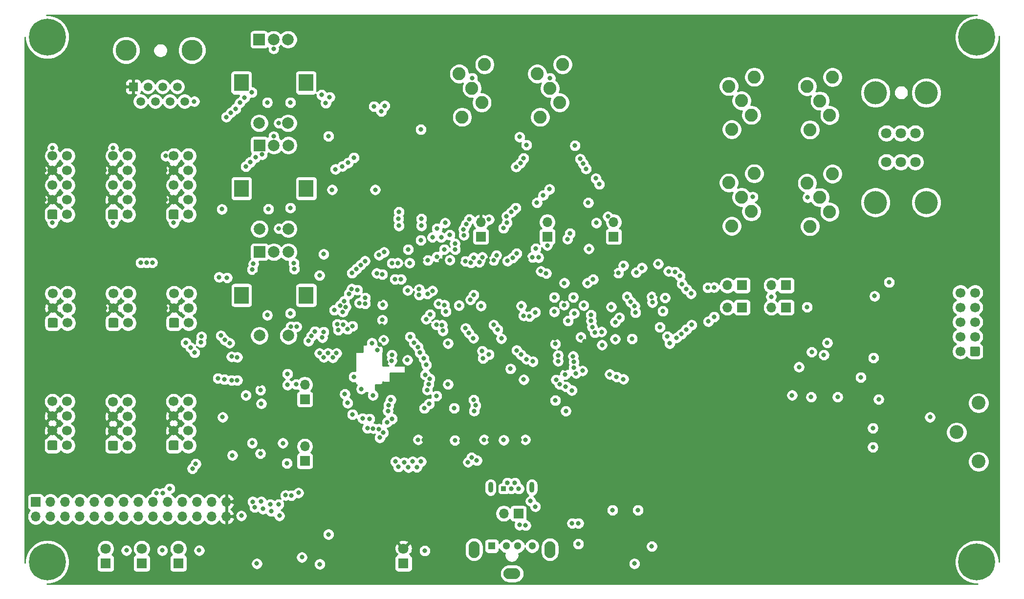
<source format=gbr>
%TF.GenerationSoftware,KiCad,Pcbnew,(5.1.8-0-10_14)*%
%TF.CreationDate,2021-03-03T20:06:49+01:00*%
%TF.ProjectId,KLST_CORE,4b4c5354-5f43-44f5-9245-2e6b69636164,v0.1*%
%TF.SameCoordinates,Original*%
%TF.FileFunction,Copper,L3,Inr*%
%TF.FilePolarity,Positive*%
%FSLAX46Y46*%
G04 Gerber Fmt 4.6, Leading zero omitted, Abs format (unit mm)*
G04 Created by KiCad (PCBNEW (5.1.8-0-10_14)) date 2021-03-03 20:06:49*
%MOMM*%
%LPD*%
G01*
G04 APERTURE LIST*
%TA.AperFunction,ComponentPad*%
%ADD10C,1.700000*%
%TD*%
%TA.AperFunction,ComponentPad*%
%ADD11O,1.700000X1.700000*%
%TD*%
%TA.AperFunction,ComponentPad*%
%ADD12R,1.700000X1.700000*%
%TD*%
%TA.AperFunction,ComponentPad*%
%ADD13R,2.000000X2.000000*%
%TD*%
%TA.AperFunction,ComponentPad*%
%ADD14C,2.000000*%
%TD*%
%TA.AperFunction,ComponentPad*%
%ADD15R,2.500000X3.000000*%
%TD*%
%TA.AperFunction,WasherPad*%
%ADD16C,3.650000*%
%TD*%
%TA.AperFunction,ComponentPad*%
%ADD17R,1.500000X1.500000*%
%TD*%
%TA.AperFunction,ComponentPad*%
%ADD18C,1.500000*%
%TD*%
%TA.AperFunction,ComponentPad*%
%ADD19C,1.800000*%
%TD*%
%TA.AperFunction,ComponentPad*%
%ADD20R,1.800000X1.800000*%
%TD*%
%TA.AperFunction,ComponentPad*%
%ADD21C,2.250000*%
%TD*%
%TA.AperFunction,ComponentPad*%
%ADD22C,2.400000*%
%TD*%
%TA.AperFunction,WasherPad*%
%ADD23C,4.000000*%
%TD*%
%TA.AperFunction,ComponentPad*%
%ADD24O,0.850000X1.850000*%
%TD*%
%TA.AperFunction,ComponentPad*%
%ADD25C,0.840000*%
%TD*%
%TA.AperFunction,ComponentPad*%
%ADD26R,0.840000X0.840000*%
%TD*%
%TA.AperFunction,ComponentPad*%
%ADD27O,2.900000X1.900000*%
%TD*%
%TA.AperFunction,ComponentPad*%
%ADD28O,1.900000X2.900000*%
%TD*%
%TA.AperFunction,ComponentPad*%
%ADD29C,1.300000*%
%TD*%
%TA.AperFunction,ComponentPad*%
%ADD30R,1.300000X1.300000*%
%TD*%
%TA.AperFunction,ComponentPad*%
%ADD31C,0.800000*%
%TD*%
%TA.AperFunction,ComponentPad*%
%ADD32C,6.400000*%
%TD*%
%TA.AperFunction,ViaPad*%
%ADD33C,0.800000*%
%TD*%
%TA.AperFunction,Conductor*%
%ADD34C,0.254000*%
%TD*%
%TA.AperFunction,Conductor*%
%ADD35C,0.100000*%
%TD*%
G04 APERTURE END LIST*
D10*
%TO.N,/I2C_02_SDA*%
%TO.C,J24*%
X72930000Y-120680000D03*
%TO.N,/I2C_02_SCL*%
X72930000Y-123220000D03*
X72930000Y-125760000D03*
%TO.N,/I2C_02_SDA*%
X72930000Y-128300000D03*
%TO.N,GND*%
X70390000Y-120680000D03*
%TO.N,+3V3*%
X70390000Y-123220000D03*
X70390000Y-125760000D03*
%TO.N,GND*%
%TA.AperFunction,ComponentPad*%
G36*
G01*
X69540000Y-128900000D02*
X69540000Y-127700000D01*
G75*
G02*
X69790000Y-127450000I250000J0D01*
G01*
X70990000Y-127450000D01*
G75*
G02*
X71240000Y-127700000I0J-250000D01*
G01*
X71240000Y-128900000D01*
G75*
G02*
X70990000Y-129150000I-250000J0D01*
G01*
X69790000Y-129150000D01*
G75*
G02*
X69540000Y-128900000I0J250000D01*
G01*
G37*
%TD.AperFunction*%
%TD*%
D11*
%TO.N,+3V3*%
%TO.C,J5*%
X79520000Y-140630000D03*
X79520000Y-138090000D03*
%TO.N,/DAC_00*%
X76980000Y-140630000D03*
%TO.N,/DAC_01*%
X76980000Y-138090000D03*
%TO.N,/ADC_04*%
X74440000Y-140630000D03*
%TO.N,/ADC_05*%
X74440000Y-138090000D03*
%TO.N,/ADC_02*%
X71900000Y-140630000D03*
%TO.N,/ADC_03*%
X71900000Y-138090000D03*
%TO.N,/ADC_00*%
X69360000Y-140630000D03*
%TO.N,/ADC_01*%
X69360000Y-138090000D03*
%TO.N,/GPIO_14*%
X66820000Y-140630000D03*
%TO.N,/GPIO_15*%
X66820000Y-138090000D03*
%TO.N,/GPIO_12*%
X64280000Y-140630000D03*
%TO.N,/GPIO_13*%
X64280000Y-138090000D03*
%TO.N,/GPIO_10*%
X61740000Y-140630000D03*
%TO.N,/GPIO_11*%
X61740000Y-138090000D03*
%TO.N,/GPIO_08*%
X59200000Y-140630000D03*
%TO.N,/GPIO_09*%
X59200000Y-138090000D03*
%TO.N,/GPIO_06*%
X56660000Y-140630000D03*
%TO.N,/GPIO_07*%
X56660000Y-138090000D03*
%TO.N,/GPIO_04*%
X54120000Y-140630000D03*
%TO.N,/GPIO_05*%
X54120000Y-138090000D03*
%TO.N,/GPIO_02*%
X51580000Y-140630000D03*
%TO.N,/GPIO_03*%
X51580000Y-138090000D03*
%TO.N,/GPIO_00*%
X49040000Y-140630000D03*
%TO.N,/GPIO_01*%
X49040000Y-138090000D03*
%TO.N,GND*%
X46500000Y-140630000D03*
D12*
X46500000Y-138090000D03*
%TD*%
D13*
%TO.N,Net-(C58-Pad1)*%
%TO.C,SW8*%
X85200000Y-57900000D03*
D14*
%TO.N,GND*%
X87700000Y-57900000D03*
%TO.N,Net-(C59-Pad1)*%
X90200000Y-57900000D03*
D15*
%TO.N,N/C*%
X82100000Y-65400000D03*
X93300000Y-65400000D03*
D14*
%TO.N,Net-(R45-Pad1)*%
X85200000Y-72400000D03*
%TO.N,GND*%
X90200000Y-72400000D03*
%TD*%
D16*
%TO.N,*%
%TO.C,J1*%
X73560000Y-59750000D03*
X62130000Y-59750000D03*
D17*
%TO.N,+3V3*%
X63400000Y-66100000D03*
D18*
%TO.N,/RJ45_UART_RX*%
X64670000Y-68640000D03*
%TO.N,/RJ45_UART_TX*%
X65940000Y-66100000D03*
%TO.N,/RJ45_GPIO*%
X67210000Y-68640000D03*
%TO.N,/RJ45_SPI_SCK*%
X68480000Y-66100000D03*
%TO.N,/RJ45_SPI_MISO*%
X69750000Y-68640000D03*
%TO.N,/RJ45_SPI_MOSI*%
X71020000Y-66100000D03*
%TO.N,GND*%
X72290000Y-68640000D03*
%TD*%
D10*
%TO.N,/SPI_00_MOSI*%
%TO.C,J16*%
X51940000Y-78090000D03*
%TO.N,/SPI_00_MISO*%
X51940000Y-80630000D03*
%TO.N,/SPI_00_SCK*%
X51940000Y-83170000D03*
%TO.N,/SPI_00_MISO*%
X51940000Y-85710000D03*
%TO.N,/SPI_00_MOSI*%
X51940000Y-88250000D03*
%TO.N,GND*%
X49400000Y-78090000D03*
%TO.N,+3V3*%
X49400000Y-80630000D03*
%TO.N,N/C*%
X49400000Y-83170000D03*
%TO.N,+3V3*%
X49400000Y-85710000D03*
%TO.N,GND*%
%TA.AperFunction,ComponentPad*%
G36*
G01*
X48550000Y-88850000D02*
X48550000Y-87650000D01*
G75*
G02*
X48800000Y-87400000I250000J0D01*
G01*
X50000000Y-87400000D01*
G75*
G02*
X50250000Y-87650000I0J-250000D01*
G01*
X50250000Y-88850000D01*
G75*
G02*
X50000000Y-89100000I-250000J0D01*
G01*
X48800000Y-89100000D01*
G75*
G02*
X48550000Y-88850000I0J250000D01*
G01*
G37*
%TD.AperFunction*%
%TD*%
%TO.N,+12V*%
%TO.C,J8*%
X206660000Y-101820000D03*
%TO.N,GND*%
X206660000Y-104360000D03*
X206660000Y-106900000D03*
X206660000Y-109440000D03*
%TO.N,N/C*%
X206660000Y-111980000D03*
%TO.N,+12V*%
X209200000Y-101820000D03*
%TO.N,GND*%
X209200000Y-104360000D03*
X209200000Y-106900000D03*
X209200000Y-109440000D03*
%TO.N,N/C*%
%TA.AperFunction,ComponentPad*%
G36*
G01*
X210050000Y-111380000D02*
X210050000Y-112580000D01*
G75*
G02*
X209800000Y-112830000I-250000J0D01*
G01*
X208600000Y-112830000D01*
G75*
G02*
X208350000Y-112580000I0J250000D01*
G01*
X208350000Y-111380000D01*
G75*
G02*
X208600000Y-111130000I250000J0D01*
G01*
X209800000Y-111130000D01*
G75*
G02*
X210050000Y-111380000I0J-250000D01*
G01*
G37*
%TD.AperFunction*%
%TD*%
%TO.N,/USART_01_RX*%
%TO.C,J19*%
X62490000Y-101970000D03*
%TO.N,N/C*%
X62490000Y-104510000D03*
%TO.N,/USART_01_TX*%
X62490000Y-107050000D03*
%TO.N,GND*%
X59950000Y-101970000D03*
%TO.N,+3V3*%
X59950000Y-104510000D03*
%TO.N,GND*%
%TA.AperFunction,ComponentPad*%
G36*
G01*
X59100000Y-107650000D02*
X59100000Y-106450000D01*
G75*
G02*
X59350000Y-106200000I250000J0D01*
G01*
X60550000Y-106200000D01*
G75*
G02*
X60800000Y-106450000I0J-250000D01*
G01*
X60800000Y-107650000D01*
G75*
G02*
X60550000Y-107900000I-250000J0D01*
G01*
X59350000Y-107900000D01*
G75*
G02*
X59100000Y-107650000I0J250000D01*
G01*
G37*
%TD.AperFunction*%
%TD*%
%TO.N,/USART_00_RX*%
%TO.C,J17*%
X51990000Y-101970000D03*
%TO.N,N/C*%
X51990000Y-104510000D03*
%TO.N,/USART_00_TX*%
X51990000Y-107050000D03*
%TO.N,GND*%
X49450000Y-101970000D03*
%TO.N,+3V3*%
X49450000Y-104510000D03*
%TO.N,GND*%
%TA.AperFunction,ComponentPad*%
G36*
G01*
X48600000Y-107650000D02*
X48600000Y-106450000D01*
G75*
G02*
X48850000Y-106200000I250000J0D01*
G01*
X50050000Y-106200000D01*
G75*
G02*
X50300000Y-106450000I0J-250000D01*
G01*
X50300000Y-107650000D01*
G75*
G02*
X50050000Y-107900000I-250000J0D01*
G01*
X48850000Y-107900000D01*
G75*
G02*
X48600000Y-107650000I0J250000D01*
G01*
G37*
%TD.AperFunction*%
%TD*%
%TO.N,/USART_02_RX*%
%TO.C,J22*%
X72990000Y-101970000D03*
%TO.N,N/C*%
X72990000Y-104510000D03*
%TO.N,/USART_02_TX*%
X72990000Y-107050000D03*
%TO.N,GND*%
X70450000Y-101970000D03*
%TO.N,+3V3*%
X70450000Y-104510000D03*
%TO.N,GND*%
%TA.AperFunction,ComponentPad*%
G36*
G01*
X69600000Y-107650000D02*
X69600000Y-106450000D01*
G75*
G02*
X69850000Y-106200000I250000J0D01*
G01*
X71050000Y-106200000D01*
G75*
G02*
X71300000Y-106450000I0J-250000D01*
G01*
X71300000Y-107650000D01*
G75*
G02*
X71050000Y-107900000I-250000J0D01*
G01*
X69850000Y-107900000D01*
G75*
G02*
X69600000Y-107650000I0J250000D01*
G01*
G37*
%TD.AperFunction*%
%TD*%
D19*
%TO.N,+3V3*%
%TO.C,D4*%
X110200000Y-146200000D03*
D20*
%TO.N,Net-(D4-Pad1)*%
X110200000Y-148740000D03*
%TD*%
D19*
%TO.N,/LED_00*%
%TO.C,D1*%
X58600000Y-146210000D03*
D20*
%TO.N,Net-(D1-Pad1)*%
X58600000Y-148750000D03*
%TD*%
D19*
%TO.N,/LED_02*%
%TO.C,D3*%
X71200000Y-146210000D03*
D20*
%TO.N,Net-(D3-Pad1)*%
X71200000Y-148750000D03*
%TD*%
D19*
%TO.N,/LED_01*%
%TO.C,D2*%
X64850000Y-146210000D03*
D20*
%TO.N,Net-(D2-Pad1)*%
X64850000Y-148750000D03*
%TD*%
D11*
%TO.N,/SWD_NRST*%
%TO.C,JP2*%
X135100000Y-89560000D03*
D12*
%TO.N,GND*%
X135100000Y-92100000D03*
%TD*%
D11*
%TO.N,+5V*%
%TO.C,JP6*%
X127560000Y-140100000D03*
D12*
%TO.N,/USB_POWER_INPUT_5V+*%
X130100000Y-140100000D03*
%TD*%
D11*
%TO.N,Net-(C53-Pad1)*%
%TO.C,JP10*%
X166300000Y-100540000D03*
D12*
%TO.N,/audio_codec_WM8731/SIGNAL_OUT_LEFT*%
X168840000Y-100540000D03*
%TD*%
D11*
%TO.N,/audio_codec_WM8731/SIGNAL_IN_LEFT*%
%TO.C,JP9*%
X173920000Y-100540000D03*
D12*
%TO.N,Net-(JP9-Pad1)*%
X176460000Y-100540000D03*
%TD*%
D11*
%TO.N,Net-(C51-Pad1)*%
%TO.C,JP8*%
X166300000Y-104370000D03*
D12*
%TO.N,/audio_codec_WM8731/SIGNAL_OUT_RIGHT*%
X168840000Y-104370000D03*
%TD*%
D11*
%TO.N,/audio_codec_WM8731/SIGNAL_IN_RIGHT*%
%TO.C,JP7*%
X173920000Y-104370000D03*
D12*
%TO.N,Net-(JP7-Pad1)*%
X176460000Y-104370000D03*
%TD*%
D11*
%TO.N,+3V3*%
%TO.C,JP1*%
X123600000Y-89560000D03*
D12*
%TO.N,/BOOT_FLASH*%
X123600000Y-92100000D03*
%TD*%
D11*
%TO.N,GND*%
%TO.C,JP5*%
X146600000Y-89560000D03*
D12*
%TO.N,Net-(JP5-Pad1)*%
X146600000Y-92100000D03*
%TD*%
D11*
%TO.N,GND*%
%TO.C,JP4*%
X93100000Y-128460000D03*
D12*
%TO.N,Net-(JP4-Pad1)*%
X93100000Y-131000000D03*
%TD*%
D11*
%TO.N,GND*%
%TO.C,JP3*%
X93100000Y-117760000D03*
D12*
%TO.N,Net-(JP3-Pad1)*%
X93100000Y-120300000D03*
%TD*%
D21*
%TO.N,GND*%
%TO.C,J15*%
X168750000Y-68500000D03*
%TO.N,Net-(J15-PadT)*%
X167050000Y-73500000D03*
%TO.N,N/C*%
X170450000Y-71000000D03*
X166550000Y-66000000D03*
X170950000Y-64400000D03*
%TD*%
%TO.N,GND*%
%TO.C,J13*%
X168750000Y-85250000D03*
%TO.N,Net-(J13-PadT)*%
X167050000Y-90250000D03*
%TO.N,N/C*%
X170450000Y-87750000D03*
X166550000Y-82750000D03*
X170950000Y-81150000D03*
%TD*%
D13*
%TO.N,Net-(C61-Pad1)*%
%TO.C,SW9*%
X85250000Y-94750000D03*
D14*
%TO.N,GND*%
X87750000Y-94750000D03*
%TO.N,Net-(C62-Pad1)*%
X90250000Y-94750000D03*
D15*
%TO.N,N/C*%
X82150000Y-102250000D03*
X93350000Y-102250000D03*
D14*
%TO.N,Net-(R51-Pad1)*%
X85250000Y-109250000D03*
%TO.N,GND*%
X90250000Y-109250000D03*
%TD*%
D13*
%TO.N,Net-(C55-Pad1)*%
%TO.C,SW7*%
X85250000Y-76250000D03*
D14*
%TO.N,GND*%
X87750000Y-76250000D03*
%TO.N,Net-(C56-Pad1)*%
X90250000Y-76250000D03*
D15*
%TO.N,N/C*%
X82150000Y-83750000D03*
X93350000Y-83750000D03*
D14*
%TO.N,Net-(R39-Pad1)*%
X85250000Y-90750000D03*
%TO.N,GND*%
X90250000Y-90750000D03*
%TD*%
D22*
%TO.N,Net-(C6-Pad1)*%
%TO.C,SW6*%
X205990000Y-126020000D03*
%TO.N,+5V*%
X209800000Y-120940000D03*
%TO.N,/USB_POWER_INPUT_5V+*%
X209800000Y-131100000D03*
%TD*%
D23*
%TO.N,*%
%TO.C,RV2*%
X191950000Y-67150000D03*
X200750000Y-67150000D03*
D19*
%TO.N,Net-(R33-Pad2)*%
X193850000Y-74150000D03*
%TO.N,Net-(JP9-Pad1)*%
X196350000Y-74150000D03*
X198850000Y-74150000D03*
%TD*%
D23*
%TO.N,*%
%TO.C,RV1*%
X200750000Y-86150000D03*
X191950000Y-86150000D03*
D19*
%TO.N,Net-(R27-Pad2)*%
X198850000Y-79150000D03*
%TO.N,Net-(JP7-Pad1)*%
X196350000Y-79150000D03*
X193850000Y-79150000D03*
%TD*%
D10*
%TO.N,/SPI_02_MOSI*%
%TO.C,J23*%
X72940000Y-78090000D03*
%TO.N,/SPI_02_MISO*%
X72940000Y-80630000D03*
%TO.N,/SPI_02_SCK*%
X72940000Y-83170000D03*
%TO.N,/SPI_02_MISO*%
X72940000Y-85710000D03*
%TO.N,/SPI_02_MOSI*%
X72940000Y-88250000D03*
%TO.N,GND*%
X70400000Y-78090000D03*
%TO.N,+3V3*%
X70400000Y-80630000D03*
%TO.N,N/C*%
X70400000Y-83170000D03*
%TO.N,+3V3*%
X70400000Y-85710000D03*
%TO.N,GND*%
%TA.AperFunction,ComponentPad*%
G36*
G01*
X69550000Y-88850000D02*
X69550000Y-87650000D01*
G75*
G02*
X69800000Y-87400000I250000J0D01*
G01*
X71000000Y-87400000D01*
G75*
G02*
X71250000Y-87650000I0J-250000D01*
G01*
X71250000Y-88850000D01*
G75*
G02*
X71000000Y-89100000I-250000J0D01*
G01*
X69800000Y-89100000D01*
G75*
G02*
X69550000Y-88850000I0J250000D01*
G01*
G37*
%TD.AperFunction*%
%TD*%
%TO.N,/I2C_01_SDA*%
%TO.C,J21*%
X62430000Y-120710000D03*
%TO.N,/I2C_01_SCL*%
X62430000Y-123250000D03*
X62430000Y-125790000D03*
%TO.N,/I2C_01_SDA*%
X62430000Y-128330000D03*
%TO.N,GND*%
X59890000Y-120710000D03*
%TO.N,+3V3*%
X59890000Y-123250000D03*
X59890000Y-125790000D03*
%TO.N,GND*%
%TA.AperFunction,ComponentPad*%
G36*
G01*
X59040000Y-128930000D02*
X59040000Y-127730000D01*
G75*
G02*
X59290000Y-127480000I250000J0D01*
G01*
X60490000Y-127480000D01*
G75*
G02*
X60740000Y-127730000I0J-250000D01*
G01*
X60740000Y-128930000D01*
G75*
G02*
X60490000Y-129180000I-250000J0D01*
G01*
X59290000Y-129180000D01*
G75*
G02*
X59040000Y-128930000I0J250000D01*
G01*
G37*
%TD.AperFunction*%
%TD*%
%TO.N,/SPI_01_MOSI*%
%TO.C,J20*%
X62440000Y-78090000D03*
%TO.N,/SPI_01_MISO*%
X62440000Y-80630000D03*
%TO.N,/SPI_01_SCK*%
X62440000Y-83170000D03*
%TO.N,/SPI_01_MISO*%
X62440000Y-85710000D03*
%TO.N,/SPI_01_MOSI*%
X62440000Y-88250000D03*
%TO.N,GND*%
X59900000Y-78090000D03*
%TO.N,+3V3*%
X59900000Y-80630000D03*
%TO.N,N/C*%
X59900000Y-83170000D03*
%TO.N,+3V3*%
X59900000Y-85710000D03*
%TO.N,GND*%
%TA.AperFunction,ComponentPad*%
G36*
G01*
X59050000Y-88850000D02*
X59050000Y-87650000D01*
G75*
G02*
X59300000Y-87400000I250000J0D01*
G01*
X60500000Y-87400000D01*
G75*
G02*
X60750000Y-87650000I0J-250000D01*
G01*
X60750000Y-88850000D01*
G75*
G02*
X60500000Y-89100000I-250000J0D01*
G01*
X59300000Y-89100000D01*
G75*
G02*
X59050000Y-88850000I0J250000D01*
G01*
G37*
%TD.AperFunction*%
%TD*%
%TO.N,/I2C_00_SDA*%
%TO.C,J18*%
X51930000Y-120680000D03*
%TO.N,/I2C_00_SCL*%
X51930000Y-123220000D03*
X51930000Y-125760000D03*
%TO.N,/I2C_00_SDA*%
X51930000Y-128300000D03*
%TO.N,GND*%
X49390000Y-120680000D03*
%TO.N,+3V3*%
X49390000Y-123220000D03*
X49390000Y-125760000D03*
%TO.N,GND*%
%TA.AperFunction,ComponentPad*%
G36*
G01*
X48540000Y-128900000D02*
X48540000Y-127700000D01*
G75*
G02*
X48790000Y-127450000I250000J0D01*
G01*
X49990000Y-127450000D01*
G75*
G02*
X50240000Y-127700000I0J-250000D01*
G01*
X50240000Y-128900000D01*
G75*
G02*
X49990000Y-129150000I-250000J0D01*
G01*
X48790000Y-129150000D01*
G75*
G02*
X48540000Y-128900000I0J250000D01*
G01*
G37*
%TD.AperFunction*%
%TD*%
D21*
%TO.N,GND*%
%TO.C,J14*%
X182320000Y-68540000D03*
%TO.N,Net-(J12-PadTN)*%
X180620000Y-73540000D03*
%TO.N,N/C*%
X184020000Y-71040000D03*
X180120000Y-66040000D03*
X184520000Y-64440000D03*
%TD*%
%TO.N,GND*%
%TO.C,J12*%
X182320000Y-85300000D03*
%TO.N,Net-(J12-PadT)*%
X180620000Y-90300000D03*
%TO.N,Net-(J12-PadTN)*%
X184020000Y-87800000D03*
%TO.N,N/C*%
X180120000Y-82800000D03*
X184520000Y-81200000D03*
%TD*%
%TO.N,GND*%
%TO.C,J11*%
X135550000Y-66350000D03*
%TO.N,/audio_codec_WM8731/AUDIO_IN_LEFT*%
X133850000Y-71350000D03*
%TO.N,N/C*%
X137250000Y-68850000D03*
X133350000Y-63850000D03*
%TO.N,/audio_codec_WM8731/AUDIO_IN_RIGHT*%
X137750000Y-62250000D03*
%TD*%
%TO.N,GND*%
%TO.C,J10*%
X122050000Y-66350000D03*
%TO.N,/audio_codec_WM8731/AUDIO_OUT_LEFT*%
X120350000Y-71350000D03*
%TO.N,N/C*%
X123750000Y-68850000D03*
X119850000Y-63850000D03*
%TO.N,/audio_codec_WM8731/AUDIO_OUT_RIGHT*%
X124250000Y-62250000D03*
%TD*%
D24*
%TO.N,GND*%
%TO.C,J4*%
X132425000Y-135580000D03*
X125275000Y-135580000D03*
D25*
X130150000Y-135800000D03*
%TO.N,N/C*%
X129500000Y-134800000D03*
%TO.N,Net-(J4-Pad3)*%
X128850000Y-135800000D03*
%TO.N,Net-(J4-Pad2)*%
X128200000Y-134800000D03*
D26*
%TO.N,/USB_POWER_INPUT_5V+*%
X127550000Y-135800000D03*
%TD*%
D27*
%TO.N,GND*%
%TO.C,J3*%
X128990000Y-150530000D03*
D28*
X135560000Y-146350000D03*
X122420000Y-146350000D03*
D29*
X132490000Y-145750000D03*
%TO.N,Net-(J3-Pad3)*%
X129990000Y-145750000D03*
%TO.N,Net-(J3-Pad2)*%
X127990000Y-145750000D03*
D30*
%TO.N,+5V*%
X125490000Y-145750000D03*
%TD*%
D31*
%TO.N,N/C*%
%TO.C,H4*%
X50197056Y-146802944D03*
X48500000Y-146100000D03*
X46802944Y-146802944D03*
X46100000Y-148500000D03*
X46802944Y-150197056D03*
X48500000Y-150900000D03*
X50197056Y-150197056D03*
X50900000Y-148500000D03*
D32*
X48500000Y-148500000D03*
%TD*%
D31*
%TO.N,N/C*%
%TO.C,H3*%
X211197056Y-146802944D03*
X209500000Y-146100000D03*
X207802944Y-146802944D03*
X207100000Y-148500000D03*
X207802944Y-150197056D03*
X209500000Y-150900000D03*
X211197056Y-150197056D03*
X211900000Y-148500000D03*
D32*
X209500000Y-148500000D03*
%TD*%
D31*
%TO.N,N/C*%
%TO.C,H2*%
X211197056Y-55802944D03*
X209500000Y-55100000D03*
X207802944Y-55802944D03*
X207100000Y-57500000D03*
X207802944Y-59197056D03*
X209500000Y-59900000D03*
X211197056Y-59197056D03*
X211900000Y-57500000D03*
D32*
X209500000Y-57500000D03*
%TD*%
D31*
%TO.N,N/C*%
%TO.C,H1*%
X50197056Y-55802944D03*
X48500000Y-55100000D03*
X46802944Y-55802944D03*
X46100000Y-57500000D03*
X46802944Y-59197056D03*
X48500000Y-59900000D03*
X50197056Y-59197056D03*
X50900000Y-57500000D03*
D32*
X48500000Y-57500000D03*
%TD*%
D33*
%TO.N,GND*%
X106562862Y-103901132D03*
X125800000Y-96200000D03*
X114400013Y-96200000D03*
X120912407Y-96343244D03*
X135100000Y-93600000D03*
X170700000Y-85200000D03*
X180200000Y-85300000D03*
X84800000Y-148800000D03*
X95700000Y-148900000D03*
X82100000Y-140500000D03*
X74800000Y-146500000D03*
X68400000Y-146500000D03*
X62200000Y-146500000D03*
X59900000Y-76700000D03*
X69000000Y-78100000D03*
X49400000Y-76700000D03*
X49400000Y-89700000D03*
X59900000Y-89700000D03*
X70400000Y-89700000D03*
X73960060Y-68640000D03*
X88600000Y-72400000D03*
X87700000Y-74700000D03*
X87700000Y-59500000D03*
X122100000Y-64600000D03*
X113200000Y-73500000D03*
X135600000Y-64600000D03*
X130300000Y-74800000D03*
X131500000Y-76200000D03*
X133300000Y-86200000D03*
X142200000Y-86200000D03*
X139900000Y-76300000D03*
X86600000Y-68825032D03*
X90600000Y-68825032D03*
X88600000Y-90700000D03*
X90600000Y-87100000D03*
X86800000Y-87300000D03*
X86600000Y-105700000D03*
X90587340Y-105387340D03*
X91600000Y-117700000D03*
X90100000Y-115900000D03*
X90100000Y-117800000D03*
X90000000Y-131400000D03*
X89300000Y-127900000D03*
X92600000Y-147700000D03*
X113877500Y-146577500D03*
X140500000Y-141800000D03*
X139400000Y-141800000D03*
X103100000Y-123600000D03*
X102900000Y-118500000D03*
X101600000Y-116400000D03*
X104900000Y-119600000D03*
X113300000Y-90200000D03*
X113300000Y-89000000D03*
X113200000Y-92700000D03*
X117400000Y-89700000D03*
X128100000Y-89700000D03*
X133116831Y-94169919D03*
X145600000Y-88600000D03*
X143600000Y-89700000D03*
X142300000Y-94200000D03*
X154300000Y-96800000D03*
X156100000Y-98100000D03*
X147400000Y-98400000D03*
X148300000Y-97100000D03*
X132512761Y-95661920D03*
X183600000Y-110500000D03*
X178700000Y-114700000D03*
X177500000Y-119600000D03*
X180800000Y-119900000D03*
X191600006Y-113100000D03*
X189400000Y-116500000D03*
X191500000Y-125300000D03*
X191500000Y-128600000D03*
X201400000Y-123400000D03*
X131300000Y-127300000D03*
X154600000Y-107800000D03*
X155900000Y-109400000D03*
X153195002Y-102506442D03*
X153300000Y-103500000D03*
X149800000Y-109800002D03*
X142699681Y-106696834D03*
X138700000Y-106700000D03*
X139766945Y-105388706D03*
X138003408Y-103940942D03*
X136504198Y-110688132D03*
X112726292Y-127298656D03*
X127551127Y-127363660D03*
X124163666Y-127300000D03*
X146400000Y-139525010D03*
X150800000Y-139525010D03*
X138200000Y-115989450D03*
X138317291Y-122325010D03*
X140490015Y-145390015D03*
X106524614Y-106546167D03*
X106733016Y-110024975D03*
X105680000Y-111780000D03*
X104720000Y-110540000D03*
X97190000Y-74670000D03*
X105300000Y-83950000D03*
X78730000Y-87330000D03*
X104300000Y-123694990D03*
X78860000Y-123390000D03*
X80550000Y-130020000D03*
X95640000Y-98810000D03*
X96360000Y-95110000D03*
X97830000Y-83950000D03*
X173880000Y-102490000D03*
X138040000Y-100120000D03*
X97200000Y-143725120D03*
X119097808Y-127405189D03*
X141414990Y-104000000D03*
%TO.N,/BUTTON_USER_01*%
X82900000Y-119600000D03*
X80400000Y-112900000D03*
X143500000Y-82000000D03*
X158074990Y-98899350D03*
X157529076Y-109607664D03*
X80400000Y-117000000D03*
X136974990Y-113674990D03*
X139724979Y-113819403D03*
X83974990Y-127874999D03*
X78260000Y-99120000D03*
%TO.N,/BUTTON_PROGRAMMER*%
X131000000Y-105800000D03*
X138600000Y-92500000D03*
X134921654Y-98451658D03*
X132600000Y-113735021D03*
%TO.N,+3V3*%
X106212001Y-102964692D03*
X124800000Y-96200000D03*
X119800000Y-96200000D03*
X116700000Y-96300000D03*
X113300000Y-96200002D03*
X80800000Y-138100000D03*
X80870001Y-140629999D03*
X61800000Y-66100000D03*
X48000000Y-80600000D03*
X48000000Y-85700000D03*
X68900000Y-80600000D03*
X58400000Y-80600000D03*
X69000000Y-85700000D03*
X84800000Y-61700000D03*
X87700000Y-60900000D03*
X89800000Y-60900000D03*
X84800000Y-80300000D03*
X88600000Y-80300009D03*
X69000000Y-104500000D03*
X58500000Y-104500000D03*
X84800000Y-98700000D03*
X88699985Y-98700015D03*
X85300000Y-117700000D03*
X71900000Y-118800000D03*
X64400000Y-117700000D03*
X61400000Y-118800000D03*
X53900000Y-117800000D03*
X50900000Y-118800000D03*
X85400000Y-128600000D03*
X90400000Y-147700000D03*
X142800000Y-142200000D03*
X106407331Y-118040324D03*
X111500000Y-86700000D03*
X121700000Y-86700000D03*
X130600000Y-88800000D03*
X131504990Y-96021243D03*
X156000000Y-100800000D03*
X154300000Y-102100000D03*
X146400000Y-98400000D03*
X145500000Y-97100006D03*
X130300000Y-127300000D03*
X140600000Y-106800000D03*
X141571748Y-110265806D03*
X102100014Y-121700000D03*
X140175020Y-88800000D03*
X138104801Y-102946083D03*
X136429206Y-109690935D03*
X113726303Y-127300065D03*
X125163679Y-127300000D03*
X138200000Y-114989437D03*
X138309675Y-120824946D03*
X142800000Y-139525010D03*
X139400000Y-139900000D03*
X140300000Y-137500000D03*
X145300000Y-137500000D03*
X142789959Y-145489959D03*
X107200000Y-113900000D03*
X106475432Y-107544968D03*
X106109184Y-110806548D03*
X75050000Y-117750000D03*
X120229995Y-127470005D03*
%TO.N,+3.3VA*%
X115900000Y-119700000D03*
X139600000Y-102600000D03*
X117900000Y-117700000D03*
X117900000Y-110600000D03*
X144500000Y-108600000D03*
X146862655Y-109862664D03*
X130599992Y-104100000D03*
X123599996Y-104100000D03*
%TO.N,/audio_codec_WM8731/HEADPHONE_OUT_LEFT*%
X143044998Y-99500825D03*
X146173614Y-104271066D03*
%TO.N,/audio_codec_WM8731/HEADPHONE_OUT_RIGHT*%
X142679576Y-105677232D03*
X135483869Y-83858550D03*
X134400000Y-84900000D03*
X142038630Y-100123310D03*
%TO.N,/audio_codec_WM8731/SIGNAL_IN_LEFT*%
X150509191Y-98303871D03*
X150244988Y-104105614D03*
%TO.N,/audio_codec_WM8731/SIGNAL_IN_RIGHT*%
X151500000Y-97500000D03*
X150389704Y-105259206D03*
%TO.N,/ENCODER_01_BUTTON*%
X105556284Y-98430966D03*
X119810219Y-104029798D03*
%TO.N,Net-(C51-Pad1)*%
X183000000Y-112600000D03*
%TO.N,/ENCODER_00_BUTTON*%
X109199978Y-96648749D03*
X114361607Y-102009553D03*
%TO.N,/ENCODER_02_BUTTON*%
X122300000Y-109700000D03*
X127137340Y-109762660D03*
X96139285Y-109590795D03*
X117000370Y-108403282D03*
%TO.N,/LED_00*%
X123830000Y-111920000D03*
X122371174Y-120413957D03*
X121372830Y-131194203D03*
X129788454Y-111815010D03*
%TO.N,/LED_01*%
X122697445Y-121359246D03*
X121982610Y-130401618D03*
X123970000Y-113200000D03*
X131470000Y-113330000D03*
%TO.N,/LED_02*%
X122420000Y-122320000D03*
X122900000Y-130900000D03*
X124979194Y-112531994D03*
X130540000Y-112560000D03*
%TO.N,/ADC_00*%
X108818537Y-131099604D03*
X67400000Y-136600000D03*
X74200000Y-131500000D03*
X113023117Y-112193082D03*
%TO.N,/ADC_01*%
X89767740Y-136944168D03*
%TO.N,/ADC_02*%
X85848277Y-139302434D03*
%TO.N,/ADC_03*%
X113700004Y-113200000D03*
X109300000Y-132000004D03*
X68500000Y-136600000D03*
X73627758Y-132320098D03*
%TO.N,/ADC_04*%
X85546945Y-138034054D03*
%TO.N,/ADC_05*%
X88566753Y-138533247D03*
%TO.N,/DAC_00*%
X84398265Y-139003760D03*
%TO.N,/DAC_01*%
X84069791Y-138059234D03*
%TO.N,/SDCARD_CS*%
X95649989Y-112310897D03*
X98719265Y-107286251D03*
X101225253Y-101141845D03*
X108726298Y-99473702D03*
X112900000Y-102200000D03*
%TO.N,/SDCARD_MOSI*%
X96392885Y-113007115D03*
X98894493Y-108270791D03*
X103539495Y-103713732D03*
%TO.N,/SDCARD_SCK*%
X97100000Y-112300000D03*
X99745083Y-107373533D03*
X102204656Y-101343822D03*
%TO.N,/SDCARD_MISO*%
X97948576Y-113058729D03*
X100507377Y-108124979D03*
X103575191Y-102714357D03*
%TO.N,/SDCARD_DETECT_SDIO*%
X98600000Y-112300000D03*
X101354890Y-107594183D03*
X109775382Y-99463359D03*
X102545833Y-103592808D03*
X112900000Y-101200000D03*
%TO.N,/GPIO_15*%
X87292682Y-139720084D03*
%TO.N,/GPIO_14*%
X87100000Y-138500000D03*
%TO.N,/GPIO_13*%
X90767279Y-136974924D03*
X69700000Y-135800000D03*
%TO.N,/GPIO_12*%
X92000002Y-136524913D03*
%TO.N,/GPIO_11*%
X113237427Y-131097468D03*
X114289712Y-118667036D03*
%TO.N,/GPIO_10*%
X112488676Y-132076259D03*
X114559325Y-117704055D03*
%TO.N,/GPIO_09*%
X111763666Y-131100000D03*
X114735449Y-116719675D03*
%TO.N,/GPIO_08*%
X111038656Y-132105305D03*
X113986830Y-116056656D03*
%TO.N,/GPIO_07*%
X114159990Y-114340010D03*
X110313646Y-131258569D03*
%TO.N,/GPIO_06*%
X112703574Y-111245498D03*
X106073928Y-126955646D03*
%TO.N,/GPIO_05*%
X112005111Y-110529836D03*
X106700000Y-126100000D03*
%TO.N,/GPIO_04*%
X111345879Y-109471198D03*
X105934061Y-125448109D03*
%TO.N,/GPIO_03*%
X80074990Y-110543546D03*
X74000000Y-112200000D03*
X99922377Y-103293830D03*
%TO.N,/GPIO_02*%
X73300000Y-111335052D03*
X79229153Y-110010083D03*
X100739182Y-102015778D03*
%TO.N,/GPIO_01*%
X72500000Y-110500000D03*
X78571792Y-109256491D03*
X110900000Y-101400000D03*
%TO.N,/GPIO_00*%
X88700001Y-140500000D03*
%TO.N,+5V*%
X153199997Y-145799999D03*
X150199999Y-148800001D03*
%TO.N,/SWD_NRST*%
X127500000Y-90600000D03*
X111000000Y-94300000D03*
X126300000Y-95325032D03*
X119150035Y-94300000D03*
X117250012Y-94300000D03*
X116296077Y-103724931D03*
%TO.N,/SWD_SWI*%
X119094533Y-93300004D03*
X116725010Y-92220482D03*
X115200000Y-92200000D03*
%TO.N,/SWD_SWO*%
X109400000Y-90200004D03*
%TO.N,/SWD_SWCLK*%
X109300000Y-89000006D03*
%TO.N,/SWD_SWDIO*%
X109400000Y-87800000D03*
X133589102Y-95710898D03*
X136300000Y-102600000D03*
X136300000Y-105099990D03*
X133991918Y-98083401D03*
%TO.N,/USART_00_RX*%
X84200000Y-96800000D03*
X102045983Y-97692690D03*
X122372242Y-102204912D03*
X91199599Y-96690011D03*
%TO.N,/USART_00_TX*%
X84000000Y-97800000D03*
X101285277Y-98393957D03*
X121800155Y-103025165D03*
X91260021Y-97688568D03*
%TO.N,/SPI_00_MOSI*%
X64687353Y-96619685D03*
X110874979Y-113494877D03*
%TO.N,/SPI_00_MISO*%
X65687340Y-96612660D03*
X108150668Y-113589753D03*
%TO.N,/SPI_00_SCK*%
X66700000Y-96600000D03*
X108177011Y-112590088D03*
%TO.N,/I2C_00_SDA*%
X96363869Y-108616328D03*
X100195799Y-104274897D03*
%TO.N,/I2C_00_SCL*%
X94850658Y-108525030D03*
X99683759Y-105133873D03*
%TO.N,/USART_01_RX*%
X125800000Y-107400000D03*
X90674977Y-107700000D03*
X120940485Y-107974990D03*
X115889308Y-107363989D03*
%TO.N,/USART_01_TX*%
X126507116Y-108207114D03*
X91674990Y-107700000D03*
X121532107Y-108824258D03*
X116888281Y-107409571D03*
%TO.N,/SPI_01_MOSI*%
X125000000Y-89100000D03*
X123837670Y-95640777D03*
X101600002Y-78400000D03*
X85697808Y-77850014D03*
%TO.N,/SPI_01_MISO*%
X102770993Y-96994955D03*
X114099992Y-106400000D03*
%TO.N,/SPI_01_SCK*%
X121605536Y-89091637D03*
X123326047Y-96500000D03*
X100600000Y-79274990D03*
X84566184Y-78353614D03*
%TO.N,/I2C_01_SDA*%
X105953319Y-95289234D03*
X93718143Y-110177413D03*
X98233747Y-104837216D03*
X115207310Y-101475214D03*
%TO.N,/I2C_01_SCL*%
X111249070Y-96650930D03*
X118225010Y-96148043D03*
X115979987Y-95569041D03*
X94249500Y-109324175D03*
X99215867Y-104042598D03*
X106824935Y-94774990D03*
%TO.N,/USART_02_RX*%
X75098043Y-110419992D03*
X78058900Y-116653580D03*
%TO.N,/USART_02_TX*%
X75199856Y-109425176D03*
X101346984Y-122926335D03*
X107498134Y-122321474D03*
X79147660Y-116852340D03*
%TO.N,/SPI_02_MOSI*%
X103513420Y-96325010D03*
X114800000Y-105600000D03*
%TO.N,/SPI_02_MISO*%
X121053576Y-89925522D03*
X122349383Y-95729648D03*
X99600000Y-79900000D03*
X83645948Y-79174990D03*
%TO.N,/SPI_02_SCK*%
X120601079Y-90817302D03*
X121876035Y-96610537D03*
X82881313Y-79925010D03*
X98400000Y-80400000D03*
%TO.N,/I2C_02_SDA*%
X108194249Y-123684840D03*
X103938857Y-125315010D03*
X113820000Y-121850000D03*
X118980000Y-121820000D03*
%TO.N,/I2C_02_SCL*%
X107369244Y-124249986D03*
X104937765Y-125361974D03*
X114640000Y-121080000D03*
X131020000Y-116870000D03*
%TO.N,/audio_codec_WM8731/SIGNAL_OUT_RIGHT*%
X155099511Y-104996739D03*
X146870000Y-106920000D03*
%TO.N,Net-(JP3-Pad1)*%
X85413370Y-118693565D03*
X85550000Y-121050000D03*
%TO.N,/audio_codec_WM8731/SIGNAL_OUT_LEFT*%
X155500000Y-102700000D03*
X147589659Y-106118215D03*
%TO.N,/BOOT_FLASH*%
X116000000Y-90700000D03*
X118206448Y-91800000D03*
X120650034Y-91822445D03*
%TO.N,/AUDIOCODEC_I2C_SCL*%
X142887245Y-107759999D03*
X148914754Y-102500021D03*
%TO.N,/AUDIOCODEC_I2C_SDA*%
X143330920Y-108716965D03*
X149536567Y-103381247D03*
%TO.N,Net-(R33-Pad2)*%
X192500000Y-120300000D03*
%TO.N,/ENCODER_01_A*%
X106535951Y-98631657D03*
X117537593Y-105058637D03*
%TO.N,/ENCODER_01_B*%
X108200489Y-96681082D03*
X117273536Y-103936071D03*
%TO.N,/ENCODER_02_A*%
X107987086Y-120377943D03*
X100024990Y-119400000D03*
%TO.N,/ENCODER_02_B*%
X100519980Y-120931299D03*
X107607046Y-121327410D03*
%TO.N,/AUDIOCODEC_I2S_MCK*%
X144578692Y-110878692D03*
X140900000Y-109525010D03*
%TO.N,/AUDIOCODEC_I2S_WS*%
X136500000Y-120500000D03*
X139350012Y-118750012D03*
%TO.N,/AUDIOCODEC_I2S_CK*%
X128724979Y-115000000D03*
X139724388Y-114819414D03*
%TO.N,/USB_HOST_D+*%
X133025010Y-138900000D03*
X131356066Y-142169253D03*
X133027560Y-105200000D03*
X141194775Y-115353457D03*
%TO.N,/USB_HOST_D-*%
X130300000Y-142100000D03*
X132000000Y-105900000D03*
X132199998Y-137959808D03*
X140074990Y-115800000D03*
%TO.N,/BUTTON_USER_00*%
X157221826Y-98211606D03*
X144110432Y-82993896D03*
X81396313Y-113003687D03*
X81400000Y-117000000D03*
X156300000Y-110600000D03*
X136974990Y-112674977D03*
X139569786Y-112831516D03*
X79620002Y-99220000D03*
%TO.N,Net-(JP5-Pad1)*%
X139037340Y-91537340D03*
%TO.N,Net-(JP4-Pad1)*%
X85400000Y-129700000D03*
%TO.N,Net-(J15-PadT)*%
X163000000Y-106800001D03*
X162904459Y-100935540D03*
%TO.N,Net-(JP7-Pad1)*%
X180100000Y-104300000D03*
X191799998Y-102400000D03*
X194300000Y-100000000D03*
%TO.N,Net-(C53-Pad1)*%
X180900000Y-112100002D03*
%TO.N,Net-(J12-PadTN)*%
X185400000Y-119900000D03*
%TO.N,/RJ45_UART_RX*%
X79500000Y-71336921D03*
X159200000Y-108200000D03*
X159199999Y-101199999D03*
X106350219Y-70347787D03*
X130448510Y-79334196D03*
X141321359Y-79453351D03*
X147100000Y-116400000D03*
X137251090Y-117685751D03*
%TO.N,/RJ45_UART_TX*%
X80300000Y-70574990D03*
X160100000Y-107400000D03*
X106940338Y-69402155D03*
X131000000Y-78500000D03*
X140800000Y-78600000D03*
X159999990Y-101974968D03*
X148300000Y-116800000D03*
X138300000Y-118100000D03*
%TO.N,/RJ45_GPIO*%
X81125004Y-69925010D03*
X158325010Y-109000000D03*
X158400000Y-100300000D03*
X105100000Y-69500000D03*
X129692468Y-79988737D03*
X141807420Y-80327289D03*
X145924876Y-115968172D03*
X136617653Y-116911942D03*
%TO.N,/RJ45_SPI_SCK*%
X129624310Y-87114739D03*
X82682571Y-67974990D03*
X97412696Y-67887300D03*
X129792736Y-95000009D03*
%TO.N,/RJ45_SPI_MISO*%
X128897940Y-87802060D03*
X81854118Y-68874990D03*
X96725010Y-68925010D03*
X129117990Y-95738075D03*
%TO.N,/RJ45_SPI_MOSI*%
X128050823Y-88528130D03*
X128200000Y-96300000D03*
X83923920Y-67074990D03*
X96000000Y-67500000D03*
%TO.N,Net-(J13-PadT)*%
X164000013Y-106000000D03*
X163990000Y-100900000D03*
%TD*%
D34*
%TO.N,+3V3*%
X209520997Y-53665000D02*
X209122285Y-53665000D01*
X208381372Y-53812377D01*
X207683446Y-54101467D01*
X207055330Y-54521161D01*
X206521161Y-55055330D01*
X206101467Y-55683446D01*
X205812377Y-56381372D01*
X205665000Y-57122285D01*
X205665000Y-57877715D01*
X205812377Y-58618628D01*
X206101467Y-59316554D01*
X206521161Y-59944670D01*
X207055330Y-60478839D01*
X207683446Y-60898533D01*
X208381372Y-61187623D01*
X209122285Y-61335000D01*
X209877715Y-61335000D01*
X210618628Y-61187623D01*
X211316554Y-60898533D01*
X211944670Y-60478839D01*
X212478839Y-59944670D01*
X212898533Y-59316554D01*
X213187623Y-58618628D01*
X213335000Y-57877715D01*
X213335000Y-57330341D01*
X213335790Y-57335790D01*
X213340000Y-57508063D01*
X213340001Y-148468581D01*
X213335000Y-148520997D01*
X213335000Y-148122285D01*
X213187623Y-147381372D01*
X212898533Y-146683446D01*
X212478839Y-146055330D01*
X211944670Y-145521161D01*
X211316554Y-145101467D01*
X210618628Y-144812377D01*
X209877715Y-144665000D01*
X209122285Y-144665000D01*
X208381372Y-144812377D01*
X207683446Y-145101467D01*
X207055330Y-145521161D01*
X206521161Y-146055330D01*
X206101467Y-146683446D01*
X205812377Y-147381372D01*
X205665000Y-148122285D01*
X205665000Y-148877715D01*
X205812377Y-149618628D01*
X206101467Y-150316554D01*
X206521161Y-150944670D01*
X207055330Y-151478839D01*
X207683446Y-151898533D01*
X208381372Y-152187623D01*
X209122285Y-152335000D01*
X209669659Y-152335000D01*
X209664210Y-152335790D01*
X209491937Y-152340000D01*
X48531409Y-152340000D01*
X48479003Y-152335000D01*
X48877715Y-152335000D01*
X49618628Y-152187623D01*
X50316554Y-151898533D01*
X50944670Y-151478839D01*
X51478839Y-150944670D01*
X51755912Y-150530000D01*
X126897331Y-150530000D01*
X126927934Y-150840714D01*
X127018566Y-151139488D01*
X127165744Y-151414839D01*
X127363813Y-151656187D01*
X127605161Y-151854256D01*
X127880512Y-152001434D01*
X128179286Y-152092066D01*
X128412136Y-152115000D01*
X129567864Y-152115000D01*
X129800714Y-152092066D01*
X130099488Y-152001434D01*
X130374839Y-151854256D01*
X130616187Y-151656187D01*
X130814256Y-151414839D01*
X130961434Y-151139488D01*
X131052066Y-150840714D01*
X131082669Y-150530000D01*
X131052066Y-150219286D01*
X130961434Y-149920512D01*
X130814256Y-149645161D01*
X130616187Y-149403813D01*
X130374839Y-149205744D01*
X130099488Y-149058566D01*
X129800714Y-148967934D01*
X129567864Y-148945000D01*
X128412136Y-148945000D01*
X128179286Y-148967934D01*
X127880512Y-149058566D01*
X127605161Y-149205744D01*
X127363813Y-149403813D01*
X127165744Y-149645161D01*
X127018566Y-149920512D01*
X126927934Y-150219286D01*
X126897331Y-150530000D01*
X51755912Y-150530000D01*
X51898533Y-150316554D01*
X52187623Y-149618628D01*
X52335000Y-148877715D01*
X52335000Y-148122285D01*
X52280840Y-147850000D01*
X57061928Y-147850000D01*
X57061928Y-149650000D01*
X57074188Y-149774482D01*
X57110498Y-149894180D01*
X57169463Y-150004494D01*
X57248815Y-150101185D01*
X57345506Y-150180537D01*
X57455820Y-150239502D01*
X57575518Y-150275812D01*
X57700000Y-150288072D01*
X59500000Y-150288072D01*
X59624482Y-150275812D01*
X59744180Y-150239502D01*
X59854494Y-150180537D01*
X59951185Y-150101185D01*
X60030537Y-150004494D01*
X60089502Y-149894180D01*
X60125812Y-149774482D01*
X60138072Y-149650000D01*
X60138072Y-147850000D01*
X63311928Y-147850000D01*
X63311928Y-149650000D01*
X63324188Y-149774482D01*
X63360498Y-149894180D01*
X63419463Y-150004494D01*
X63498815Y-150101185D01*
X63595506Y-150180537D01*
X63705820Y-150239502D01*
X63825518Y-150275812D01*
X63950000Y-150288072D01*
X65750000Y-150288072D01*
X65874482Y-150275812D01*
X65994180Y-150239502D01*
X66104494Y-150180537D01*
X66201185Y-150101185D01*
X66280537Y-150004494D01*
X66339502Y-149894180D01*
X66375812Y-149774482D01*
X66388072Y-149650000D01*
X66388072Y-147850000D01*
X69661928Y-147850000D01*
X69661928Y-149650000D01*
X69674188Y-149774482D01*
X69710498Y-149894180D01*
X69769463Y-150004494D01*
X69848815Y-150101185D01*
X69945506Y-150180537D01*
X70055820Y-150239502D01*
X70175518Y-150275812D01*
X70300000Y-150288072D01*
X72100000Y-150288072D01*
X72224482Y-150275812D01*
X72344180Y-150239502D01*
X72454494Y-150180537D01*
X72551185Y-150101185D01*
X72630537Y-150004494D01*
X72689502Y-149894180D01*
X72725812Y-149774482D01*
X72738072Y-149650000D01*
X72738072Y-148698061D01*
X83765000Y-148698061D01*
X83765000Y-148901939D01*
X83804774Y-149101898D01*
X83882795Y-149290256D01*
X83996063Y-149459774D01*
X84140226Y-149603937D01*
X84309744Y-149717205D01*
X84498102Y-149795226D01*
X84698061Y-149835000D01*
X84901939Y-149835000D01*
X85101898Y-149795226D01*
X85290256Y-149717205D01*
X85459774Y-149603937D01*
X85603937Y-149459774D01*
X85717205Y-149290256D01*
X85795226Y-149101898D01*
X85835000Y-148901939D01*
X85835000Y-148798061D01*
X94665000Y-148798061D01*
X94665000Y-149001939D01*
X94704774Y-149201898D01*
X94782795Y-149390256D01*
X94896063Y-149559774D01*
X95040226Y-149703937D01*
X95209744Y-149817205D01*
X95398102Y-149895226D01*
X95598061Y-149935000D01*
X95801939Y-149935000D01*
X96001898Y-149895226D01*
X96190256Y-149817205D01*
X96359774Y-149703937D01*
X96503937Y-149559774D01*
X96617205Y-149390256D01*
X96695226Y-149201898D01*
X96735000Y-149001939D01*
X96735000Y-148798061D01*
X96695226Y-148598102D01*
X96617205Y-148409744D01*
X96503937Y-148240226D01*
X96359774Y-148096063D01*
X96190256Y-147982795D01*
X96001898Y-147904774D01*
X95801939Y-147865000D01*
X95598061Y-147865000D01*
X95398102Y-147904774D01*
X95209744Y-147982795D01*
X95040226Y-148096063D01*
X94896063Y-148240226D01*
X94782795Y-148409744D01*
X94704774Y-148598102D01*
X94665000Y-148798061D01*
X85835000Y-148798061D01*
X85835000Y-148698061D01*
X85795226Y-148498102D01*
X85717205Y-148309744D01*
X85603937Y-148140226D01*
X85459774Y-147996063D01*
X85290256Y-147882795D01*
X85101898Y-147804774D01*
X84901939Y-147765000D01*
X84698061Y-147765000D01*
X84498102Y-147804774D01*
X84309744Y-147882795D01*
X84140226Y-147996063D01*
X83996063Y-148140226D01*
X83882795Y-148309744D01*
X83804774Y-148498102D01*
X83765000Y-148698061D01*
X72738072Y-148698061D01*
X72738072Y-147850000D01*
X72725812Y-147725518D01*
X72689502Y-147605820D01*
X72685355Y-147598061D01*
X91565000Y-147598061D01*
X91565000Y-147801939D01*
X91604774Y-148001898D01*
X91682795Y-148190256D01*
X91796063Y-148359774D01*
X91940226Y-148503937D01*
X92109744Y-148617205D01*
X92298102Y-148695226D01*
X92498061Y-148735000D01*
X92701939Y-148735000D01*
X92901898Y-148695226D01*
X93090256Y-148617205D01*
X93259774Y-148503937D01*
X93403937Y-148359774D01*
X93517205Y-148190256D01*
X93595226Y-148001898D01*
X93635000Y-147801939D01*
X93635000Y-147598061D01*
X93595226Y-147398102D01*
X93517205Y-147209744D01*
X93403937Y-147040226D01*
X93259774Y-146896063D01*
X93090256Y-146782795D01*
X92901898Y-146704774D01*
X92701939Y-146665000D01*
X92498061Y-146665000D01*
X92298102Y-146704774D01*
X92109744Y-146782795D01*
X91940226Y-146896063D01*
X91796063Y-147040226D01*
X91682795Y-147209744D01*
X91604774Y-147398102D01*
X91565000Y-147598061D01*
X72685355Y-147598061D01*
X72630537Y-147495506D01*
X72551185Y-147398815D01*
X72454494Y-147319463D01*
X72344180Y-147260498D01*
X72325873Y-147254944D01*
X72392312Y-147188505D01*
X72560299Y-146937095D01*
X72676011Y-146657743D01*
X72727664Y-146398061D01*
X73765000Y-146398061D01*
X73765000Y-146601939D01*
X73804774Y-146801898D01*
X73882795Y-146990256D01*
X73996063Y-147159774D01*
X74140226Y-147303937D01*
X74309744Y-147417205D01*
X74498102Y-147495226D01*
X74698061Y-147535000D01*
X74901939Y-147535000D01*
X75101898Y-147495226D01*
X75290256Y-147417205D01*
X75459774Y-147303937D01*
X75603937Y-147159774D01*
X75717205Y-146990256D01*
X75795226Y-146801898D01*
X75835000Y-146601939D01*
X75835000Y-146398061D01*
X75808842Y-146266553D01*
X108659009Y-146266553D01*
X108701603Y-146565907D01*
X108801778Y-146851199D01*
X108881739Y-147000792D01*
X109135918Y-147084474D01*
X109019970Y-147200422D01*
X109066735Y-147247187D01*
X109055820Y-147250498D01*
X108945506Y-147309463D01*
X108848815Y-147388815D01*
X108769463Y-147485506D01*
X108710498Y-147595820D01*
X108674188Y-147715518D01*
X108661928Y-147840000D01*
X108661928Y-149640000D01*
X108674188Y-149764482D01*
X108710498Y-149884180D01*
X108769463Y-149994494D01*
X108848815Y-150091185D01*
X108945506Y-150170537D01*
X109055820Y-150229502D01*
X109175518Y-150265812D01*
X109300000Y-150278072D01*
X111100000Y-150278072D01*
X111224482Y-150265812D01*
X111344180Y-150229502D01*
X111454494Y-150170537D01*
X111551185Y-150091185D01*
X111630537Y-149994494D01*
X111689502Y-149884180D01*
X111725812Y-149764482D01*
X111738072Y-149640000D01*
X111738072Y-148698062D01*
X149164999Y-148698062D01*
X149164999Y-148901940D01*
X149204773Y-149101899D01*
X149282794Y-149290257D01*
X149396062Y-149459775D01*
X149540225Y-149603938D01*
X149709743Y-149717206D01*
X149898101Y-149795227D01*
X150098060Y-149835001D01*
X150301938Y-149835001D01*
X150501897Y-149795227D01*
X150690255Y-149717206D01*
X150859773Y-149603938D01*
X151003936Y-149459775D01*
X151117204Y-149290257D01*
X151195225Y-149101899D01*
X151234999Y-148901940D01*
X151234999Y-148698062D01*
X151195225Y-148498103D01*
X151117204Y-148309745D01*
X151003936Y-148140227D01*
X150859773Y-147996064D01*
X150690255Y-147882796D01*
X150501897Y-147804775D01*
X150301938Y-147765001D01*
X150098060Y-147765001D01*
X149898101Y-147804775D01*
X149709743Y-147882796D01*
X149540225Y-147996064D01*
X149396062Y-148140227D01*
X149282794Y-148309745D01*
X149204773Y-148498103D01*
X149164999Y-148698062D01*
X111738072Y-148698062D01*
X111738072Y-147840000D01*
X111725812Y-147715518D01*
X111689502Y-147595820D01*
X111630537Y-147485506D01*
X111551185Y-147388815D01*
X111454494Y-147309463D01*
X111344180Y-147250498D01*
X111333265Y-147247187D01*
X111380030Y-147200422D01*
X111264082Y-147084474D01*
X111518261Y-147000792D01*
X111649158Y-146728225D01*
X111714041Y-146475561D01*
X112842500Y-146475561D01*
X112842500Y-146679439D01*
X112882274Y-146879398D01*
X112960295Y-147067756D01*
X113073563Y-147237274D01*
X113217726Y-147381437D01*
X113387244Y-147494705D01*
X113575602Y-147572726D01*
X113775561Y-147612500D01*
X113979439Y-147612500D01*
X114179398Y-147572726D01*
X114367756Y-147494705D01*
X114537274Y-147381437D01*
X114681437Y-147237274D01*
X114794705Y-147067756D01*
X114872726Y-146879398D01*
X114912500Y-146679439D01*
X114912500Y-146475561D01*
X114872726Y-146275602D01*
X114794705Y-146087244D01*
X114681437Y-145917726D01*
X114537274Y-145773563D01*
X114535139Y-145772136D01*
X120835000Y-145772136D01*
X120835000Y-146927863D01*
X120857934Y-147160713D01*
X120948566Y-147459487D01*
X121095744Y-147734838D01*
X121293813Y-147976187D01*
X121535161Y-148174256D01*
X121810512Y-148321434D01*
X122109286Y-148412066D01*
X122420000Y-148442669D01*
X122730713Y-148412066D01*
X123029487Y-148321434D01*
X123304838Y-148174256D01*
X123546187Y-147976187D01*
X123744256Y-147734839D01*
X123891434Y-147459488D01*
X123982066Y-147160714D01*
X124005000Y-146927864D01*
X124005000Y-145772136D01*
X123982066Y-145539286D01*
X123891434Y-145240512D01*
X123816329Y-145100000D01*
X124201928Y-145100000D01*
X124201928Y-146400000D01*
X124214188Y-146524482D01*
X124250498Y-146644180D01*
X124309463Y-146754494D01*
X124388815Y-146851185D01*
X124485506Y-146930537D01*
X124595820Y-146989502D01*
X124715518Y-147025812D01*
X124840000Y-147038072D01*
X126140000Y-147038072D01*
X126264482Y-147025812D01*
X126384180Y-146989502D01*
X126494494Y-146930537D01*
X126591185Y-146851185D01*
X126670537Y-146754494D01*
X126729502Y-146644180D01*
X126765812Y-146524482D01*
X126778072Y-146400000D01*
X126778072Y-146182016D01*
X126851247Y-146358676D01*
X126991875Y-146569140D01*
X127170860Y-146748125D01*
X127381324Y-146888753D01*
X127615179Y-146985619D01*
X127738008Y-147010051D01*
X127700048Y-147200890D01*
X127700048Y-147447110D01*
X127748083Y-147688598D01*
X127842307Y-147916074D01*
X127979099Y-148120798D01*
X128153202Y-148294901D01*
X128357926Y-148431693D01*
X128585402Y-148525917D01*
X128826890Y-148573952D01*
X129073110Y-148573952D01*
X129314598Y-148525917D01*
X129542074Y-148431693D01*
X129746798Y-148294901D01*
X129920901Y-148120798D01*
X130057693Y-147916074D01*
X130151917Y-147688598D01*
X130199952Y-147447110D01*
X130199952Y-147200890D01*
X130165036Y-147025358D01*
X130364821Y-146985619D01*
X130598676Y-146888753D01*
X130809140Y-146748125D01*
X130988125Y-146569140D01*
X131128753Y-146358676D01*
X131225619Y-146124821D01*
X131240000Y-146052521D01*
X131254381Y-146124821D01*
X131351247Y-146358676D01*
X131491875Y-146569140D01*
X131670860Y-146748125D01*
X131881324Y-146888753D01*
X132115179Y-146985619D01*
X132363439Y-147035000D01*
X132616561Y-147035000D01*
X132864821Y-146985619D01*
X133098676Y-146888753D01*
X133309140Y-146748125D01*
X133488125Y-146569140D01*
X133628753Y-146358676D01*
X133725619Y-146124821D01*
X133775000Y-145876561D01*
X133775000Y-145772137D01*
X133975000Y-145772137D01*
X133975000Y-146927864D01*
X133997934Y-147160714D01*
X134088566Y-147459488D01*
X134235744Y-147734839D01*
X134433814Y-147976187D01*
X134675162Y-148174256D01*
X134950513Y-148321434D01*
X135249287Y-148412066D01*
X135560000Y-148442669D01*
X135870714Y-148412066D01*
X136169488Y-148321434D01*
X136444839Y-148174256D01*
X136686187Y-147976187D01*
X136884256Y-147734839D01*
X137031434Y-147459488D01*
X137122066Y-147160714D01*
X137145000Y-146927864D01*
X137145000Y-145772136D01*
X137122066Y-145539286D01*
X137045863Y-145288076D01*
X139455015Y-145288076D01*
X139455015Y-145491954D01*
X139494789Y-145691913D01*
X139572810Y-145880271D01*
X139686078Y-146049789D01*
X139830241Y-146193952D01*
X139999759Y-146307220D01*
X140188117Y-146385241D01*
X140388076Y-146425015D01*
X140591954Y-146425015D01*
X140791913Y-146385241D01*
X140980271Y-146307220D01*
X141149789Y-146193952D01*
X141293952Y-146049789D01*
X141407220Y-145880271D01*
X141482694Y-145698060D01*
X152164997Y-145698060D01*
X152164997Y-145901938D01*
X152204771Y-146101897D01*
X152282792Y-146290255D01*
X152396060Y-146459773D01*
X152540223Y-146603936D01*
X152709741Y-146717204D01*
X152898099Y-146795225D01*
X153098058Y-146834999D01*
X153301936Y-146834999D01*
X153501895Y-146795225D01*
X153690253Y-146717204D01*
X153859771Y-146603936D01*
X154003934Y-146459773D01*
X154117202Y-146290255D01*
X154195223Y-146101897D01*
X154234997Y-145901938D01*
X154234997Y-145698060D01*
X154195223Y-145498101D01*
X154117202Y-145309743D01*
X154003934Y-145140225D01*
X153859771Y-144996062D01*
X153690253Y-144882794D01*
X153501895Y-144804773D01*
X153301936Y-144764999D01*
X153098058Y-144764999D01*
X152898099Y-144804773D01*
X152709741Y-144882794D01*
X152540223Y-144996062D01*
X152396060Y-145140225D01*
X152282792Y-145309743D01*
X152204771Y-145498101D01*
X152164997Y-145698060D01*
X141482694Y-145698060D01*
X141485241Y-145691913D01*
X141525015Y-145491954D01*
X141525015Y-145288076D01*
X141485241Y-145088117D01*
X141407220Y-144899759D01*
X141293952Y-144730241D01*
X141149789Y-144586078D01*
X140980271Y-144472810D01*
X140791913Y-144394789D01*
X140591954Y-144355015D01*
X140388076Y-144355015D01*
X140188117Y-144394789D01*
X139999759Y-144472810D01*
X139830241Y-144586078D01*
X139686078Y-144730241D01*
X139572810Y-144899759D01*
X139494789Y-145088117D01*
X139455015Y-145288076D01*
X137045863Y-145288076D01*
X137031434Y-145240512D01*
X136884256Y-144965161D01*
X136686187Y-144723813D01*
X136444838Y-144525744D01*
X136169487Y-144378566D01*
X135870713Y-144287934D01*
X135560000Y-144257331D01*
X135249286Y-144287934D01*
X134950512Y-144378566D01*
X134675161Y-144525744D01*
X134433813Y-144723813D01*
X134235744Y-144965162D01*
X134088566Y-145240513D01*
X133997934Y-145539287D01*
X133975000Y-145772137D01*
X133775000Y-145772137D01*
X133775000Y-145623439D01*
X133725619Y-145375179D01*
X133628753Y-145141324D01*
X133488125Y-144930860D01*
X133309140Y-144751875D01*
X133098676Y-144611247D01*
X132864821Y-144514381D01*
X132616561Y-144465000D01*
X132363439Y-144465000D01*
X132115179Y-144514381D01*
X131881324Y-144611247D01*
X131670860Y-144751875D01*
X131491875Y-144930860D01*
X131351247Y-145141324D01*
X131254381Y-145375179D01*
X131240000Y-145447479D01*
X131225619Y-145375179D01*
X131128753Y-145141324D01*
X130988125Y-144930860D01*
X130809140Y-144751875D01*
X130598676Y-144611247D01*
X130364821Y-144514381D01*
X130116561Y-144465000D01*
X129863439Y-144465000D01*
X129615179Y-144514381D01*
X129381324Y-144611247D01*
X129170860Y-144751875D01*
X128991875Y-144930860D01*
X128990000Y-144933666D01*
X128988125Y-144930860D01*
X128809140Y-144751875D01*
X128598676Y-144611247D01*
X128364821Y-144514381D01*
X128116561Y-144465000D01*
X127863439Y-144465000D01*
X127615179Y-144514381D01*
X127381324Y-144611247D01*
X127170860Y-144751875D01*
X126991875Y-144930860D01*
X126851247Y-145141324D01*
X126778072Y-145317984D01*
X126778072Y-145100000D01*
X126765812Y-144975518D01*
X126729502Y-144855820D01*
X126670537Y-144745506D01*
X126591185Y-144648815D01*
X126494494Y-144569463D01*
X126384180Y-144510498D01*
X126264482Y-144474188D01*
X126140000Y-144461928D01*
X124840000Y-144461928D01*
X124715518Y-144474188D01*
X124595820Y-144510498D01*
X124485506Y-144569463D01*
X124388815Y-144648815D01*
X124309463Y-144745506D01*
X124250498Y-144855820D01*
X124214188Y-144975518D01*
X124201928Y-145100000D01*
X123816329Y-145100000D01*
X123744256Y-144965161D01*
X123546187Y-144723813D01*
X123304839Y-144525744D01*
X123029488Y-144378566D01*
X122730714Y-144287934D01*
X122420000Y-144257331D01*
X122109287Y-144287934D01*
X121810513Y-144378566D01*
X121535162Y-144525744D01*
X121293814Y-144723813D01*
X121095744Y-144965161D01*
X120948566Y-145240512D01*
X120857934Y-145539286D01*
X120835000Y-145772136D01*
X114535139Y-145772136D01*
X114367756Y-145660295D01*
X114179398Y-145582274D01*
X113979439Y-145542500D01*
X113775561Y-145542500D01*
X113575602Y-145582274D01*
X113387244Y-145660295D01*
X113217726Y-145773563D01*
X113073563Y-145917726D01*
X112960295Y-146087244D01*
X112882274Y-146275602D01*
X112842500Y-146475561D01*
X111714041Y-146475561D01*
X111724365Y-146435358D01*
X111740991Y-146133447D01*
X111698397Y-145834093D01*
X111598222Y-145548801D01*
X111518261Y-145399208D01*
X111264080Y-145315525D01*
X110379605Y-146200000D01*
X110393748Y-146214143D01*
X110214143Y-146393748D01*
X110200000Y-146379605D01*
X110185858Y-146393748D01*
X110006253Y-146214143D01*
X110020395Y-146200000D01*
X109135920Y-145315525D01*
X108881739Y-145399208D01*
X108750842Y-145671775D01*
X108675635Y-145964642D01*
X108659009Y-146266553D01*
X75808842Y-146266553D01*
X75795226Y-146198102D01*
X75717205Y-146009744D01*
X75603937Y-145840226D01*
X75459774Y-145696063D01*
X75290256Y-145582795D01*
X75101898Y-145504774D01*
X74901939Y-145465000D01*
X74698061Y-145465000D01*
X74498102Y-145504774D01*
X74309744Y-145582795D01*
X74140226Y-145696063D01*
X73996063Y-145840226D01*
X73882795Y-146009744D01*
X73804774Y-146198102D01*
X73765000Y-146398061D01*
X72727664Y-146398061D01*
X72735000Y-146361184D01*
X72735000Y-146058816D01*
X72676011Y-145762257D01*
X72560299Y-145482905D01*
X72392312Y-145231495D01*
X72296737Y-145135920D01*
X109315525Y-145135920D01*
X110200000Y-146020395D01*
X111084475Y-145135920D01*
X111000792Y-144881739D01*
X110728225Y-144750842D01*
X110435358Y-144675635D01*
X110133447Y-144659009D01*
X109834093Y-144701603D01*
X109548801Y-144801778D01*
X109399208Y-144881739D01*
X109315525Y-145135920D01*
X72296737Y-145135920D01*
X72178505Y-145017688D01*
X71927095Y-144849701D01*
X71647743Y-144733989D01*
X71351184Y-144675000D01*
X71048816Y-144675000D01*
X70752257Y-144733989D01*
X70472905Y-144849701D01*
X70221495Y-145017688D01*
X70007688Y-145231495D01*
X69839701Y-145482905D01*
X69723989Y-145762257D01*
X69665000Y-146058816D01*
X69665000Y-146361184D01*
X69723989Y-146657743D01*
X69839701Y-146937095D01*
X70007688Y-147188505D01*
X70074127Y-147254944D01*
X70055820Y-147260498D01*
X69945506Y-147319463D01*
X69848815Y-147398815D01*
X69769463Y-147495506D01*
X69710498Y-147605820D01*
X69674188Y-147725518D01*
X69661928Y-147850000D01*
X66388072Y-147850000D01*
X66375812Y-147725518D01*
X66339502Y-147605820D01*
X66280537Y-147495506D01*
X66201185Y-147398815D01*
X66104494Y-147319463D01*
X65994180Y-147260498D01*
X65975873Y-147254944D01*
X66042312Y-147188505D01*
X66210299Y-146937095D01*
X66326011Y-146657743D01*
X66377664Y-146398061D01*
X67365000Y-146398061D01*
X67365000Y-146601939D01*
X67404774Y-146801898D01*
X67482795Y-146990256D01*
X67596063Y-147159774D01*
X67740226Y-147303937D01*
X67909744Y-147417205D01*
X68098102Y-147495226D01*
X68298061Y-147535000D01*
X68501939Y-147535000D01*
X68701898Y-147495226D01*
X68890256Y-147417205D01*
X69059774Y-147303937D01*
X69203937Y-147159774D01*
X69317205Y-146990256D01*
X69395226Y-146801898D01*
X69435000Y-146601939D01*
X69435000Y-146398061D01*
X69395226Y-146198102D01*
X69317205Y-146009744D01*
X69203937Y-145840226D01*
X69059774Y-145696063D01*
X68890256Y-145582795D01*
X68701898Y-145504774D01*
X68501939Y-145465000D01*
X68298061Y-145465000D01*
X68098102Y-145504774D01*
X67909744Y-145582795D01*
X67740226Y-145696063D01*
X67596063Y-145840226D01*
X67482795Y-146009744D01*
X67404774Y-146198102D01*
X67365000Y-146398061D01*
X66377664Y-146398061D01*
X66385000Y-146361184D01*
X66385000Y-146058816D01*
X66326011Y-145762257D01*
X66210299Y-145482905D01*
X66042312Y-145231495D01*
X65828505Y-145017688D01*
X65577095Y-144849701D01*
X65297743Y-144733989D01*
X65001184Y-144675000D01*
X64698816Y-144675000D01*
X64402257Y-144733989D01*
X64122905Y-144849701D01*
X63871495Y-145017688D01*
X63657688Y-145231495D01*
X63489701Y-145482905D01*
X63373989Y-145762257D01*
X63315000Y-146058816D01*
X63315000Y-146361184D01*
X63373989Y-146657743D01*
X63489701Y-146937095D01*
X63657688Y-147188505D01*
X63724127Y-147254944D01*
X63705820Y-147260498D01*
X63595506Y-147319463D01*
X63498815Y-147398815D01*
X63419463Y-147495506D01*
X63360498Y-147605820D01*
X63324188Y-147725518D01*
X63311928Y-147850000D01*
X60138072Y-147850000D01*
X60125812Y-147725518D01*
X60089502Y-147605820D01*
X60030537Y-147495506D01*
X59951185Y-147398815D01*
X59854494Y-147319463D01*
X59744180Y-147260498D01*
X59725873Y-147254944D01*
X59792312Y-147188505D01*
X59960299Y-146937095D01*
X60076011Y-146657743D01*
X60127664Y-146398061D01*
X61165000Y-146398061D01*
X61165000Y-146601939D01*
X61204774Y-146801898D01*
X61282795Y-146990256D01*
X61396063Y-147159774D01*
X61540226Y-147303937D01*
X61709744Y-147417205D01*
X61898102Y-147495226D01*
X62098061Y-147535000D01*
X62301939Y-147535000D01*
X62501898Y-147495226D01*
X62690256Y-147417205D01*
X62859774Y-147303937D01*
X63003937Y-147159774D01*
X63117205Y-146990256D01*
X63195226Y-146801898D01*
X63235000Y-146601939D01*
X63235000Y-146398061D01*
X63195226Y-146198102D01*
X63117205Y-146009744D01*
X63003937Y-145840226D01*
X62859774Y-145696063D01*
X62690256Y-145582795D01*
X62501898Y-145504774D01*
X62301939Y-145465000D01*
X62098061Y-145465000D01*
X61898102Y-145504774D01*
X61709744Y-145582795D01*
X61540226Y-145696063D01*
X61396063Y-145840226D01*
X61282795Y-146009744D01*
X61204774Y-146198102D01*
X61165000Y-146398061D01*
X60127664Y-146398061D01*
X60135000Y-146361184D01*
X60135000Y-146058816D01*
X60076011Y-145762257D01*
X59960299Y-145482905D01*
X59792312Y-145231495D01*
X59578505Y-145017688D01*
X59327095Y-144849701D01*
X59047743Y-144733989D01*
X58751184Y-144675000D01*
X58448816Y-144675000D01*
X58152257Y-144733989D01*
X57872905Y-144849701D01*
X57621495Y-145017688D01*
X57407688Y-145231495D01*
X57239701Y-145482905D01*
X57123989Y-145762257D01*
X57065000Y-146058816D01*
X57065000Y-146361184D01*
X57123989Y-146657743D01*
X57239701Y-146937095D01*
X57407688Y-147188505D01*
X57474127Y-147254944D01*
X57455820Y-147260498D01*
X57345506Y-147319463D01*
X57248815Y-147398815D01*
X57169463Y-147495506D01*
X57110498Y-147605820D01*
X57074188Y-147725518D01*
X57061928Y-147850000D01*
X52280840Y-147850000D01*
X52187623Y-147381372D01*
X51898533Y-146683446D01*
X51478839Y-146055330D01*
X50944670Y-145521161D01*
X50316554Y-145101467D01*
X49618628Y-144812377D01*
X48877715Y-144665000D01*
X48122285Y-144665000D01*
X47381372Y-144812377D01*
X46683446Y-145101467D01*
X46055330Y-145521161D01*
X45521161Y-146055330D01*
X45101467Y-146683446D01*
X44812377Y-147381372D01*
X44665000Y-148122285D01*
X44665000Y-148669659D01*
X44664210Y-148664210D01*
X44660000Y-148491937D01*
X44660000Y-143623181D01*
X96165000Y-143623181D01*
X96165000Y-143827059D01*
X96204774Y-144027018D01*
X96282795Y-144215376D01*
X96396063Y-144384894D01*
X96540226Y-144529057D01*
X96709744Y-144642325D01*
X96898102Y-144720346D01*
X97098061Y-144760120D01*
X97301939Y-144760120D01*
X97501898Y-144720346D01*
X97690256Y-144642325D01*
X97859774Y-144529057D01*
X98003937Y-144384894D01*
X98117205Y-144215376D01*
X98195226Y-144027018D01*
X98235000Y-143827059D01*
X98235000Y-143623181D01*
X98195226Y-143423222D01*
X98117205Y-143234864D01*
X98003937Y-143065346D01*
X97859774Y-142921183D01*
X97690256Y-142807915D01*
X97501898Y-142729894D01*
X97301939Y-142690120D01*
X97098061Y-142690120D01*
X96898102Y-142729894D01*
X96709744Y-142807915D01*
X96540226Y-142921183D01*
X96396063Y-143065346D01*
X96282795Y-143234864D01*
X96204774Y-143423222D01*
X96165000Y-143623181D01*
X44660000Y-143623181D01*
X44660000Y-137240000D01*
X45011928Y-137240000D01*
X45011928Y-138940000D01*
X45024188Y-139064482D01*
X45060498Y-139184180D01*
X45119463Y-139294494D01*
X45198815Y-139391185D01*
X45295506Y-139470537D01*
X45405820Y-139529502D01*
X45478380Y-139551513D01*
X45346525Y-139683368D01*
X45184010Y-139926589D01*
X45072068Y-140196842D01*
X45015000Y-140483740D01*
X45015000Y-140776260D01*
X45072068Y-141063158D01*
X45184010Y-141333411D01*
X45346525Y-141576632D01*
X45553368Y-141783475D01*
X45796589Y-141945990D01*
X46066842Y-142057932D01*
X46353740Y-142115000D01*
X46646260Y-142115000D01*
X46933158Y-142057932D01*
X47203411Y-141945990D01*
X47446632Y-141783475D01*
X47653475Y-141576632D01*
X47770000Y-141402240D01*
X47886525Y-141576632D01*
X48093368Y-141783475D01*
X48336589Y-141945990D01*
X48606842Y-142057932D01*
X48893740Y-142115000D01*
X49186260Y-142115000D01*
X49473158Y-142057932D01*
X49743411Y-141945990D01*
X49986632Y-141783475D01*
X50193475Y-141576632D01*
X50310000Y-141402240D01*
X50426525Y-141576632D01*
X50633368Y-141783475D01*
X50876589Y-141945990D01*
X51146842Y-142057932D01*
X51433740Y-142115000D01*
X51726260Y-142115000D01*
X52013158Y-142057932D01*
X52283411Y-141945990D01*
X52526632Y-141783475D01*
X52733475Y-141576632D01*
X52850000Y-141402240D01*
X52966525Y-141576632D01*
X53173368Y-141783475D01*
X53416589Y-141945990D01*
X53686842Y-142057932D01*
X53973740Y-142115000D01*
X54266260Y-142115000D01*
X54553158Y-142057932D01*
X54823411Y-141945990D01*
X55066632Y-141783475D01*
X55273475Y-141576632D01*
X55390000Y-141402240D01*
X55506525Y-141576632D01*
X55713368Y-141783475D01*
X55956589Y-141945990D01*
X56226842Y-142057932D01*
X56513740Y-142115000D01*
X56806260Y-142115000D01*
X57093158Y-142057932D01*
X57363411Y-141945990D01*
X57606632Y-141783475D01*
X57813475Y-141576632D01*
X57930000Y-141402240D01*
X58046525Y-141576632D01*
X58253368Y-141783475D01*
X58496589Y-141945990D01*
X58766842Y-142057932D01*
X59053740Y-142115000D01*
X59346260Y-142115000D01*
X59633158Y-142057932D01*
X59903411Y-141945990D01*
X60146632Y-141783475D01*
X60353475Y-141576632D01*
X60470000Y-141402240D01*
X60586525Y-141576632D01*
X60793368Y-141783475D01*
X61036589Y-141945990D01*
X61306842Y-142057932D01*
X61593740Y-142115000D01*
X61886260Y-142115000D01*
X62173158Y-142057932D01*
X62443411Y-141945990D01*
X62686632Y-141783475D01*
X62893475Y-141576632D01*
X63010000Y-141402240D01*
X63126525Y-141576632D01*
X63333368Y-141783475D01*
X63576589Y-141945990D01*
X63846842Y-142057932D01*
X64133740Y-142115000D01*
X64426260Y-142115000D01*
X64713158Y-142057932D01*
X64983411Y-141945990D01*
X65226632Y-141783475D01*
X65433475Y-141576632D01*
X65550000Y-141402240D01*
X65666525Y-141576632D01*
X65873368Y-141783475D01*
X66116589Y-141945990D01*
X66386842Y-142057932D01*
X66673740Y-142115000D01*
X66966260Y-142115000D01*
X67253158Y-142057932D01*
X67523411Y-141945990D01*
X67766632Y-141783475D01*
X67973475Y-141576632D01*
X68090000Y-141402240D01*
X68206525Y-141576632D01*
X68413368Y-141783475D01*
X68656589Y-141945990D01*
X68926842Y-142057932D01*
X69213740Y-142115000D01*
X69506260Y-142115000D01*
X69793158Y-142057932D01*
X70063411Y-141945990D01*
X70306632Y-141783475D01*
X70513475Y-141576632D01*
X70630000Y-141402240D01*
X70746525Y-141576632D01*
X70953368Y-141783475D01*
X71196589Y-141945990D01*
X71466842Y-142057932D01*
X71753740Y-142115000D01*
X72046260Y-142115000D01*
X72333158Y-142057932D01*
X72603411Y-141945990D01*
X72846632Y-141783475D01*
X73053475Y-141576632D01*
X73170000Y-141402240D01*
X73286525Y-141576632D01*
X73493368Y-141783475D01*
X73736589Y-141945990D01*
X74006842Y-142057932D01*
X74293740Y-142115000D01*
X74586260Y-142115000D01*
X74873158Y-142057932D01*
X75143411Y-141945990D01*
X75386632Y-141783475D01*
X75593475Y-141576632D01*
X75710000Y-141402240D01*
X75826525Y-141576632D01*
X76033368Y-141783475D01*
X76276589Y-141945990D01*
X76546842Y-142057932D01*
X76833740Y-142115000D01*
X77126260Y-142115000D01*
X77413158Y-142057932D01*
X77683411Y-141945990D01*
X77926632Y-141783475D01*
X78133475Y-141576632D01*
X78255195Y-141394466D01*
X78324822Y-141511355D01*
X78519731Y-141727588D01*
X78753080Y-141901641D01*
X79015901Y-142026825D01*
X79163110Y-142071476D01*
X79393000Y-141950155D01*
X79393000Y-140757000D01*
X79647000Y-140757000D01*
X79647000Y-141950155D01*
X79876890Y-142071476D01*
X80024099Y-142026825D01*
X80286920Y-141901641D01*
X80520269Y-141727588D01*
X80715178Y-141511355D01*
X80864157Y-141261252D01*
X80961481Y-140986891D01*
X80840814Y-140757000D01*
X79647000Y-140757000D01*
X79393000Y-140757000D01*
X79373000Y-140757000D01*
X79373000Y-140503000D01*
X79393000Y-140503000D01*
X79393000Y-138217000D01*
X79647000Y-138217000D01*
X79647000Y-140503000D01*
X80840814Y-140503000D01*
X80895895Y-140398061D01*
X81065000Y-140398061D01*
X81065000Y-140601939D01*
X81104774Y-140801898D01*
X81182795Y-140990256D01*
X81296063Y-141159774D01*
X81440226Y-141303937D01*
X81609744Y-141417205D01*
X81798102Y-141495226D01*
X81998061Y-141535000D01*
X82201939Y-141535000D01*
X82401898Y-141495226D01*
X82590256Y-141417205D01*
X82759774Y-141303937D01*
X82903937Y-141159774D01*
X83017205Y-140990256D01*
X83095226Y-140801898D01*
X83135000Y-140601939D01*
X83135000Y-140398061D01*
X83095226Y-140198102D01*
X83017205Y-140009744D01*
X82903937Y-139840226D01*
X82759774Y-139696063D01*
X82590256Y-139582795D01*
X82401898Y-139504774D01*
X82201939Y-139465000D01*
X81998061Y-139465000D01*
X81798102Y-139504774D01*
X81609744Y-139582795D01*
X81440226Y-139696063D01*
X81296063Y-139840226D01*
X81182795Y-140009744D01*
X81104774Y-140198102D01*
X81065000Y-140398061D01*
X80895895Y-140398061D01*
X80961481Y-140273109D01*
X80864157Y-139998748D01*
X80715178Y-139748645D01*
X80520269Y-139532412D01*
X80289120Y-139360000D01*
X80520269Y-139187588D01*
X80715178Y-138971355D01*
X80864157Y-138721252D01*
X80961481Y-138446891D01*
X80840814Y-138217000D01*
X79647000Y-138217000D01*
X79393000Y-138217000D01*
X79373000Y-138217000D01*
X79373000Y-137963000D01*
X79393000Y-137963000D01*
X79393000Y-136769845D01*
X79647000Y-136769845D01*
X79647000Y-137963000D01*
X80840814Y-137963000D01*
X80843808Y-137957295D01*
X83034791Y-137957295D01*
X83034791Y-138161173D01*
X83074565Y-138361132D01*
X83152586Y-138549490D01*
X83265854Y-138719008D01*
X83377434Y-138830588D01*
X83363265Y-138901821D01*
X83363265Y-139105699D01*
X83403039Y-139305658D01*
X83481060Y-139494016D01*
X83594328Y-139663534D01*
X83738491Y-139807697D01*
X83908009Y-139920965D01*
X84096367Y-139998986D01*
X84296326Y-140038760D01*
X84500204Y-140038760D01*
X84700163Y-139998986D01*
X84888521Y-139920965D01*
X84977194Y-139861716D01*
X85044340Y-139962208D01*
X85188503Y-140106371D01*
X85358021Y-140219639D01*
X85546379Y-140297660D01*
X85746338Y-140337434D01*
X85950216Y-140337434D01*
X86150175Y-140297660D01*
X86338533Y-140219639D01*
X86370485Y-140198289D01*
X86375477Y-140210340D01*
X86488745Y-140379858D01*
X86632908Y-140524021D01*
X86802426Y-140637289D01*
X86990784Y-140715310D01*
X87190743Y-140755084D01*
X87394621Y-140755084D01*
X87594580Y-140715310D01*
X87680475Y-140679731D01*
X87704775Y-140801898D01*
X87782796Y-140990256D01*
X87896064Y-141159774D01*
X88040227Y-141303937D01*
X88209745Y-141417205D01*
X88398103Y-141495226D01*
X88598062Y-141535000D01*
X88801940Y-141535000D01*
X89001899Y-141495226D01*
X89190257Y-141417205D01*
X89359775Y-141303937D01*
X89503938Y-141159774D01*
X89617206Y-140990256D01*
X89695227Y-140801898D01*
X89735001Y-140601939D01*
X89735001Y-140398061D01*
X89695227Y-140198102D01*
X89617206Y-140009744D01*
X89579786Y-139953740D01*
X126075000Y-139953740D01*
X126075000Y-140246260D01*
X126132068Y-140533158D01*
X126244010Y-140803411D01*
X126406525Y-141046632D01*
X126613368Y-141253475D01*
X126856589Y-141415990D01*
X127126842Y-141527932D01*
X127413740Y-141585000D01*
X127706260Y-141585000D01*
X127993158Y-141527932D01*
X128263411Y-141415990D01*
X128506632Y-141253475D01*
X128638487Y-141121620D01*
X128660498Y-141194180D01*
X128719463Y-141304494D01*
X128798815Y-141401185D01*
X128895506Y-141480537D01*
X129005820Y-141539502D01*
X129125518Y-141575812D01*
X129250000Y-141588072D01*
X129397276Y-141588072D01*
X129382795Y-141609744D01*
X129304774Y-141798102D01*
X129265000Y-141998061D01*
X129265000Y-142201939D01*
X129304774Y-142401898D01*
X129382795Y-142590256D01*
X129496063Y-142759774D01*
X129640226Y-142903937D01*
X129809744Y-143017205D01*
X129998102Y-143095226D01*
X130198061Y-143135000D01*
X130401939Y-143135000D01*
X130601898Y-143095226D01*
X130772915Y-143024388D01*
X130865810Y-143086458D01*
X131054168Y-143164479D01*
X131254127Y-143204253D01*
X131458005Y-143204253D01*
X131657964Y-143164479D01*
X131846322Y-143086458D01*
X132015840Y-142973190D01*
X132160003Y-142829027D01*
X132273271Y-142659509D01*
X132351292Y-142471151D01*
X132391066Y-142271192D01*
X132391066Y-142067314D01*
X132351292Y-141867355D01*
X132281168Y-141698061D01*
X138365000Y-141698061D01*
X138365000Y-141901939D01*
X138404774Y-142101898D01*
X138482795Y-142290256D01*
X138596063Y-142459774D01*
X138740226Y-142603937D01*
X138909744Y-142717205D01*
X139098102Y-142795226D01*
X139298061Y-142835000D01*
X139501939Y-142835000D01*
X139701898Y-142795226D01*
X139890256Y-142717205D01*
X139950000Y-142677285D01*
X140009744Y-142717205D01*
X140198102Y-142795226D01*
X140398061Y-142835000D01*
X140601939Y-142835000D01*
X140801898Y-142795226D01*
X140990256Y-142717205D01*
X141159774Y-142603937D01*
X141303937Y-142459774D01*
X141417205Y-142290256D01*
X141495226Y-142101898D01*
X141535000Y-141901939D01*
X141535000Y-141698061D01*
X141495226Y-141498102D01*
X141417205Y-141309744D01*
X141303937Y-141140226D01*
X141159774Y-140996063D01*
X140990256Y-140882795D01*
X140801898Y-140804774D01*
X140601939Y-140765000D01*
X140398061Y-140765000D01*
X140198102Y-140804774D01*
X140009744Y-140882795D01*
X139950000Y-140922715D01*
X139890256Y-140882795D01*
X139701898Y-140804774D01*
X139501939Y-140765000D01*
X139298061Y-140765000D01*
X139098102Y-140804774D01*
X138909744Y-140882795D01*
X138740226Y-140996063D01*
X138596063Y-141140226D01*
X138482795Y-141309744D01*
X138404774Y-141498102D01*
X138365000Y-141698061D01*
X132281168Y-141698061D01*
X132273271Y-141678997D01*
X132160003Y-141509479D01*
X132015840Y-141365316D01*
X131846322Y-141252048D01*
X131657964Y-141174027D01*
X131552009Y-141152951D01*
X131575812Y-141074482D01*
X131588072Y-140950000D01*
X131588072Y-139250000D01*
X131575812Y-139125518D01*
X131539502Y-139005820D01*
X131480537Y-138895506D01*
X131401185Y-138798815D01*
X131304494Y-138719463D01*
X131194180Y-138660498D01*
X131074482Y-138624188D01*
X130950000Y-138611928D01*
X129250000Y-138611928D01*
X129125518Y-138624188D01*
X129005820Y-138660498D01*
X128895506Y-138719463D01*
X128798815Y-138798815D01*
X128719463Y-138895506D01*
X128660498Y-139005820D01*
X128638487Y-139078380D01*
X128506632Y-138946525D01*
X128263411Y-138784010D01*
X127993158Y-138672068D01*
X127706260Y-138615000D01*
X127413740Y-138615000D01*
X127126842Y-138672068D01*
X126856589Y-138784010D01*
X126613368Y-138946525D01*
X126406525Y-139153368D01*
X126244010Y-139396589D01*
X126132068Y-139666842D01*
X126075000Y-139953740D01*
X89579786Y-139953740D01*
X89503938Y-139840226D01*
X89359775Y-139696063D01*
X89190257Y-139582795D01*
X89001899Y-139504774D01*
X88950532Y-139494557D01*
X89057009Y-139450452D01*
X89226527Y-139337184D01*
X89370690Y-139193021D01*
X89483958Y-139023503D01*
X89561979Y-138835145D01*
X89601753Y-138635186D01*
X89601753Y-138431308D01*
X89561979Y-138231349D01*
X89483958Y-138042991D01*
X89395180Y-137910124D01*
X89465842Y-137939394D01*
X89665801Y-137979168D01*
X89869679Y-137979168D01*
X90069638Y-137939394D01*
X90241327Y-137868278D01*
X90277023Y-137892129D01*
X90465381Y-137970150D01*
X90665340Y-138009924D01*
X90869218Y-138009924D01*
X91069177Y-137970150D01*
X91257535Y-137892129D01*
X91308808Y-137857869D01*
X131164998Y-137857869D01*
X131164998Y-138061747D01*
X131204772Y-138261706D01*
X131282793Y-138450064D01*
X131396061Y-138619582D01*
X131540224Y-138763745D01*
X131709742Y-138877013D01*
X131898100Y-138955034D01*
X131990010Y-138973316D01*
X131990010Y-139001939D01*
X132029784Y-139201898D01*
X132107805Y-139390256D01*
X132221073Y-139559774D01*
X132365236Y-139703937D01*
X132534754Y-139817205D01*
X132723112Y-139895226D01*
X132923071Y-139935000D01*
X133126949Y-139935000D01*
X133326908Y-139895226D01*
X133515266Y-139817205D01*
X133684784Y-139703937D01*
X133828947Y-139559774D01*
X133920288Y-139423071D01*
X145365000Y-139423071D01*
X145365000Y-139626949D01*
X145404774Y-139826908D01*
X145482795Y-140015266D01*
X145596063Y-140184784D01*
X145740226Y-140328947D01*
X145909744Y-140442215D01*
X146098102Y-140520236D01*
X146298061Y-140560010D01*
X146501939Y-140560010D01*
X146701898Y-140520236D01*
X146890256Y-140442215D01*
X147059774Y-140328947D01*
X147203937Y-140184784D01*
X147317205Y-140015266D01*
X147395226Y-139826908D01*
X147435000Y-139626949D01*
X147435000Y-139423071D01*
X149765000Y-139423071D01*
X149765000Y-139626949D01*
X149804774Y-139826908D01*
X149882795Y-140015266D01*
X149996063Y-140184784D01*
X150140226Y-140328947D01*
X150309744Y-140442215D01*
X150498102Y-140520236D01*
X150698061Y-140560010D01*
X150901939Y-140560010D01*
X151101898Y-140520236D01*
X151290256Y-140442215D01*
X151459774Y-140328947D01*
X151603937Y-140184784D01*
X151717205Y-140015266D01*
X151795226Y-139826908D01*
X151835000Y-139626949D01*
X151835000Y-139423071D01*
X151795226Y-139223112D01*
X151717205Y-139034754D01*
X151603937Y-138865236D01*
X151459774Y-138721073D01*
X151290256Y-138607805D01*
X151101898Y-138529784D01*
X150901939Y-138490010D01*
X150698061Y-138490010D01*
X150498102Y-138529784D01*
X150309744Y-138607805D01*
X150140226Y-138721073D01*
X149996063Y-138865236D01*
X149882795Y-139034754D01*
X149804774Y-139223112D01*
X149765000Y-139423071D01*
X147435000Y-139423071D01*
X147395226Y-139223112D01*
X147317205Y-139034754D01*
X147203937Y-138865236D01*
X147059774Y-138721073D01*
X146890256Y-138607805D01*
X146701898Y-138529784D01*
X146501939Y-138490010D01*
X146298061Y-138490010D01*
X146098102Y-138529784D01*
X145909744Y-138607805D01*
X145740226Y-138721073D01*
X145596063Y-138865236D01*
X145482795Y-139034754D01*
X145404774Y-139223112D01*
X145365000Y-139423071D01*
X133920288Y-139423071D01*
X133942215Y-139390256D01*
X134020236Y-139201898D01*
X134060010Y-139001939D01*
X134060010Y-138798061D01*
X134020236Y-138598102D01*
X133942215Y-138409744D01*
X133828947Y-138240226D01*
X133684784Y-138096063D01*
X133515266Y-137982795D01*
X133326908Y-137904774D01*
X133234998Y-137886492D01*
X133234998Y-137857869D01*
X133195224Y-137657910D01*
X133117203Y-137469552D01*
X133003935Y-137300034D01*
X132859772Y-137155871D01*
X132756778Y-137087053D01*
X132832607Y-137064050D01*
X133016753Y-136965622D01*
X133178159Y-136833159D01*
X133310622Y-136671753D01*
X133409050Y-136487607D01*
X133469662Y-136287796D01*
X133485000Y-136132066D01*
X133485000Y-135027934D01*
X133469662Y-134872204D01*
X133409050Y-134672393D01*
X133310622Y-134488247D01*
X133178159Y-134326841D01*
X133016753Y-134194378D01*
X132832606Y-134095950D01*
X132632795Y-134035338D01*
X132425000Y-134014872D01*
X132217204Y-134035338D01*
X132017393Y-134095950D01*
X131833247Y-134194378D01*
X131671841Y-134326841D01*
X131539378Y-134488247D01*
X131440950Y-134672394D01*
X131380338Y-134872205D01*
X131365000Y-135027935D01*
X131365000Y-136132066D01*
X131380339Y-136287796D01*
X131440951Y-136487607D01*
X131539379Y-136671753D01*
X131671842Y-136833159D01*
X131833248Y-136965622D01*
X131860466Y-136980170D01*
X131709742Y-137042603D01*
X131540224Y-137155871D01*
X131396061Y-137300034D01*
X131282793Y-137469552D01*
X131204772Y-137657910D01*
X131164998Y-137857869D01*
X91308808Y-137857869D01*
X91427053Y-137778861D01*
X91571216Y-137634698D01*
X91658675Y-137503807D01*
X91698104Y-137520139D01*
X91898063Y-137559913D01*
X92101941Y-137559913D01*
X92301900Y-137520139D01*
X92490258Y-137442118D01*
X92659776Y-137328850D01*
X92803939Y-137184687D01*
X92917207Y-137015169D01*
X92995228Y-136826811D01*
X93035002Y-136626852D01*
X93035002Y-136422974D01*
X92995228Y-136223015D01*
X92917207Y-136034657D01*
X92803939Y-135865139D01*
X92659776Y-135720976D01*
X92490258Y-135607708D01*
X92301900Y-135529687D01*
X92101941Y-135489913D01*
X91898063Y-135489913D01*
X91698104Y-135529687D01*
X91509746Y-135607708D01*
X91340228Y-135720976D01*
X91196065Y-135865139D01*
X91108606Y-135996030D01*
X91069177Y-135979698D01*
X90869218Y-135939924D01*
X90665340Y-135939924D01*
X90465381Y-135979698D01*
X90293692Y-136050814D01*
X90257996Y-136026963D01*
X90069638Y-135948942D01*
X89869679Y-135909168D01*
X89665801Y-135909168D01*
X89465842Y-135948942D01*
X89277484Y-136026963D01*
X89107966Y-136140231D01*
X88963803Y-136284394D01*
X88850535Y-136453912D01*
X88772514Y-136642270D01*
X88732740Y-136842229D01*
X88732740Y-137046107D01*
X88772514Y-137246066D01*
X88850535Y-137434424D01*
X88939313Y-137567291D01*
X88868651Y-137538021D01*
X88668692Y-137498247D01*
X88464814Y-137498247D01*
X88264855Y-137538021D01*
X88076497Y-137616042D01*
X87906979Y-137729310D01*
X87850000Y-137786289D01*
X87759774Y-137696063D01*
X87590256Y-137582795D01*
X87401898Y-137504774D01*
X87201939Y-137465000D01*
X86998061Y-137465000D01*
X86798102Y-137504774D01*
X86609744Y-137582795D01*
X86508363Y-137650536D01*
X86464150Y-137543798D01*
X86350882Y-137374280D01*
X86206719Y-137230117D01*
X86037201Y-137116849D01*
X85848843Y-137038828D01*
X85648884Y-136999054D01*
X85445006Y-136999054D01*
X85245047Y-137038828D01*
X85056689Y-137116849D01*
X84887171Y-137230117D01*
X84795778Y-137321510D01*
X84729565Y-137255297D01*
X84560047Y-137142029D01*
X84371689Y-137064008D01*
X84171730Y-137024234D01*
X83967852Y-137024234D01*
X83767893Y-137064008D01*
X83579535Y-137142029D01*
X83410017Y-137255297D01*
X83265854Y-137399460D01*
X83152586Y-137568978D01*
X83074565Y-137757336D01*
X83034791Y-137957295D01*
X80843808Y-137957295D01*
X80961481Y-137733109D01*
X80864157Y-137458748D01*
X80715178Y-137208645D01*
X80520269Y-136992412D01*
X80286920Y-136818359D01*
X80024099Y-136693175D01*
X79876890Y-136648524D01*
X79647000Y-136769845D01*
X79393000Y-136769845D01*
X79163110Y-136648524D01*
X79015901Y-136693175D01*
X78753080Y-136818359D01*
X78519731Y-136992412D01*
X78324822Y-137208645D01*
X78255195Y-137325534D01*
X78133475Y-137143368D01*
X77926632Y-136936525D01*
X77683411Y-136774010D01*
X77413158Y-136662068D01*
X77126260Y-136605000D01*
X76833740Y-136605000D01*
X76546842Y-136662068D01*
X76276589Y-136774010D01*
X76033368Y-136936525D01*
X75826525Y-137143368D01*
X75710000Y-137317760D01*
X75593475Y-137143368D01*
X75386632Y-136936525D01*
X75143411Y-136774010D01*
X74873158Y-136662068D01*
X74586260Y-136605000D01*
X74293740Y-136605000D01*
X74006842Y-136662068D01*
X73736589Y-136774010D01*
X73493368Y-136936525D01*
X73286525Y-137143368D01*
X73170000Y-137317760D01*
X73053475Y-137143368D01*
X72846632Y-136936525D01*
X72603411Y-136774010D01*
X72333158Y-136662068D01*
X72046260Y-136605000D01*
X71753740Y-136605000D01*
X71466842Y-136662068D01*
X71196589Y-136774010D01*
X70953368Y-136936525D01*
X70746525Y-137143368D01*
X70630000Y-137317760D01*
X70513475Y-137143368D01*
X70306632Y-136936525D01*
X70063411Y-136774010D01*
X70058264Y-136771878D01*
X70190256Y-136717205D01*
X70359774Y-136603937D01*
X70503937Y-136459774D01*
X70617205Y-136290256D01*
X70695226Y-136101898D01*
X70735000Y-135901939D01*
X70735000Y-135698061D01*
X70695226Y-135498102D01*
X70617205Y-135309744D01*
X70503937Y-135140226D01*
X70391646Y-135027935D01*
X124215000Y-135027935D01*
X124215000Y-136132066D01*
X124230339Y-136287796D01*
X124290951Y-136487607D01*
X124389379Y-136671753D01*
X124521842Y-136833159D01*
X124683248Y-136965622D01*
X124867394Y-137064050D01*
X125067205Y-137124662D01*
X125275000Y-137145128D01*
X125482796Y-137124662D01*
X125682607Y-137064050D01*
X125866753Y-136965622D01*
X126028159Y-136833159D01*
X126160622Y-136671753D01*
X126259050Y-136487607D01*
X126319662Y-136287796D01*
X126335000Y-136132066D01*
X126335000Y-135380000D01*
X126491928Y-135380000D01*
X126491928Y-136220000D01*
X126504188Y-136344482D01*
X126540498Y-136464180D01*
X126599463Y-136574494D01*
X126678815Y-136671185D01*
X126775506Y-136750537D01*
X126885820Y-136809502D01*
X127005518Y-136845812D01*
X127130000Y-136858072D01*
X127970000Y-136858072D01*
X128094482Y-136845812D01*
X128214180Y-136809502D01*
X128324494Y-136750537D01*
X128346545Y-136732440D01*
X128350270Y-136734929D01*
X128542268Y-136814457D01*
X128746092Y-136855000D01*
X128953908Y-136855000D01*
X129157732Y-136814457D01*
X129349730Y-136734929D01*
X129500000Y-136634521D01*
X129650270Y-136734929D01*
X129842268Y-136814457D01*
X130046092Y-136855000D01*
X130253908Y-136855000D01*
X130457732Y-136814457D01*
X130649730Y-136734929D01*
X130822523Y-136619472D01*
X130969472Y-136472523D01*
X131084929Y-136299730D01*
X131164457Y-136107732D01*
X131205000Y-135903908D01*
X131205000Y-135696092D01*
X131164457Y-135492268D01*
X131084929Y-135300270D01*
X130969472Y-135127477D01*
X130822523Y-134980528D01*
X130649730Y-134865071D01*
X130555000Y-134825833D01*
X130555000Y-134696092D01*
X130514457Y-134492268D01*
X130434929Y-134300270D01*
X130319472Y-134127477D01*
X130172523Y-133980528D01*
X129999730Y-133865071D01*
X129807732Y-133785543D01*
X129603908Y-133745000D01*
X129396092Y-133745000D01*
X129192268Y-133785543D01*
X129000270Y-133865071D01*
X128850000Y-133965479D01*
X128699730Y-133865071D01*
X128507732Y-133785543D01*
X128303908Y-133745000D01*
X128096092Y-133745000D01*
X127892268Y-133785543D01*
X127700270Y-133865071D01*
X127527477Y-133980528D01*
X127380528Y-134127477D01*
X127265071Y-134300270D01*
X127185543Y-134492268D01*
X127145000Y-134696092D01*
X127145000Y-134741928D01*
X127130000Y-134741928D01*
X127005518Y-134754188D01*
X126885820Y-134790498D01*
X126775506Y-134849463D01*
X126678815Y-134928815D01*
X126599463Y-135025506D01*
X126540498Y-135135820D01*
X126504188Y-135255518D01*
X126491928Y-135380000D01*
X126335000Y-135380000D01*
X126335000Y-135027934D01*
X126319662Y-134872204D01*
X126259050Y-134672393D01*
X126160622Y-134488247D01*
X126028159Y-134326841D01*
X125866753Y-134194378D01*
X125682606Y-134095950D01*
X125482795Y-134035338D01*
X125275000Y-134014872D01*
X125067204Y-134035338D01*
X124867393Y-134095950D01*
X124683247Y-134194378D01*
X124521841Y-134326841D01*
X124389378Y-134488247D01*
X124290950Y-134672394D01*
X124230338Y-134872205D01*
X124215000Y-135027935D01*
X70391646Y-135027935D01*
X70359774Y-134996063D01*
X70190256Y-134882795D01*
X70001898Y-134804774D01*
X69801939Y-134765000D01*
X69598061Y-134765000D01*
X69398102Y-134804774D01*
X69209744Y-134882795D01*
X69040226Y-134996063D01*
X68896063Y-135140226D01*
X68782795Y-135309744D01*
X68704774Y-135498102D01*
X68688060Y-135582130D01*
X68601939Y-135565000D01*
X68398061Y-135565000D01*
X68198102Y-135604774D01*
X68009744Y-135682795D01*
X67950000Y-135722715D01*
X67890256Y-135682795D01*
X67701898Y-135604774D01*
X67501939Y-135565000D01*
X67298061Y-135565000D01*
X67098102Y-135604774D01*
X66909744Y-135682795D01*
X66740226Y-135796063D01*
X66596063Y-135940226D01*
X66482795Y-136109744D01*
X66404774Y-136298102D01*
X66365000Y-136498061D01*
X66365000Y-136671115D01*
X66116589Y-136774010D01*
X65873368Y-136936525D01*
X65666525Y-137143368D01*
X65550000Y-137317760D01*
X65433475Y-137143368D01*
X65226632Y-136936525D01*
X64983411Y-136774010D01*
X64713158Y-136662068D01*
X64426260Y-136605000D01*
X64133740Y-136605000D01*
X63846842Y-136662068D01*
X63576589Y-136774010D01*
X63333368Y-136936525D01*
X63126525Y-137143368D01*
X63010000Y-137317760D01*
X62893475Y-137143368D01*
X62686632Y-136936525D01*
X62443411Y-136774010D01*
X62173158Y-136662068D01*
X61886260Y-136605000D01*
X61593740Y-136605000D01*
X61306842Y-136662068D01*
X61036589Y-136774010D01*
X60793368Y-136936525D01*
X60586525Y-137143368D01*
X60470000Y-137317760D01*
X60353475Y-137143368D01*
X60146632Y-136936525D01*
X59903411Y-136774010D01*
X59633158Y-136662068D01*
X59346260Y-136605000D01*
X59053740Y-136605000D01*
X58766842Y-136662068D01*
X58496589Y-136774010D01*
X58253368Y-136936525D01*
X58046525Y-137143368D01*
X57930000Y-137317760D01*
X57813475Y-137143368D01*
X57606632Y-136936525D01*
X57363411Y-136774010D01*
X57093158Y-136662068D01*
X56806260Y-136605000D01*
X56513740Y-136605000D01*
X56226842Y-136662068D01*
X55956589Y-136774010D01*
X55713368Y-136936525D01*
X55506525Y-137143368D01*
X55390000Y-137317760D01*
X55273475Y-137143368D01*
X55066632Y-136936525D01*
X54823411Y-136774010D01*
X54553158Y-136662068D01*
X54266260Y-136605000D01*
X53973740Y-136605000D01*
X53686842Y-136662068D01*
X53416589Y-136774010D01*
X53173368Y-136936525D01*
X52966525Y-137143368D01*
X52850000Y-137317760D01*
X52733475Y-137143368D01*
X52526632Y-136936525D01*
X52283411Y-136774010D01*
X52013158Y-136662068D01*
X51726260Y-136605000D01*
X51433740Y-136605000D01*
X51146842Y-136662068D01*
X50876589Y-136774010D01*
X50633368Y-136936525D01*
X50426525Y-137143368D01*
X50310000Y-137317760D01*
X50193475Y-137143368D01*
X49986632Y-136936525D01*
X49743411Y-136774010D01*
X49473158Y-136662068D01*
X49186260Y-136605000D01*
X48893740Y-136605000D01*
X48606842Y-136662068D01*
X48336589Y-136774010D01*
X48093368Y-136936525D01*
X47961513Y-137068380D01*
X47939502Y-136995820D01*
X47880537Y-136885506D01*
X47801185Y-136788815D01*
X47704494Y-136709463D01*
X47594180Y-136650498D01*
X47474482Y-136614188D01*
X47350000Y-136601928D01*
X45650000Y-136601928D01*
X45525518Y-136614188D01*
X45405820Y-136650498D01*
X45295506Y-136709463D01*
X45198815Y-136788815D01*
X45119463Y-136885506D01*
X45060498Y-136995820D01*
X45024188Y-137115518D01*
X45011928Y-137240000D01*
X44660000Y-137240000D01*
X44660000Y-132218159D01*
X72592758Y-132218159D01*
X72592758Y-132422037D01*
X72632532Y-132621996D01*
X72710553Y-132810354D01*
X72823821Y-132979872D01*
X72967984Y-133124035D01*
X73137502Y-133237303D01*
X73325860Y-133315324D01*
X73525819Y-133355098D01*
X73729697Y-133355098D01*
X73929656Y-133315324D01*
X74118014Y-133237303D01*
X74287532Y-133124035D01*
X74431695Y-132979872D01*
X74544963Y-132810354D01*
X74622984Y-132621996D01*
X74661336Y-132429184D01*
X74690256Y-132417205D01*
X74859774Y-132303937D01*
X75003937Y-132159774D01*
X75117205Y-131990256D01*
X75195226Y-131801898D01*
X75235000Y-131601939D01*
X75235000Y-131398061D01*
X75215109Y-131298061D01*
X88965000Y-131298061D01*
X88965000Y-131501939D01*
X89004774Y-131701898D01*
X89082795Y-131890256D01*
X89196063Y-132059774D01*
X89340226Y-132203937D01*
X89509744Y-132317205D01*
X89698102Y-132395226D01*
X89898061Y-132435000D01*
X90101939Y-132435000D01*
X90301898Y-132395226D01*
X90490256Y-132317205D01*
X90659774Y-132203937D01*
X90803937Y-132059774D01*
X90917205Y-131890256D01*
X90995226Y-131701898D01*
X91035000Y-131501939D01*
X91035000Y-131298061D01*
X90995226Y-131098102D01*
X90917205Y-130909744D01*
X90803937Y-130740226D01*
X90659774Y-130596063D01*
X90490256Y-130482795D01*
X90301898Y-130404774D01*
X90101939Y-130365000D01*
X89898061Y-130365000D01*
X89698102Y-130404774D01*
X89509744Y-130482795D01*
X89340226Y-130596063D01*
X89196063Y-130740226D01*
X89082795Y-130909744D01*
X89004774Y-131098102D01*
X88965000Y-131298061D01*
X75215109Y-131298061D01*
X75195226Y-131198102D01*
X75117205Y-131009744D01*
X75003937Y-130840226D01*
X74859774Y-130696063D01*
X74690256Y-130582795D01*
X74501898Y-130504774D01*
X74301939Y-130465000D01*
X74098061Y-130465000D01*
X73898102Y-130504774D01*
X73709744Y-130582795D01*
X73540226Y-130696063D01*
X73396063Y-130840226D01*
X73282795Y-131009744D01*
X73204774Y-131198102D01*
X73166422Y-131390914D01*
X73137502Y-131402893D01*
X72967984Y-131516161D01*
X72823821Y-131660324D01*
X72710553Y-131829842D01*
X72632532Y-132018200D01*
X72592758Y-132218159D01*
X44660000Y-132218159D01*
X44660000Y-129918061D01*
X79515000Y-129918061D01*
X79515000Y-130121939D01*
X79554774Y-130321898D01*
X79632795Y-130510256D01*
X79746063Y-130679774D01*
X79890226Y-130823937D01*
X80059744Y-130937205D01*
X80248102Y-131015226D01*
X80448061Y-131055000D01*
X80651939Y-131055000D01*
X80851898Y-131015226D01*
X81040256Y-130937205D01*
X81209774Y-130823937D01*
X81353937Y-130679774D01*
X81467205Y-130510256D01*
X81545226Y-130321898D01*
X81585000Y-130121939D01*
X81585000Y-129918061D01*
X81545226Y-129718102D01*
X81495504Y-129598061D01*
X84365000Y-129598061D01*
X84365000Y-129801939D01*
X84404774Y-130001898D01*
X84482795Y-130190256D01*
X84596063Y-130359774D01*
X84740226Y-130503937D01*
X84909744Y-130617205D01*
X85098102Y-130695226D01*
X85298061Y-130735000D01*
X85501939Y-130735000D01*
X85701898Y-130695226D01*
X85890256Y-130617205D01*
X86059774Y-130503937D01*
X86203937Y-130359774D01*
X86317205Y-130190256D01*
X86333879Y-130150000D01*
X91611928Y-130150000D01*
X91611928Y-131850000D01*
X91624188Y-131974482D01*
X91660498Y-132094180D01*
X91719463Y-132204494D01*
X91798815Y-132301185D01*
X91895506Y-132380537D01*
X92005820Y-132439502D01*
X92125518Y-132475812D01*
X92250000Y-132488072D01*
X93950000Y-132488072D01*
X94074482Y-132475812D01*
X94194180Y-132439502D01*
X94304494Y-132380537D01*
X94401185Y-132301185D01*
X94480537Y-132204494D01*
X94539502Y-132094180D01*
X94575812Y-131974482D01*
X94588072Y-131850000D01*
X94588072Y-130997665D01*
X107783537Y-130997665D01*
X107783537Y-131201543D01*
X107823311Y-131401502D01*
X107901332Y-131589860D01*
X108014600Y-131759378D01*
X108158763Y-131903541D01*
X108265000Y-131974526D01*
X108265000Y-132101943D01*
X108304774Y-132301902D01*
X108382795Y-132490260D01*
X108496063Y-132659778D01*
X108640226Y-132803941D01*
X108809744Y-132917209D01*
X108998102Y-132995230D01*
X109198061Y-133035004D01*
X109401939Y-133035004D01*
X109601898Y-132995230D01*
X109790256Y-132917209D01*
X109959774Y-132803941D01*
X110103937Y-132659778D01*
X110134148Y-132614564D01*
X110234719Y-132765079D01*
X110378882Y-132909242D01*
X110548400Y-133022510D01*
X110736758Y-133100531D01*
X110936717Y-133140305D01*
X111140595Y-133140305D01*
X111340554Y-133100531D01*
X111528912Y-133022510D01*
X111698430Y-132909242D01*
X111778189Y-132829483D01*
X111828902Y-132880196D01*
X111998420Y-132993464D01*
X112186778Y-133071485D01*
X112386737Y-133111259D01*
X112590615Y-133111259D01*
X112790574Y-133071485D01*
X112978932Y-132993464D01*
X113148450Y-132880196D01*
X113292613Y-132736033D01*
X113405881Y-132566515D01*
X113483902Y-132378157D01*
X113523676Y-132178198D01*
X113523676Y-132095807D01*
X113539325Y-132092694D01*
X113727683Y-132014673D01*
X113897201Y-131901405D01*
X114041364Y-131757242D01*
X114154632Y-131587724D01*
X114232653Y-131399366D01*
X114272427Y-131199407D01*
X114272427Y-131092264D01*
X120337830Y-131092264D01*
X120337830Y-131296142D01*
X120377604Y-131496101D01*
X120455625Y-131684459D01*
X120568893Y-131853977D01*
X120713056Y-131998140D01*
X120882574Y-132111408D01*
X121070932Y-132189429D01*
X121270891Y-132229203D01*
X121474769Y-132229203D01*
X121674728Y-132189429D01*
X121863086Y-132111408D01*
X122032604Y-131998140D01*
X122176767Y-131853977D01*
X122265663Y-131720934D01*
X122409744Y-131817205D01*
X122598102Y-131895226D01*
X122798061Y-131935000D01*
X123001939Y-131935000D01*
X123201898Y-131895226D01*
X123390256Y-131817205D01*
X123559774Y-131703937D01*
X123703937Y-131559774D01*
X123817205Y-131390256D01*
X123895226Y-131201898D01*
X123935000Y-131001939D01*
X123935000Y-130919268D01*
X207965000Y-130919268D01*
X207965000Y-131280732D01*
X208035518Y-131635250D01*
X208173844Y-131969199D01*
X208374662Y-132269744D01*
X208630256Y-132525338D01*
X208930801Y-132726156D01*
X209264750Y-132864482D01*
X209619268Y-132935000D01*
X209980732Y-132935000D01*
X210335250Y-132864482D01*
X210669199Y-132726156D01*
X210969744Y-132525338D01*
X211225338Y-132269744D01*
X211426156Y-131969199D01*
X211564482Y-131635250D01*
X211635000Y-131280732D01*
X211635000Y-130919268D01*
X211564482Y-130564750D01*
X211426156Y-130230801D01*
X211225338Y-129930256D01*
X210969744Y-129674662D01*
X210669199Y-129473844D01*
X210335250Y-129335518D01*
X209980732Y-129265000D01*
X209619268Y-129265000D01*
X209264750Y-129335518D01*
X208930801Y-129473844D01*
X208630256Y-129674662D01*
X208374662Y-129930256D01*
X208173844Y-130230801D01*
X208035518Y-130564750D01*
X207965000Y-130919268D01*
X123935000Y-130919268D01*
X123935000Y-130798061D01*
X123895226Y-130598102D01*
X123817205Y-130409744D01*
X123703937Y-130240226D01*
X123559774Y-130096063D01*
X123390256Y-129982795D01*
X123201898Y-129904774D01*
X123001939Y-129865000D01*
X122868837Y-129865000D01*
X122786547Y-129741844D01*
X122642384Y-129597681D01*
X122472866Y-129484413D01*
X122284508Y-129406392D01*
X122084549Y-129366618D01*
X121880671Y-129366618D01*
X121680712Y-129406392D01*
X121492354Y-129484413D01*
X121322836Y-129597681D01*
X121178673Y-129741844D01*
X121065405Y-129911362D01*
X120987384Y-130099720D01*
X120958366Y-130245604D01*
X120882574Y-130276998D01*
X120713056Y-130390266D01*
X120568893Y-130534429D01*
X120455625Y-130703947D01*
X120377604Y-130892305D01*
X120337830Y-131092264D01*
X114272427Y-131092264D01*
X114272427Y-130995529D01*
X114232653Y-130795570D01*
X114154632Y-130607212D01*
X114041364Y-130437694D01*
X113897201Y-130293531D01*
X113727683Y-130180263D01*
X113539325Y-130102242D01*
X113339366Y-130062468D01*
X113135488Y-130062468D01*
X112935529Y-130102242D01*
X112747171Y-130180263D01*
X112577653Y-130293531D01*
X112499281Y-130371904D01*
X112423440Y-130296063D01*
X112253922Y-130182795D01*
X112065564Y-130104774D01*
X111865605Y-130065000D01*
X111661727Y-130065000D01*
X111461768Y-130104774D01*
X111273410Y-130182795D01*
X111103892Y-130296063D01*
X110959729Y-130440226D01*
X110957300Y-130443861D01*
X110803902Y-130341364D01*
X110615544Y-130263343D01*
X110415585Y-130223569D01*
X110211707Y-130223569D01*
X110011748Y-130263343D01*
X109823390Y-130341364D01*
X109653872Y-130454632D01*
X109640979Y-130467525D01*
X109622474Y-130439830D01*
X109478311Y-130295667D01*
X109308793Y-130182399D01*
X109120435Y-130104378D01*
X108920476Y-130064604D01*
X108716598Y-130064604D01*
X108516639Y-130104378D01*
X108328281Y-130182399D01*
X108158763Y-130295667D01*
X108014600Y-130439830D01*
X107901332Y-130609348D01*
X107823311Y-130797706D01*
X107783537Y-130997665D01*
X94588072Y-130997665D01*
X94588072Y-130150000D01*
X94575812Y-130025518D01*
X94539502Y-129905820D01*
X94480537Y-129795506D01*
X94401185Y-129698815D01*
X94304494Y-129619463D01*
X94194180Y-129560498D01*
X94121620Y-129538487D01*
X94253475Y-129406632D01*
X94415990Y-129163411D01*
X94527932Y-128893158D01*
X94585000Y-128606260D01*
X94585000Y-128498061D01*
X190465000Y-128498061D01*
X190465000Y-128701939D01*
X190504774Y-128901898D01*
X190582795Y-129090256D01*
X190696063Y-129259774D01*
X190840226Y-129403937D01*
X191009744Y-129517205D01*
X191198102Y-129595226D01*
X191398061Y-129635000D01*
X191601939Y-129635000D01*
X191801898Y-129595226D01*
X191990256Y-129517205D01*
X192159774Y-129403937D01*
X192303937Y-129259774D01*
X192417205Y-129090256D01*
X192495226Y-128901898D01*
X192535000Y-128701939D01*
X192535000Y-128498061D01*
X192495226Y-128298102D01*
X192417205Y-128109744D01*
X192303937Y-127940226D01*
X192159774Y-127796063D01*
X191990256Y-127682795D01*
X191801898Y-127604774D01*
X191601939Y-127565000D01*
X191398061Y-127565000D01*
X191198102Y-127604774D01*
X191009744Y-127682795D01*
X190840226Y-127796063D01*
X190696063Y-127940226D01*
X190582795Y-128109744D01*
X190504774Y-128298102D01*
X190465000Y-128498061D01*
X94585000Y-128498061D01*
X94585000Y-128313740D01*
X94527932Y-128026842D01*
X94415990Y-127756589D01*
X94253475Y-127513368D01*
X94046632Y-127306525D01*
X93803411Y-127144010D01*
X93533158Y-127032068D01*
X93246260Y-126975000D01*
X92953740Y-126975000D01*
X92666842Y-127032068D01*
X92396589Y-127144010D01*
X92153368Y-127306525D01*
X91946525Y-127513368D01*
X91784010Y-127756589D01*
X91672068Y-128026842D01*
X91615000Y-128313740D01*
X91615000Y-128606260D01*
X91672068Y-128893158D01*
X91784010Y-129163411D01*
X91946525Y-129406632D01*
X92078380Y-129538487D01*
X92005820Y-129560498D01*
X91895506Y-129619463D01*
X91798815Y-129698815D01*
X91719463Y-129795506D01*
X91660498Y-129905820D01*
X91624188Y-130025518D01*
X91611928Y-130150000D01*
X86333879Y-130150000D01*
X86395226Y-130001898D01*
X86435000Y-129801939D01*
X86435000Y-129598061D01*
X86395226Y-129398102D01*
X86317205Y-129209744D01*
X86203937Y-129040226D01*
X86059774Y-128896063D01*
X85890256Y-128782795D01*
X85701898Y-128704774D01*
X85501939Y-128665000D01*
X85298061Y-128665000D01*
X85098102Y-128704774D01*
X84909744Y-128782795D01*
X84740226Y-128896063D01*
X84596063Y-129040226D01*
X84482795Y-129209744D01*
X84404774Y-129398102D01*
X84365000Y-129598061D01*
X81495504Y-129598061D01*
X81467205Y-129529744D01*
X81353937Y-129360226D01*
X81209774Y-129216063D01*
X81040256Y-129102795D01*
X80851898Y-129024774D01*
X80651939Y-128985000D01*
X80448061Y-128985000D01*
X80248102Y-129024774D01*
X80059744Y-129102795D01*
X79890226Y-129216063D01*
X79746063Y-129360226D01*
X79632795Y-129529744D01*
X79554774Y-129718102D01*
X79515000Y-129918061D01*
X44660000Y-129918061D01*
X44660000Y-127700000D01*
X47901928Y-127700000D01*
X47901928Y-128900000D01*
X47918992Y-129073254D01*
X47969528Y-129239850D01*
X48051595Y-129393386D01*
X48162038Y-129527962D01*
X48296614Y-129638405D01*
X48450150Y-129720472D01*
X48616746Y-129771008D01*
X48790000Y-129788072D01*
X49990000Y-129788072D01*
X50163254Y-129771008D01*
X50329850Y-129720472D01*
X50483386Y-129638405D01*
X50617962Y-129527962D01*
X50728405Y-129393386D01*
X50796285Y-129266392D01*
X50983368Y-129453475D01*
X51226589Y-129615990D01*
X51496842Y-129727932D01*
X51783740Y-129785000D01*
X52076260Y-129785000D01*
X52363158Y-129727932D01*
X52633411Y-129615990D01*
X52876632Y-129453475D01*
X53083475Y-129246632D01*
X53245990Y-129003411D01*
X53357932Y-128733158D01*
X53415000Y-128446260D01*
X53415000Y-128153740D01*
X53357932Y-127866842D01*
X53301251Y-127730000D01*
X58401928Y-127730000D01*
X58401928Y-128930000D01*
X58418992Y-129103254D01*
X58469528Y-129269850D01*
X58551595Y-129423386D01*
X58662038Y-129557962D01*
X58796614Y-129668405D01*
X58950150Y-129750472D01*
X59116746Y-129801008D01*
X59290000Y-129818072D01*
X60490000Y-129818072D01*
X60663254Y-129801008D01*
X60829850Y-129750472D01*
X60983386Y-129668405D01*
X61117962Y-129557962D01*
X61228405Y-129423386D01*
X61296285Y-129296392D01*
X61483368Y-129483475D01*
X61726589Y-129645990D01*
X61996842Y-129757932D01*
X62283740Y-129815000D01*
X62576260Y-129815000D01*
X62863158Y-129757932D01*
X63133411Y-129645990D01*
X63376632Y-129483475D01*
X63583475Y-129276632D01*
X63745990Y-129033411D01*
X63857932Y-128763158D01*
X63915000Y-128476260D01*
X63915000Y-128183740D01*
X63857932Y-127896842D01*
X63776398Y-127700000D01*
X68901928Y-127700000D01*
X68901928Y-128900000D01*
X68918992Y-129073254D01*
X68969528Y-129239850D01*
X69051595Y-129393386D01*
X69162038Y-129527962D01*
X69296614Y-129638405D01*
X69450150Y-129720472D01*
X69616746Y-129771008D01*
X69790000Y-129788072D01*
X70990000Y-129788072D01*
X71163254Y-129771008D01*
X71329850Y-129720472D01*
X71483386Y-129638405D01*
X71617962Y-129527962D01*
X71728405Y-129393386D01*
X71796285Y-129266392D01*
X71983368Y-129453475D01*
X72226589Y-129615990D01*
X72496842Y-129727932D01*
X72783740Y-129785000D01*
X73076260Y-129785000D01*
X73363158Y-129727932D01*
X73633411Y-129615990D01*
X73876632Y-129453475D01*
X74083475Y-129246632D01*
X74245990Y-129003411D01*
X74357932Y-128733158D01*
X74415000Y-128446260D01*
X74415000Y-128153740D01*
X74357932Y-127866842D01*
X74319087Y-127773060D01*
X82939990Y-127773060D01*
X82939990Y-127976938D01*
X82979764Y-128176897D01*
X83057785Y-128365255D01*
X83171053Y-128534773D01*
X83315216Y-128678936D01*
X83484734Y-128792204D01*
X83673092Y-128870225D01*
X83873051Y-128909999D01*
X84076929Y-128909999D01*
X84276888Y-128870225D01*
X84465246Y-128792204D01*
X84634764Y-128678936D01*
X84778927Y-128534773D01*
X84892195Y-128365255D01*
X84970216Y-128176897D01*
X85009990Y-127976938D01*
X85009990Y-127798061D01*
X88265000Y-127798061D01*
X88265000Y-128001939D01*
X88304774Y-128201898D01*
X88382795Y-128390256D01*
X88496063Y-128559774D01*
X88640226Y-128703937D01*
X88809744Y-128817205D01*
X88998102Y-128895226D01*
X89198061Y-128935000D01*
X89401939Y-128935000D01*
X89601898Y-128895226D01*
X89790256Y-128817205D01*
X89959774Y-128703937D01*
X90103937Y-128559774D01*
X90217205Y-128390256D01*
X90295226Y-128201898D01*
X90335000Y-128001939D01*
X90335000Y-127798061D01*
X90295226Y-127598102D01*
X90217205Y-127409744D01*
X90103937Y-127240226D01*
X89959774Y-127096063D01*
X89790256Y-126982795D01*
X89601898Y-126904774D01*
X89401939Y-126865000D01*
X89198061Y-126865000D01*
X88998102Y-126904774D01*
X88809744Y-126982795D01*
X88640226Y-127096063D01*
X88496063Y-127240226D01*
X88382795Y-127409744D01*
X88304774Y-127598102D01*
X88265000Y-127798061D01*
X85009990Y-127798061D01*
X85009990Y-127773060D01*
X84970216Y-127573101D01*
X84892195Y-127384743D01*
X84778927Y-127215225D01*
X84634764Y-127071062D01*
X84465246Y-126957794D01*
X84276888Y-126879773D01*
X84076929Y-126839999D01*
X83873051Y-126839999D01*
X83673092Y-126879773D01*
X83484734Y-126957794D01*
X83315216Y-127071062D01*
X83171053Y-127215225D01*
X83057785Y-127384743D01*
X82979764Y-127573101D01*
X82939990Y-127773060D01*
X74319087Y-127773060D01*
X74245990Y-127596589D01*
X74083475Y-127353368D01*
X73876632Y-127146525D01*
X73702240Y-127030000D01*
X73876632Y-126913475D01*
X74083475Y-126706632D01*
X74245990Y-126463411D01*
X74357932Y-126193158D01*
X74415000Y-125906260D01*
X74415000Y-125613740D01*
X74357932Y-125326842D01*
X74245990Y-125056589D01*
X74083475Y-124813368D01*
X73876632Y-124606525D01*
X73702240Y-124490000D01*
X73876632Y-124373475D01*
X74083475Y-124166632D01*
X74245990Y-123923411D01*
X74357932Y-123653158D01*
X74415000Y-123366260D01*
X74415000Y-123288061D01*
X77825000Y-123288061D01*
X77825000Y-123491939D01*
X77864774Y-123691898D01*
X77942795Y-123880256D01*
X78056063Y-124049774D01*
X78200226Y-124193937D01*
X78369744Y-124307205D01*
X78558102Y-124385226D01*
X78758061Y-124425000D01*
X78961939Y-124425000D01*
X79161898Y-124385226D01*
X79350256Y-124307205D01*
X79519774Y-124193937D01*
X79663937Y-124049774D01*
X79777205Y-123880256D01*
X79855226Y-123691898D01*
X79895000Y-123491939D01*
X79895000Y-123288061D01*
X79855226Y-123088102D01*
X79777205Y-122899744D01*
X79726860Y-122824396D01*
X100311984Y-122824396D01*
X100311984Y-123028274D01*
X100351758Y-123228233D01*
X100429779Y-123416591D01*
X100543047Y-123586109D01*
X100687210Y-123730272D01*
X100856728Y-123843540D01*
X101045086Y-123921561D01*
X101245045Y-123961335D01*
X101448923Y-123961335D01*
X101648882Y-123921561D01*
X101837240Y-123843540D01*
X102006758Y-123730272D01*
X102065000Y-123672030D01*
X102065000Y-123701939D01*
X102104774Y-123901898D01*
X102182795Y-124090256D01*
X102296063Y-124259774D01*
X102440226Y-124403937D01*
X102609744Y-124517205D01*
X102798102Y-124595226D01*
X102998061Y-124635000D01*
X103155156Y-124635000D01*
X103134920Y-124655236D01*
X103021652Y-124824754D01*
X102943631Y-125013112D01*
X102903857Y-125213071D01*
X102903857Y-125416949D01*
X102943631Y-125616908D01*
X103021652Y-125805266D01*
X103134920Y-125974784D01*
X103279083Y-126118947D01*
X103448601Y-126232215D01*
X103636959Y-126310236D01*
X103836918Y-126350010D01*
X104040796Y-126350010D01*
X104240755Y-126310236D01*
X104397080Y-126245484D01*
X104447509Y-126279179D01*
X104635867Y-126357200D01*
X104835826Y-126396974D01*
X105039704Y-126396974D01*
X105227381Y-126359643D01*
X105156723Y-126465390D01*
X105078702Y-126653748D01*
X105038928Y-126853707D01*
X105038928Y-127057585D01*
X105078702Y-127257544D01*
X105156723Y-127445902D01*
X105269991Y-127615420D01*
X105414154Y-127759583D01*
X105583672Y-127872851D01*
X105772030Y-127950872D01*
X105971989Y-127990646D01*
X106175867Y-127990646D01*
X106375826Y-127950872D01*
X106564184Y-127872851D01*
X106733702Y-127759583D01*
X106877865Y-127615420D01*
X106991133Y-127445902D01*
X107069154Y-127257544D01*
X107081253Y-127196717D01*
X111691292Y-127196717D01*
X111691292Y-127400595D01*
X111731066Y-127600554D01*
X111809087Y-127788912D01*
X111922355Y-127958430D01*
X112066518Y-128102593D01*
X112236036Y-128215861D01*
X112424394Y-128293882D01*
X112624353Y-128333656D01*
X112828231Y-128333656D01*
X113028190Y-128293882D01*
X113216548Y-128215861D01*
X113386066Y-128102593D01*
X113530229Y-127958430D01*
X113643497Y-127788912D01*
X113721518Y-127600554D01*
X113761292Y-127400595D01*
X113761292Y-127303250D01*
X118062808Y-127303250D01*
X118062808Y-127507128D01*
X118102582Y-127707087D01*
X118180603Y-127895445D01*
X118293871Y-128064963D01*
X118438034Y-128209126D01*
X118607552Y-128322394D01*
X118795910Y-128400415D01*
X118995869Y-128440189D01*
X119199747Y-128440189D01*
X119399706Y-128400415D01*
X119588064Y-128322394D01*
X119757582Y-128209126D01*
X119901745Y-128064963D01*
X120015013Y-127895445D01*
X120093034Y-127707087D01*
X120132808Y-127507128D01*
X120132808Y-127303250D01*
X120111885Y-127198061D01*
X123128666Y-127198061D01*
X123128666Y-127401939D01*
X123168440Y-127601898D01*
X123246461Y-127790256D01*
X123359729Y-127959774D01*
X123503892Y-128103937D01*
X123673410Y-128217205D01*
X123861768Y-128295226D01*
X124061727Y-128335000D01*
X124265605Y-128335000D01*
X124465564Y-128295226D01*
X124653922Y-128217205D01*
X124823440Y-128103937D01*
X124967603Y-127959774D01*
X125080871Y-127790256D01*
X125158892Y-127601898D01*
X125198666Y-127401939D01*
X125198666Y-127261721D01*
X126516127Y-127261721D01*
X126516127Y-127465599D01*
X126555901Y-127665558D01*
X126633922Y-127853916D01*
X126747190Y-128023434D01*
X126891353Y-128167597D01*
X127060871Y-128280865D01*
X127249229Y-128358886D01*
X127449188Y-128398660D01*
X127653066Y-128398660D01*
X127853025Y-128358886D01*
X128041383Y-128280865D01*
X128210901Y-128167597D01*
X128355064Y-128023434D01*
X128468332Y-127853916D01*
X128546353Y-127665558D01*
X128586127Y-127465599D01*
X128586127Y-127261721D01*
X128573465Y-127198061D01*
X130265000Y-127198061D01*
X130265000Y-127401939D01*
X130304774Y-127601898D01*
X130382795Y-127790256D01*
X130496063Y-127959774D01*
X130640226Y-128103937D01*
X130809744Y-128217205D01*
X130998102Y-128295226D01*
X131198061Y-128335000D01*
X131401939Y-128335000D01*
X131601898Y-128295226D01*
X131790256Y-128217205D01*
X131959774Y-128103937D01*
X132103937Y-127959774D01*
X132217205Y-127790256D01*
X132295226Y-127601898D01*
X132335000Y-127401939D01*
X132335000Y-127198061D01*
X132295226Y-126998102D01*
X132217205Y-126809744D01*
X132103937Y-126640226D01*
X131959774Y-126496063D01*
X131790256Y-126382795D01*
X131601898Y-126304774D01*
X131401939Y-126265000D01*
X131198061Y-126265000D01*
X130998102Y-126304774D01*
X130809744Y-126382795D01*
X130640226Y-126496063D01*
X130496063Y-126640226D01*
X130382795Y-126809744D01*
X130304774Y-126998102D01*
X130265000Y-127198061D01*
X128573465Y-127198061D01*
X128546353Y-127061762D01*
X128468332Y-126873404D01*
X128355064Y-126703886D01*
X128210901Y-126559723D01*
X128041383Y-126446455D01*
X127853025Y-126368434D01*
X127653066Y-126328660D01*
X127449188Y-126328660D01*
X127249229Y-126368434D01*
X127060871Y-126446455D01*
X126891353Y-126559723D01*
X126747190Y-126703886D01*
X126633922Y-126873404D01*
X126555901Y-127061762D01*
X126516127Y-127261721D01*
X125198666Y-127261721D01*
X125198666Y-127198061D01*
X125158892Y-126998102D01*
X125080871Y-126809744D01*
X124967603Y-126640226D01*
X124823440Y-126496063D01*
X124653922Y-126382795D01*
X124465564Y-126304774D01*
X124265605Y-126265000D01*
X124061727Y-126265000D01*
X123861768Y-126304774D01*
X123673410Y-126382795D01*
X123503892Y-126496063D01*
X123359729Y-126640226D01*
X123246461Y-126809744D01*
X123168440Y-126998102D01*
X123128666Y-127198061D01*
X120111885Y-127198061D01*
X120093034Y-127103291D01*
X120015013Y-126914933D01*
X119901745Y-126745415D01*
X119757582Y-126601252D01*
X119588064Y-126487984D01*
X119399706Y-126409963D01*
X119199747Y-126370189D01*
X118995869Y-126370189D01*
X118795910Y-126409963D01*
X118607552Y-126487984D01*
X118438034Y-126601252D01*
X118293871Y-126745415D01*
X118180603Y-126914933D01*
X118102582Y-127103291D01*
X118062808Y-127303250D01*
X113761292Y-127303250D01*
X113761292Y-127196717D01*
X113721518Y-126996758D01*
X113643497Y-126808400D01*
X113530229Y-126638882D01*
X113386066Y-126494719D01*
X113216548Y-126381451D01*
X113028190Y-126303430D01*
X112828231Y-126263656D01*
X112624353Y-126263656D01*
X112424394Y-126303430D01*
X112236036Y-126381451D01*
X112066518Y-126494719D01*
X111922355Y-126638882D01*
X111809087Y-126808400D01*
X111731066Y-126996758D01*
X111691292Y-127196717D01*
X107081253Y-127196717D01*
X107108928Y-127057585D01*
X107108928Y-127050892D01*
X107190256Y-127017205D01*
X107359774Y-126903937D01*
X107503937Y-126759774D01*
X107617205Y-126590256D01*
X107695226Y-126401898D01*
X107735000Y-126201939D01*
X107735000Y-125998061D01*
X107695226Y-125798102D01*
X107617205Y-125609744D01*
X107503937Y-125440226D01*
X107359774Y-125296063D01*
X107343196Y-125284986D01*
X107471183Y-125284986D01*
X107671142Y-125245212D01*
X107784973Y-125198061D01*
X190465000Y-125198061D01*
X190465000Y-125401939D01*
X190504774Y-125601898D01*
X190582795Y-125790256D01*
X190696063Y-125959774D01*
X190840226Y-126103937D01*
X191009744Y-126217205D01*
X191198102Y-126295226D01*
X191398061Y-126335000D01*
X191601939Y-126335000D01*
X191801898Y-126295226D01*
X191990256Y-126217205D01*
X192159774Y-126103937D01*
X192303937Y-125959774D01*
X192384456Y-125839268D01*
X204155000Y-125839268D01*
X204155000Y-126200732D01*
X204225518Y-126555250D01*
X204363844Y-126889199D01*
X204564662Y-127189744D01*
X204820256Y-127445338D01*
X205120801Y-127646156D01*
X205454750Y-127784482D01*
X205809268Y-127855000D01*
X206170732Y-127855000D01*
X206525250Y-127784482D01*
X206859199Y-127646156D01*
X207159744Y-127445338D01*
X207415338Y-127189744D01*
X207616156Y-126889199D01*
X207754482Y-126555250D01*
X207825000Y-126200732D01*
X207825000Y-125839268D01*
X207754482Y-125484750D01*
X207616156Y-125150801D01*
X207415338Y-124850256D01*
X207159744Y-124594662D01*
X206859199Y-124393844D01*
X206525250Y-124255518D01*
X206170732Y-124185000D01*
X205809268Y-124185000D01*
X205454750Y-124255518D01*
X205120801Y-124393844D01*
X204820256Y-124594662D01*
X204564662Y-124850256D01*
X204363844Y-125150801D01*
X204225518Y-125484750D01*
X204155000Y-125839268D01*
X192384456Y-125839268D01*
X192417205Y-125790256D01*
X192495226Y-125601898D01*
X192535000Y-125401939D01*
X192535000Y-125198061D01*
X192495226Y-124998102D01*
X192417205Y-124809744D01*
X192303937Y-124640226D01*
X192159774Y-124496063D01*
X191990256Y-124382795D01*
X191801898Y-124304774D01*
X191601939Y-124265000D01*
X191398061Y-124265000D01*
X191198102Y-124304774D01*
X191009744Y-124382795D01*
X190840226Y-124496063D01*
X190696063Y-124640226D01*
X190582795Y-124809744D01*
X190504774Y-124998102D01*
X190465000Y-125198061D01*
X107784973Y-125198061D01*
X107859500Y-125167191D01*
X108029018Y-125053923D01*
X108173181Y-124909760D01*
X108286449Y-124740242D01*
X108294900Y-124719840D01*
X108296188Y-124719840D01*
X108496147Y-124680066D01*
X108684505Y-124602045D01*
X108854023Y-124488777D01*
X108998186Y-124344614D01*
X109111454Y-124175096D01*
X109189475Y-123986738D01*
X109229249Y-123786779D01*
X109229249Y-123582901D01*
X109189475Y-123382942D01*
X109111454Y-123194584D01*
X108998186Y-123025066D01*
X108854023Y-122880903D01*
X108684505Y-122767635D01*
X108496147Y-122689614D01*
X108468222Y-122684059D01*
X108493360Y-122623372D01*
X108533134Y-122423413D01*
X108533134Y-122219535D01*
X108493360Y-122019576D01*
X108453553Y-121923474D01*
X108524251Y-121817666D01*
X108602272Y-121629308D01*
X108642046Y-121429349D01*
X108642046Y-121225471D01*
X108634957Y-121189833D01*
X108646860Y-121181880D01*
X108791023Y-121037717D01*
X108904291Y-120868199D01*
X108982312Y-120679841D01*
X109022086Y-120479882D01*
X109022086Y-120276004D01*
X108982312Y-120076045D01*
X108904291Y-119887687D01*
X108791023Y-119718169D01*
X108646860Y-119574006D01*
X108477342Y-119460738D01*
X108288984Y-119382717D01*
X108089025Y-119342943D01*
X107885147Y-119342943D01*
X107685188Y-119382717D01*
X107496830Y-119460738D01*
X107327312Y-119574006D01*
X107183149Y-119718169D01*
X107069881Y-119887687D01*
X106991860Y-120076045D01*
X106952086Y-120276004D01*
X106952086Y-120479882D01*
X106959175Y-120515520D01*
X106947272Y-120523473D01*
X106803109Y-120667636D01*
X106689841Y-120837154D01*
X106611820Y-121025512D01*
X106572046Y-121225471D01*
X106572046Y-121429349D01*
X106611820Y-121629308D01*
X106651627Y-121725410D01*
X106580929Y-121831218D01*
X106502908Y-122019576D01*
X106463134Y-122219535D01*
X106463134Y-122423413D01*
X106502908Y-122623372D01*
X106580929Y-122811730D01*
X106694197Y-122981248D01*
X106838360Y-123125411D01*
X107007878Y-123238679D01*
X107057023Y-123259036D01*
X106878988Y-123332781D01*
X106709470Y-123446049D01*
X106565307Y-123590212D01*
X106452039Y-123759730D01*
X106374018Y-123948088D01*
X106334244Y-124148047D01*
X106334244Y-124351925D01*
X106364954Y-124506315D01*
X106235959Y-124452883D01*
X106036000Y-124413109D01*
X105832122Y-124413109D01*
X105632163Y-124452883D01*
X105513640Y-124501977D01*
X105428021Y-124444769D01*
X105239663Y-124366748D01*
X105112792Y-124341512D01*
X105217205Y-124185246D01*
X105295226Y-123996888D01*
X105335000Y-123796929D01*
X105335000Y-123593051D01*
X105295226Y-123393092D01*
X105217205Y-123204734D01*
X105103937Y-123035216D01*
X104959774Y-122891053D01*
X104790256Y-122777785D01*
X104601898Y-122699764D01*
X104401939Y-122659990D01*
X104198061Y-122659990D01*
X103998102Y-122699764D01*
X103809744Y-122777785D01*
X103768832Y-122805121D01*
X103759774Y-122796063D01*
X103590256Y-122682795D01*
X103401898Y-122604774D01*
X103201939Y-122565000D01*
X102998061Y-122565000D01*
X102798102Y-122604774D01*
X102609744Y-122682795D01*
X102440226Y-122796063D01*
X102381984Y-122854305D01*
X102381984Y-122824396D01*
X102342210Y-122624437D01*
X102264189Y-122436079D01*
X102150921Y-122266561D01*
X102006758Y-122122398D01*
X101837240Y-122009130D01*
X101648882Y-121931109D01*
X101448923Y-121891335D01*
X101245045Y-121891335D01*
X101045086Y-121931109D01*
X100856728Y-122009130D01*
X100687210Y-122122398D01*
X100543047Y-122266561D01*
X100429779Y-122436079D01*
X100351758Y-122624437D01*
X100311984Y-122824396D01*
X79726860Y-122824396D01*
X79663937Y-122730226D01*
X79519774Y-122586063D01*
X79350256Y-122472795D01*
X79161898Y-122394774D01*
X78961939Y-122355000D01*
X78758061Y-122355000D01*
X78558102Y-122394774D01*
X78369744Y-122472795D01*
X78200226Y-122586063D01*
X78056063Y-122730226D01*
X77942795Y-122899744D01*
X77864774Y-123088102D01*
X77825000Y-123288061D01*
X74415000Y-123288061D01*
X74415000Y-123073740D01*
X74357932Y-122786842D01*
X74245990Y-122516589D01*
X74083475Y-122273368D01*
X73876632Y-122066525D01*
X73702240Y-121950000D01*
X73876632Y-121833475D01*
X74083475Y-121626632D01*
X74245990Y-121383411D01*
X74357932Y-121113158D01*
X74390772Y-120948061D01*
X84515000Y-120948061D01*
X84515000Y-121151939D01*
X84554774Y-121351898D01*
X84632795Y-121540256D01*
X84746063Y-121709774D01*
X84890226Y-121853937D01*
X85059744Y-121967205D01*
X85248102Y-122045226D01*
X85448061Y-122085000D01*
X85651939Y-122085000D01*
X85851898Y-122045226D01*
X86040256Y-121967205D01*
X86209774Y-121853937D01*
X86353937Y-121709774D01*
X86467205Y-121540256D01*
X86545226Y-121351898D01*
X86585000Y-121151939D01*
X86585000Y-120948061D01*
X86545226Y-120748102D01*
X86467205Y-120559744D01*
X86353937Y-120390226D01*
X86209774Y-120246063D01*
X86040256Y-120132795D01*
X85851898Y-120054774D01*
X85651939Y-120015000D01*
X85448061Y-120015000D01*
X85248102Y-120054774D01*
X85059744Y-120132795D01*
X84890226Y-120246063D01*
X84746063Y-120390226D01*
X84632795Y-120559744D01*
X84554774Y-120748102D01*
X84515000Y-120948061D01*
X74390772Y-120948061D01*
X74415000Y-120826260D01*
X74415000Y-120533740D01*
X74357932Y-120246842D01*
X74245990Y-119976589D01*
X74083475Y-119733368D01*
X73876632Y-119526525D01*
X73834033Y-119498061D01*
X81865000Y-119498061D01*
X81865000Y-119701939D01*
X81904774Y-119901898D01*
X81982795Y-120090256D01*
X82096063Y-120259774D01*
X82240226Y-120403937D01*
X82409744Y-120517205D01*
X82598102Y-120595226D01*
X82798061Y-120635000D01*
X83001939Y-120635000D01*
X83201898Y-120595226D01*
X83390256Y-120517205D01*
X83559774Y-120403937D01*
X83703937Y-120259774D01*
X83817205Y-120090256D01*
X83895226Y-119901898D01*
X83935000Y-119701939D01*
X83935000Y-119498061D01*
X83895226Y-119298102D01*
X83817205Y-119109744D01*
X83703937Y-118940226D01*
X83559774Y-118796063D01*
X83390256Y-118682795D01*
X83201898Y-118604774D01*
X83135799Y-118591626D01*
X84378370Y-118591626D01*
X84378370Y-118795504D01*
X84418144Y-118995463D01*
X84496165Y-119183821D01*
X84609433Y-119353339D01*
X84753596Y-119497502D01*
X84923114Y-119610770D01*
X85111472Y-119688791D01*
X85311431Y-119728565D01*
X85515309Y-119728565D01*
X85715268Y-119688791D01*
X85903626Y-119610770D01*
X86073144Y-119497502D01*
X86217307Y-119353339D01*
X86330575Y-119183821D01*
X86408596Y-118995463D01*
X86448370Y-118795504D01*
X86448370Y-118591626D01*
X86408596Y-118391667D01*
X86330575Y-118203309D01*
X86217307Y-118033791D01*
X86073144Y-117889628D01*
X85903626Y-117776360D01*
X85715268Y-117698339D01*
X85515309Y-117658565D01*
X85311431Y-117658565D01*
X85111472Y-117698339D01*
X84923114Y-117776360D01*
X84753596Y-117889628D01*
X84609433Y-118033791D01*
X84496165Y-118203309D01*
X84418144Y-118391667D01*
X84378370Y-118591626D01*
X83135799Y-118591626D01*
X83001939Y-118565000D01*
X82798061Y-118565000D01*
X82598102Y-118604774D01*
X82409744Y-118682795D01*
X82240226Y-118796063D01*
X82096063Y-118940226D01*
X81982795Y-119109744D01*
X81904774Y-119298102D01*
X81865000Y-119498061D01*
X73834033Y-119498061D01*
X73633411Y-119364010D01*
X73363158Y-119252068D01*
X73076260Y-119195000D01*
X72783740Y-119195000D01*
X72496842Y-119252068D01*
X72226589Y-119364010D01*
X71983368Y-119526525D01*
X71776525Y-119733368D01*
X71660000Y-119907760D01*
X71543475Y-119733368D01*
X71336632Y-119526525D01*
X71093411Y-119364010D01*
X70823158Y-119252068D01*
X70536260Y-119195000D01*
X70243740Y-119195000D01*
X69956842Y-119252068D01*
X69686589Y-119364010D01*
X69443368Y-119526525D01*
X69236525Y-119733368D01*
X69074010Y-119976589D01*
X68962068Y-120246842D01*
X68905000Y-120533740D01*
X68905000Y-120826260D01*
X68962068Y-121113158D01*
X69074010Y-121383411D01*
X69236525Y-121626632D01*
X69443368Y-121833475D01*
X69616729Y-121949311D01*
X69541208Y-122191603D01*
X70390000Y-123040395D01*
X71238792Y-122191603D01*
X71163271Y-121949311D01*
X71336632Y-121833475D01*
X71543475Y-121626632D01*
X71660000Y-121452240D01*
X71776525Y-121626632D01*
X71983368Y-121833475D01*
X72157760Y-121950000D01*
X71983368Y-122066525D01*
X71776525Y-122273368D01*
X71660689Y-122446729D01*
X71418397Y-122371208D01*
X70569605Y-123220000D01*
X71418397Y-124068792D01*
X71660689Y-123993271D01*
X71776525Y-124166632D01*
X71983368Y-124373475D01*
X72157760Y-124490000D01*
X71983368Y-124606525D01*
X71776525Y-124813368D01*
X71660689Y-124986729D01*
X71418397Y-124911208D01*
X70569605Y-125760000D01*
X71418397Y-126608792D01*
X71660689Y-126533271D01*
X71776525Y-126706632D01*
X71983368Y-126913475D01*
X72157760Y-127030000D01*
X71983368Y-127146525D01*
X71796285Y-127333608D01*
X71728405Y-127206614D01*
X71617962Y-127072038D01*
X71483386Y-126961595D01*
X71329850Y-126879528D01*
X71220707Y-126846420D01*
X71238792Y-126788397D01*
X70390000Y-125939605D01*
X69541208Y-126788397D01*
X69559293Y-126846420D01*
X69450150Y-126879528D01*
X69296614Y-126961595D01*
X69162038Y-127072038D01*
X69051595Y-127206614D01*
X68969528Y-127360150D01*
X68918992Y-127526746D01*
X68901928Y-127700000D01*
X63776398Y-127700000D01*
X63745990Y-127626589D01*
X63583475Y-127383368D01*
X63376632Y-127176525D01*
X63202240Y-127060000D01*
X63376632Y-126943475D01*
X63583475Y-126736632D01*
X63745990Y-126493411D01*
X63857932Y-126223158D01*
X63915000Y-125936260D01*
X63915000Y-125828531D01*
X68899389Y-125828531D01*
X68941401Y-126118019D01*
X69039081Y-126393747D01*
X69112528Y-126531157D01*
X69361603Y-126608792D01*
X70210395Y-125760000D01*
X69361603Y-124911208D01*
X69112528Y-124988843D01*
X68986629Y-125252883D01*
X68914661Y-125536411D01*
X68899389Y-125828531D01*
X63915000Y-125828531D01*
X63915000Y-125643740D01*
X63857932Y-125356842D01*
X63745990Y-125086589D01*
X63583475Y-124843368D01*
X63376632Y-124636525D01*
X63202240Y-124520000D01*
X63376632Y-124403475D01*
X63531710Y-124248397D01*
X69541208Y-124248397D01*
X69616514Y-124490000D01*
X69541208Y-124731603D01*
X70390000Y-125580395D01*
X71238792Y-124731603D01*
X71163486Y-124490000D01*
X71238792Y-124248397D01*
X70390000Y-123399605D01*
X69541208Y-124248397D01*
X63531710Y-124248397D01*
X63583475Y-124196632D01*
X63745990Y-123953411D01*
X63857932Y-123683158D01*
X63915000Y-123396260D01*
X63915000Y-123288531D01*
X68899389Y-123288531D01*
X68941401Y-123578019D01*
X69039081Y-123853747D01*
X69112528Y-123991157D01*
X69361603Y-124068792D01*
X70210395Y-123220000D01*
X69361603Y-122371208D01*
X69112528Y-122448843D01*
X68986629Y-122712883D01*
X68914661Y-122996411D01*
X68899389Y-123288531D01*
X63915000Y-123288531D01*
X63915000Y-123103740D01*
X63857932Y-122816842D01*
X63745990Y-122546589D01*
X63583475Y-122303368D01*
X63376632Y-122096525D01*
X63202240Y-121980000D01*
X63376632Y-121863475D01*
X63583475Y-121656632D01*
X63745990Y-121413411D01*
X63857932Y-121143158D01*
X63915000Y-120856260D01*
X63915000Y-120563740D01*
X63857932Y-120276842D01*
X63745990Y-120006589D01*
X63583475Y-119763368D01*
X63376632Y-119556525D01*
X63133411Y-119394010D01*
X62863158Y-119282068D01*
X62576260Y-119225000D01*
X62283740Y-119225000D01*
X61996842Y-119282068D01*
X61726589Y-119394010D01*
X61483368Y-119556525D01*
X61276525Y-119763368D01*
X61160000Y-119937760D01*
X61043475Y-119763368D01*
X60836632Y-119556525D01*
X60593411Y-119394010D01*
X60323158Y-119282068D01*
X60036260Y-119225000D01*
X59743740Y-119225000D01*
X59456842Y-119282068D01*
X59186589Y-119394010D01*
X58943368Y-119556525D01*
X58736525Y-119763368D01*
X58574010Y-120006589D01*
X58462068Y-120276842D01*
X58405000Y-120563740D01*
X58405000Y-120856260D01*
X58462068Y-121143158D01*
X58574010Y-121413411D01*
X58736525Y-121656632D01*
X58943368Y-121863475D01*
X59116729Y-121979311D01*
X59041208Y-122221603D01*
X59890000Y-123070395D01*
X60738792Y-122221603D01*
X60663271Y-121979311D01*
X60836632Y-121863475D01*
X61043475Y-121656632D01*
X61160000Y-121482240D01*
X61276525Y-121656632D01*
X61483368Y-121863475D01*
X61657760Y-121980000D01*
X61483368Y-122096525D01*
X61276525Y-122303368D01*
X61160689Y-122476729D01*
X60918397Y-122401208D01*
X60069605Y-123250000D01*
X60918397Y-124098792D01*
X61160689Y-124023271D01*
X61276525Y-124196632D01*
X61483368Y-124403475D01*
X61657760Y-124520000D01*
X61483368Y-124636525D01*
X61276525Y-124843368D01*
X61160689Y-125016729D01*
X60918397Y-124941208D01*
X60069605Y-125790000D01*
X60918397Y-126638792D01*
X61160689Y-126563271D01*
X61276525Y-126736632D01*
X61483368Y-126943475D01*
X61657760Y-127060000D01*
X61483368Y-127176525D01*
X61296285Y-127363608D01*
X61228405Y-127236614D01*
X61117962Y-127102038D01*
X60983386Y-126991595D01*
X60829850Y-126909528D01*
X60720707Y-126876420D01*
X60738792Y-126818397D01*
X59890000Y-125969605D01*
X59041208Y-126818397D01*
X59059293Y-126876420D01*
X58950150Y-126909528D01*
X58796614Y-126991595D01*
X58662038Y-127102038D01*
X58551595Y-127236614D01*
X58469528Y-127390150D01*
X58418992Y-127556746D01*
X58401928Y-127730000D01*
X53301251Y-127730000D01*
X53245990Y-127596589D01*
X53083475Y-127353368D01*
X52876632Y-127146525D01*
X52702240Y-127030000D01*
X52876632Y-126913475D01*
X53083475Y-126706632D01*
X53245990Y-126463411D01*
X53357932Y-126193158D01*
X53415000Y-125906260D01*
X53415000Y-125858531D01*
X58399389Y-125858531D01*
X58441401Y-126148019D01*
X58539081Y-126423747D01*
X58612528Y-126561157D01*
X58861603Y-126638792D01*
X59710395Y-125790000D01*
X58861603Y-124941208D01*
X58612528Y-125018843D01*
X58486629Y-125282883D01*
X58414661Y-125566411D01*
X58399389Y-125858531D01*
X53415000Y-125858531D01*
X53415000Y-125613740D01*
X53357932Y-125326842D01*
X53245990Y-125056589D01*
X53083475Y-124813368D01*
X52876632Y-124606525D01*
X52702240Y-124490000D01*
X52876632Y-124373475D01*
X52971710Y-124278397D01*
X59041208Y-124278397D01*
X59116514Y-124520000D01*
X59041208Y-124761603D01*
X59890000Y-125610395D01*
X60738792Y-124761603D01*
X60663486Y-124520000D01*
X60738792Y-124278397D01*
X59890000Y-123429605D01*
X59041208Y-124278397D01*
X52971710Y-124278397D01*
X53083475Y-124166632D01*
X53245990Y-123923411D01*
X53357932Y-123653158D01*
X53415000Y-123366260D01*
X53415000Y-123318531D01*
X58399389Y-123318531D01*
X58441401Y-123608019D01*
X58539081Y-123883747D01*
X58612528Y-124021157D01*
X58861603Y-124098792D01*
X59710395Y-123250000D01*
X58861603Y-122401208D01*
X58612528Y-122478843D01*
X58486629Y-122742883D01*
X58414661Y-123026411D01*
X58399389Y-123318531D01*
X53415000Y-123318531D01*
X53415000Y-123073740D01*
X53357932Y-122786842D01*
X53245990Y-122516589D01*
X53083475Y-122273368D01*
X52876632Y-122066525D01*
X52702240Y-121950000D01*
X52876632Y-121833475D01*
X53083475Y-121626632D01*
X53245990Y-121383411D01*
X53357932Y-121113158D01*
X53415000Y-120826260D01*
X53415000Y-120533740D01*
X53357932Y-120246842D01*
X53245990Y-119976589D01*
X53083475Y-119733368D01*
X52876632Y-119526525D01*
X52633411Y-119364010D01*
X52363158Y-119252068D01*
X52076260Y-119195000D01*
X51783740Y-119195000D01*
X51496842Y-119252068D01*
X51226589Y-119364010D01*
X50983368Y-119526525D01*
X50776525Y-119733368D01*
X50660000Y-119907760D01*
X50543475Y-119733368D01*
X50336632Y-119526525D01*
X50093411Y-119364010D01*
X49823158Y-119252068D01*
X49536260Y-119195000D01*
X49243740Y-119195000D01*
X48956842Y-119252068D01*
X48686589Y-119364010D01*
X48443368Y-119526525D01*
X48236525Y-119733368D01*
X48074010Y-119976589D01*
X47962068Y-120246842D01*
X47905000Y-120533740D01*
X47905000Y-120826260D01*
X47962068Y-121113158D01*
X48074010Y-121383411D01*
X48236525Y-121626632D01*
X48443368Y-121833475D01*
X48616729Y-121949311D01*
X48541208Y-122191603D01*
X49390000Y-123040395D01*
X50238792Y-122191603D01*
X50163271Y-121949311D01*
X50336632Y-121833475D01*
X50543475Y-121626632D01*
X50660000Y-121452240D01*
X50776525Y-121626632D01*
X50983368Y-121833475D01*
X51157760Y-121950000D01*
X50983368Y-122066525D01*
X50776525Y-122273368D01*
X50660689Y-122446729D01*
X50418397Y-122371208D01*
X49569605Y-123220000D01*
X50418397Y-124068792D01*
X50660689Y-123993271D01*
X50776525Y-124166632D01*
X50983368Y-124373475D01*
X51157760Y-124490000D01*
X50983368Y-124606525D01*
X50776525Y-124813368D01*
X50660689Y-124986729D01*
X50418397Y-124911208D01*
X49569605Y-125760000D01*
X50418397Y-126608792D01*
X50660689Y-126533271D01*
X50776525Y-126706632D01*
X50983368Y-126913475D01*
X51157760Y-127030000D01*
X50983368Y-127146525D01*
X50796285Y-127333608D01*
X50728405Y-127206614D01*
X50617962Y-127072038D01*
X50483386Y-126961595D01*
X50329850Y-126879528D01*
X50220707Y-126846420D01*
X50238792Y-126788397D01*
X49390000Y-125939605D01*
X48541208Y-126788397D01*
X48559293Y-126846420D01*
X48450150Y-126879528D01*
X48296614Y-126961595D01*
X48162038Y-127072038D01*
X48051595Y-127206614D01*
X47969528Y-127360150D01*
X47918992Y-127526746D01*
X47901928Y-127700000D01*
X44660000Y-127700000D01*
X44660000Y-125828531D01*
X47899389Y-125828531D01*
X47941401Y-126118019D01*
X48039081Y-126393747D01*
X48112528Y-126531157D01*
X48361603Y-126608792D01*
X49210395Y-125760000D01*
X48361603Y-124911208D01*
X48112528Y-124988843D01*
X47986629Y-125252883D01*
X47914661Y-125536411D01*
X47899389Y-125828531D01*
X44660000Y-125828531D01*
X44660000Y-124248397D01*
X48541208Y-124248397D01*
X48616514Y-124490000D01*
X48541208Y-124731603D01*
X49390000Y-125580395D01*
X50238792Y-124731603D01*
X50163486Y-124490000D01*
X50238792Y-124248397D01*
X49390000Y-123399605D01*
X48541208Y-124248397D01*
X44660000Y-124248397D01*
X44660000Y-123288531D01*
X47899389Y-123288531D01*
X47941401Y-123578019D01*
X48039081Y-123853747D01*
X48112528Y-123991157D01*
X48361603Y-124068792D01*
X49210395Y-123220000D01*
X48361603Y-122371208D01*
X48112528Y-122448843D01*
X47986629Y-122712883D01*
X47914661Y-122996411D01*
X47899389Y-123288531D01*
X44660000Y-123288531D01*
X44660000Y-116551641D01*
X77023900Y-116551641D01*
X77023900Y-116755519D01*
X77063674Y-116955478D01*
X77141695Y-117143836D01*
X77254963Y-117313354D01*
X77399126Y-117457517D01*
X77568644Y-117570785D01*
X77757002Y-117648806D01*
X77956961Y-117688580D01*
X78160839Y-117688580D01*
X78360798Y-117648806D01*
X78445380Y-117613771D01*
X78487886Y-117656277D01*
X78657404Y-117769545D01*
X78845762Y-117847566D01*
X79045721Y-117887340D01*
X79249599Y-117887340D01*
X79449558Y-117847566D01*
X79637916Y-117769545D01*
X79678630Y-117742341D01*
X79740226Y-117803937D01*
X79909744Y-117917205D01*
X80098102Y-117995226D01*
X80298061Y-118035000D01*
X80501939Y-118035000D01*
X80701898Y-117995226D01*
X80890256Y-117917205D01*
X80900000Y-117910694D01*
X80909744Y-117917205D01*
X81098102Y-117995226D01*
X81298061Y-118035000D01*
X81501939Y-118035000D01*
X81701898Y-117995226D01*
X81890256Y-117917205D01*
X82059774Y-117803937D01*
X82203937Y-117659774D01*
X82317205Y-117490256D01*
X82395226Y-117301898D01*
X82435000Y-117101939D01*
X82435000Y-116898061D01*
X82395226Y-116698102D01*
X82317205Y-116509744D01*
X82203937Y-116340226D01*
X82059774Y-116196063D01*
X81890256Y-116082795D01*
X81701898Y-116004774D01*
X81501939Y-115965000D01*
X81298061Y-115965000D01*
X81098102Y-116004774D01*
X80909744Y-116082795D01*
X80900000Y-116089306D01*
X80890256Y-116082795D01*
X80701898Y-116004774D01*
X80501939Y-115965000D01*
X80298061Y-115965000D01*
X80098102Y-116004774D01*
X79909744Y-116082795D01*
X79869030Y-116109999D01*
X79807434Y-116048403D01*
X79637916Y-115935135D01*
X79449558Y-115857114D01*
X79249599Y-115817340D01*
X79045721Y-115817340D01*
X78845762Y-115857114D01*
X78761180Y-115892149D01*
X78718674Y-115849643D01*
X78641476Y-115798061D01*
X89065000Y-115798061D01*
X89065000Y-116001939D01*
X89104774Y-116201898D01*
X89182795Y-116390256D01*
X89296063Y-116559774D01*
X89440226Y-116703937D01*
X89609744Y-116817205D01*
X89688918Y-116850000D01*
X89609744Y-116882795D01*
X89440226Y-116996063D01*
X89296063Y-117140226D01*
X89182795Y-117309744D01*
X89104774Y-117498102D01*
X89065000Y-117698061D01*
X89065000Y-117901939D01*
X89104774Y-118101898D01*
X89182795Y-118290256D01*
X89296063Y-118459774D01*
X89440226Y-118603937D01*
X89609744Y-118717205D01*
X89798102Y-118795226D01*
X89998061Y-118835000D01*
X90201939Y-118835000D01*
X90401898Y-118795226D01*
X90590256Y-118717205D01*
X90759774Y-118603937D01*
X90900000Y-118463711D01*
X90940226Y-118503937D01*
X91109744Y-118617205D01*
X91298102Y-118695226D01*
X91498061Y-118735000D01*
X91701939Y-118735000D01*
X91901898Y-118695226D01*
X91930882Y-118683220D01*
X91946525Y-118706632D01*
X92078380Y-118838487D01*
X92005820Y-118860498D01*
X91895506Y-118919463D01*
X91798815Y-118998815D01*
X91719463Y-119095506D01*
X91660498Y-119205820D01*
X91624188Y-119325518D01*
X91611928Y-119450000D01*
X91611928Y-121150000D01*
X91624188Y-121274482D01*
X91660498Y-121394180D01*
X91719463Y-121504494D01*
X91798815Y-121601185D01*
X91895506Y-121680537D01*
X92005820Y-121739502D01*
X92125518Y-121775812D01*
X92250000Y-121788072D01*
X93950000Y-121788072D01*
X94074482Y-121775812D01*
X94194180Y-121739502D01*
X94304494Y-121680537D01*
X94401185Y-121601185D01*
X94480537Y-121504494D01*
X94539502Y-121394180D01*
X94575812Y-121274482D01*
X94588072Y-121150000D01*
X94588072Y-119450000D01*
X94575812Y-119325518D01*
X94567484Y-119298061D01*
X98989990Y-119298061D01*
X98989990Y-119501939D01*
X99029764Y-119701898D01*
X99107785Y-119890256D01*
X99221053Y-120059774D01*
X99365216Y-120203937D01*
X99534734Y-120317205D01*
X99652834Y-120366124D01*
X99602775Y-120441043D01*
X99524754Y-120629401D01*
X99484980Y-120829360D01*
X99484980Y-121033238D01*
X99524754Y-121233197D01*
X99602775Y-121421555D01*
X99716043Y-121591073D01*
X99860206Y-121735236D01*
X100029724Y-121848504D01*
X100218082Y-121926525D01*
X100418041Y-121966299D01*
X100621919Y-121966299D01*
X100821878Y-121926525D01*
X101010236Y-121848504D01*
X101179754Y-121735236D01*
X101323917Y-121591073D01*
X101437185Y-121421555D01*
X101515206Y-121233197D01*
X101554980Y-121033238D01*
X101554980Y-120829360D01*
X101515206Y-120629401D01*
X101437185Y-120441043D01*
X101323917Y-120271525D01*
X101179754Y-120127362D01*
X101010236Y-120014094D01*
X100892136Y-119965175D01*
X100942195Y-119890256D01*
X101020216Y-119701898D01*
X101059990Y-119501939D01*
X101059990Y-119298061D01*
X101020216Y-119098102D01*
X100942195Y-118909744D01*
X100828927Y-118740226D01*
X100684764Y-118596063D01*
X100515246Y-118482795D01*
X100326888Y-118404774D01*
X100126929Y-118365000D01*
X99923051Y-118365000D01*
X99723092Y-118404774D01*
X99534734Y-118482795D01*
X99365216Y-118596063D01*
X99221053Y-118740226D01*
X99107785Y-118909744D01*
X99029764Y-119098102D01*
X98989990Y-119298061D01*
X94567484Y-119298061D01*
X94539502Y-119205820D01*
X94480537Y-119095506D01*
X94401185Y-118998815D01*
X94304494Y-118919463D01*
X94194180Y-118860498D01*
X94121620Y-118838487D01*
X94253475Y-118706632D01*
X94415990Y-118463411D01*
X94527932Y-118193158D01*
X94585000Y-117906260D01*
X94585000Y-117613740D01*
X94527932Y-117326842D01*
X94415990Y-117056589D01*
X94253475Y-116813368D01*
X94046632Y-116606525D01*
X93803411Y-116444010D01*
X93533158Y-116332068D01*
X93362195Y-116298061D01*
X100565000Y-116298061D01*
X100565000Y-116501939D01*
X100604774Y-116701898D01*
X100682795Y-116890256D01*
X100796063Y-117059774D01*
X100940226Y-117203937D01*
X101109744Y-117317205D01*
X101298102Y-117395226D01*
X101498061Y-117435000D01*
X101701939Y-117435000D01*
X101863000Y-117402963D01*
X101863000Y-117660000D01*
X101865440Y-117684776D01*
X101872667Y-117708601D01*
X101884403Y-117730557D01*
X101900197Y-117749803D01*
X101919443Y-117765597D01*
X101941399Y-117777333D01*
X101965224Y-117784560D01*
X101990000Y-117787000D01*
X102149289Y-117787000D01*
X102096063Y-117840226D01*
X101982795Y-118009744D01*
X101904774Y-118198102D01*
X101865000Y-118398061D01*
X101865000Y-118601939D01*
X101904774Y-118801898D01*
X101982795Y-118990256D01*
X102096063Y-119159774D01*
X102240226Y-119303937D01*
X102409744Y-119417205D01*
X102598102Y-119495226D01*
X102798061Y-119535000D01*
X103001939Y-119535000D01*
X103201898Y-119495226D01*
X103390256Y-119417205D01*
X103559774Y-119303937D01*
X103703937Y-119159774D01*
X103745881Y-119097000D01*
X103991310Y-119097000D01*
X103982795Y-119109744D01*
X103904774Y-119298102D01*
X103865000Y-119498061D01*
X103865000Y-119701939D01*
X103904774Y-119901898D01*
X103982795Y-120090256D01*
X104096063Y-120259774D01*
X104240226Y-120403937D01*
X104409744Y-120517205D01*
X104598102Y-120595226D01*
X104798061Y-120635000D01*
X105001939Y-120635000D01*
X105201898Y-120595226D01*
X105390256Y-120517205D01*
X105559774Y-120403937D01*
X105703937Y-120259774D01*
X105817205Y-120090256D01*
X105895226Y-119901898D01*
X105935000Y-119701939D01*
X105935000Y-119498061D01*
X105895226Y-119298102D01*
X105817205Y-119109744D01*
X105703937Y-118940226D01*
X105559774Y-118796063D01*
X105390256Y-118682795D01*
X105337000Y-118660735D01*
X105337000Y-117787000D01*
X106500000Y-117787000D01*
X106524776Y-117784560D01*
X106548601Y-117777333D01*
X106570557Y-117765597D01*
X106589803Y-117749803D01*
X106605597Y-117730557D01*
X106617333Y-117708601D01*
X106624560Y-117684776D01*
X106627000Y-117660000D01*
X106627000Y-117285386D01*
X106639443Y-117295597D01*
X106661399Y-117307333D01*
X106685224Y-117314560D01*
X106710000Y-117317000D01*
X107770000Y-117317000D01*
X107794776Y-117314560D01*
X107818601Y-117307333D01*
X107840557Y-117295597D01*
X107859803Y-117279803D01*
X107875597Y-117260557D01*
X107887333Y-117238601D01*
X107894560Y-117214776D01*
X107897000Y-117190000D01*
X107897000Y-115725863D01*
X110344876Y-115728250D01*
X110370082Y-115725749D01*
X110393888Y-115718463D01*
X110415816Y-115706673D01*
X110435023Y-115690832D01*
X110450769Y-115671548D01*
X110462452Y-115649563D01*
X110469620Y-115625721D01*
X110472000Y-115600939D01*
X110469500Y-114581564D01*
X110467084Y-114557220D01*
X110459880Y-114533389D01*
X110448165Y-114511421D01*
X110432390Y-114492160D01*
X110413160Y-114476347D01*
X110391215Y-114464590D01*
X110367398Y-114457339D01*
X110342624Y-114454875D01*
X108721239Y-114453294D01*
X108810442Y-114393690D01*
X108954605Y-114249527D01*
X109067873Y-114080009D01*
X109145894Y-113891651D01*
X109185668Y-113691692D01*
X109185668Y-113487814D01*
X109166797Y-113392938D01*
X109839979Y-113392938D01*
X109839979Y-113596816D01*
X109879753Y-113796775D01*
X109957774Y-113985133D01*
X110071042Y-114154651D01*
X110215205Y-114298814D01*
X110384723Y-114412082D01*
X110573081Y-114490103D01*
X110773040Y-114529877D01*
X110976918Y-114529877D01*
X111176877Y-114490103D01*
X111365235Y-114412082D01*
X111534753Y-114298814D01*
X111678916Y-114154651D01*
X111792184Y-113985133D01*
X111870205Y-113796775D01*
X111909979Y-113596816D01*
X111909979Y-113392938D01*
X111870205Y-113192979D01*
X111792184Y-113004621D01*
X111678916Y-112835103D01*
X111534753Y-112690940D01*
X111365235Y-112577672D01*
X111176877Y-112499651D01*
X110976918Y-112459877D01*
X110773040Y-112459877D01*
X110573081Y-112499651D01*
X110384723Y-112577672D01*
X110215205Y-112690940D01*
X110071042Y-112835103D01*
X109957774Y-113004621D01*
X109879753Y-113192979D01*
X109839979Y-113392938D01*
X109166797Y-113392938D01*
X109145894Y-113287855D01*
X109073057Y-113112011D01*
X109094216Y-113080344D01*
X109172237Y-112891986D01*
X109212011Y-112692027D01*
X109212011Y-112488149D01*
X109172237Y-112288190D01*
X109094216Y-112099832D01*
X108980948Y-111930314D01*
X108836785Y-111786151D01*
X108667267Y-111672883D01*
X108478909Y-111594862D01*
X108278950Y-111555088D01*
X108075072Y-111555088D01*
X107875113Y-111594862D01*
X107686755Y-111672883D01*
X107517237Y-111786151D01*
X107373074Y-111930314D01*
X107259806Y-112099832D01*
X107181785Y-112288190D01*
X107142011Y-112488149D01*
X107142011Y-112692027D01*
X107181785Y-112891986D01*
X107254622Y-113067830D01*
X107233463Y-113099497D01*
X107155442Y-113287855D01*
X107115668Y-113487814D01*
X107115668Y-113691692D01*
X107155442Y-113891651D01*
X107233463Y-114080009D01*
X107346731Y-114249527D01*
X107490894Y-114393690D01*
X107578429Y-114452179D01*
X106627000Y-114451251D01*
X106627000Y-112250000D01*
X106624560Y-112225224D01*
X106620881Y-112213097D01*
X106675226Y-112081898D01*
X106715000Y-111881939D01*
X106715000Y-111678061D01*
X106675226Y-111478102D01*
X106597205Y-111289744D01*
X106483937Y-111120226D01*
X106350532Y-110986821D01*
X106431118Y-111020201D01*
X106631077Y-111059975D01*
X106834955Y-111059975D01*
X107034914Y-111020201D01*
X107223272Y-110942180D01*
X107392790Y-110828912D01*
X107536953Y-110684749D01*
X107650221Y-110515231D01*
X107728242Y-110326873D01*
X107768016Y-110126914D01*
X107768016Y-109923036D01*
X107728242Y-109723077D01*
X107650221Y-109534719D01*
X107539665Y-109369259D01*
X110310879Y-109369259D01*
X110310879Y-109573137D01*
X110350653Y-109773096D01*
X110428674Y-109961454D01*
X110541942Y-110130972D01*
X110686105Y-110275135D01*
X110855623Y-110388403D01*
X110970111Y-110435826D01*
X110970111Y-110631775D01*
X111009885Y-110831734D01*
X111087906Y-111020092D01*
X111201174Y-111189610D01*
X111345337Y-111333773D01*
X111514855Y-111447041D01*
X111703213Y-111525062D01*
X111703934Y-111525205D01*
X111708348Y-111547396D01*
X111786369Y-111735754D01*
X111899637Y-111905272D01*
X112004275Y-112009910D01*
X111988117Y-112091143D01*
X111988117Y-112295021D01*
X112027891Y-112494980D01*
X112105912Y-112683338D01*
X112219180Y-112852856D01*
X112363343Y-112997019D01*
X112532861Y-113110287D01*
X112665004Y-113165023D01*
X112665004Y-113301939D01*
X112704778Y-113501898D01*
X112782799Y-113690256D01*
X112896067Y-113859774D01*
X113040230Y-114003937D01*
X113156155Y-114081395D01*
X113124990Y-114238071D01*
X113124990Y-114441949D01*
X113164764Y-114641908D01*
X113242785Y-114830266D01*
X113356053Y-114999784D01*
X113496062Y-115139793D01*
X113327056Y-115252719D01*
X113182893Y-115396882D01*
X113069625Y-115566400D01*
X112991604Y-115754758D01*
X112951830Y-115954717D01*
X112951830Y-116158595D01*
X112991604Y-116358554D01*
X113069625Y-116546912D01*
X113182893Y-116716430D01*
X113327056Y-116860593D01*
X113496574Y-116973861D01*
X113684932Y-117051882D01*
X113742639Y-117063361D01*
X113642120Y-117213799D01*
X113564099Y-117402157D01*
X113524325Y-117602116D01*
X113524325Y-117805994D01*
X113551321Y-117941716D01*
X113485775Y-118007262D01*
X113372507Y-118176780D01*
X113294486Y-118365138D01*
X113254712Y-118565097D01*
X113254712Y-118768975D01*
X113294486Y-118968934D01*
X113372507Y-119157292D01*
X113485775Y-119326810D01*
X113629938Y-119470973D01*
X113799456Y-119584241D01*
X113987814Y-119662262D01*
X114187773Y-119702036D01*
X114391651Y-119702036D01*
X114591610Y-119662262D01*
X114779968Y-119584241D01*
X114881204Y-119516597D01*
X114865000Y-119598061D01*
X114865000Y-119801939D01*
X114904774Y-120001898D01*
X114938852Y-120084168D01*
X114741939Y-120045000D01*
X114538061Y-120045000D01*
X114338102Y-120084774D01*
X114149744Y-120162795D01*
X113980226Y-120276063D01*
X113836063Y-120420226D01*
X113722795Y-120589744D01*
X113644774Y-120778102D01*
X113634113Y-120831698D01*
X113518102Y-120854774D01*
X113329744Y-120932795D01*
X113160226Y-121046063D01*
X113016063Y-121190226D01*
X112902795Y-121359744D01*
X112824774Y-121548102D01*
X112785000Y-121748061D01*
X112785000Y-121951939D01*
X112824774Y-122151898D01*
X112902795Y-122340256D01*
X113016063Y-122509774D01*
X113160226Y-122653937D01*
X113329744Y-122767205D01*
X113518102Y-122845226D01*
X113718061Y-122885000D01*
X113921939Y-122885000D01*
X114121898Y-122845226D01*
X114310256Y-122767205D01*
X114479774Y-122653937D01*
X114623937Y-122509774D01*
X114737205Y-122340256D01*
X114815226Y-122151898D01*
X114825887Y-122098302D01*
X114941898Y-122075226D01*
X115130256Y-121997205D01*
X115299774Y-121883937D01*
X115443937Y-121739774D01*
X115458445Y-121718061D01*
X117945000Y-121718061D01*
X117945000Y-121921939D01*
X117984774Y-122121898D01*
X118062795Y-122310256D01*
X118176063Y-122479774D01*
X118320226Y-122623937D01*
X118489744Y-122737205D01*
X118678102Y-122815226D01*
X118878061Y-122855000D01*
X119081939Y-122855000D01*
X119281898Y-122815226D01*
X119470256Y-122737205D01*
X119639774Y-122623937D01*
X119783937Y-122479774D01*
X119897205Y-122310256D01*
X119975226Y-122121898D01*
X120015000Y-121921939D01*
X120015000Y-121718061D01*
X119975226Y-121518102D01*
X119897205Y-121329744D01*
X119783937Y-121160226D01*
X119639774Y-121016063D01*
X119470256Y-120902795D01*
X119281898Y-120824774D01*
X119081939Y-120785000D01*
X118878061Y-120785000D01*
X118678102Y-120824774D01*
X118489744Y-120902795D01*
X118320226Y-121016063D01*
X118176063Y-121160226D01*
X118062795Y-121329744D01*
X117984774Y-121518102D01*
X117945000Y-121718061D01*
X115458445Y-121718061D01*
X115557205Y-121570256D01*
X115635226Y-121381898D01*
X115675000Y-121181939D01*
X115675000Y-120978061D01*
X115635226Y-120778102D01*
X115601148Y-120695832D01*
X115798061Y-120735000D01*
X116001939Y-120735000D01*
X116201898Y-120695226D01*
X116390256Y-120617205D01*
X116559774Y-120503937D01*
X116703937Y-120359774D01*
X116735846Y-120312018D01*
X121336174Y-120312018D01*
X121336174Y-120515896D01*
X121375948Y-120715855D01*
X121453969Y-120904213D01*
X121567237Y-121073731D01*
X121677106Y-121183600D01*
X121662445Y-121257307D01*
X121662445Y-121461185D01*
X121687773Y-121588516D01*
X121616063Y-121660226D01*
X121502795Y-121829744D01*
X121424774Y-122018102D01*
X121385000Y-122218061D01*
X121385000Y-122421939D01*
X121424774Y-122621898D01*
X121502795Y-122810256D01*
X121616063Y-122979774D01*
X121760226Y-123123937D01*
X121929744Y-123237205D01*
X122118102Y-123315226D01*
X122318061Y-123355000D01*
X122521939Y-123355000D01*
X122721898Y-123315226D01*
X122910256Y-123237205D01*
X123079774Y-123123937D01*
X123223937Y-122979774D01*
X123337205Y-122810256D01*
X123415226Y-122621898D01*
X123455000Y-122421939D01*
X123455000Y-122223071D01*
X137282291Y-122223071D01*
X137282291Y-122426949D01*
X137322065Y-122626908D01*
X137400086Y-122815266D01*
X137513354Y-122984784D01*
X137657517Y-123128947D01*
X137827035Y-123242215D01*
X138015393Y-123320236D01*
X138215352Y-123360010D01*
X138419230Y-123360010D01*
X138619189Y-123320236D01*
X138672723Y-123298061D01*
X200365000Y-123298061D01*
X200365000Y-123501939D01*
X200404774Y-123701898D01*
X200482795Y-123890256D01*
X200596063Y-124059774D01*
X200740226Y-124203937D01*
X200909744Y-124317205D01*
X201098102Y-124395226D01*
X201298061Y-124435000D01*
X201501939Y-124435000D01*
X201701898Y-124395226D01*
X201890256Y-124317205D01*
X202059774Y-124203937D01*
X202203937Y-124059774D01*
X202317205Y-123890256D01*
X202395226Y-123701898D01*
X202435000Y-123501939D01*
X202435000Y-123298061D01*
X202395226Y-123098102D01*
X202317205Y-122909744D01*
X202203937Y-122740226D01*
X202059774Y-122596063D01*
X201890256Y-122482795D01*
X201701898Y-122404774D01*
X201501939Y-122365000D01*
X201298061Y-122365000D01*
X201098102Y-122404774D01*
X200909744Y-122482795D01*
X200740226Y-122596063D01*
X200596063Y-122740226D01*
X200482795Y-122909744D01*
X200404774Y-123098102D01*
X200365000Y-123298061D01*
X138672723Y-123298061D01*
X138807547Y-123242215D01*
X138977065Y-123128947D01*
X139121228Y-122984784D01*
X139234496Y-122815266D01*
X139312517Y-122626908D01*
X139352291Y-122426949D01*
X139352291Y-122223071D01*
X139312517Y-122023112D01*
X139234496Y-121834754D01*
X139121228Y-121665236D01*
X138977065Y-121521073D01*
X138807547Y-121407805D01*
X138619189Y-121329784D01*
X138419230Y-121290010D01*
X138215352Y-121290010D01*
X138015393Y-121329784D01*
X137827035Y-121407805D01*
X137657517Y-121521073D01*
X137513354Y-121665236D01*
X137400086Y-121834754D01*
X137322065Y-122023112D01*
X137282291Y-122223071D01*
X123455000Y-122223071D01*
X123455000Y-122218061D01*
X123429672Y-122090730D01*
X123501382Y-122019020D01*
X123614650Y-121849502D01*
X123692671Y-121661144D01*
X123732445Y-121461185D01*
X123732445Y-121257307D01*
X123692671Y-121057348D01*
X123614650Y-120868990D01*
X123501382Y-120699472D01*
X123391513Y-120589603D01*
X123406174Y-120515896D01*
X123406174Y-120398061D01*
X135465000Y-120398061D01*
X135465000Y-120601939D01*
X135504774Y-120801898D01*
X135582795Y-120990256D01*
X135696063Y-121159774D01*
X135840226Y-121303937D01*
X136009744Y-121417205D01*
X136198102Y-121495226D01*
X136398061Y-121535000D01*
X136601939Y-121535000D01*
X136801898Y-121495226D01*
X136990256Y-121417205D01*
X137159774Y-121303937D01*
X137303937Y-121159774D01*
X137417205Y-120990256D01*
X137495226Y-120801898D01*
X137535000Y-120601939D01*
X137535000Y-120398061D01*
X137495226Y-120198102D01*
X137417205Y-120009744D01*
X137303937Y-119840226D01*
X137159774Y-119696063D01*
X136990256Y-119582795D01*
X136801898Y-119504774D01*
X136601939Y-119465000D01*
X136398061Y-119465000D01*
X136198102Y-119504774D01*
X136009744Y-119582795D01*
X135840226Y-119696063D01*
X135696063Y-119840226D01*
X135582795Y-120009744D01*
X135504774Y-120198102D01*
X135465000Y-120398061D01*
X123406174Y-120398061D01*
X123406174Y-120312018D01*
X123366400Y-120112059D01*
X123288379Y-119923701D01*
X123175111Y-119754183D01*
X123030948Y-119610020D01*
X122861430Y-119496752D01*
X122673072Y-119418731D01*
X122473113Y-119378957D01*
X122269235Y-119378957D01*
X122069276Y-119418731D01*
X121880918Y-119496752D01*
X121711400Y-119610020D01*
X121567237Y-119754183D01*
X121453969Y-119923701D01*
X121375948Y-120112059D01*
X121336174Y-120312018D01*
X116735846Y-120312018D01*
X116817205Y-120190256D01*
X116895226Y-120001898D01*
X116935000Y-119801939D01*
X116935000Y-119598061D01*
X116895226Y-119398102D01*
X116817205Y-119209744D01*
X116703937Y-119040226D01*
X116559774Y-118896063D01*
X116390256Y-118782795D01*
X116201898Y-118704774D01*
X116001939Y-118665000D01*
X115798061Y-118665000D01*
X115598102Y-118704774D01*
X115409744Y-118782795D01*
X115308508Y-118850439D01*
X115324712Y-118768975D01*
X115324712Y-118565097D01*
X115297716Y-118429375D01*
X115363262Y-118363829D01*
X115476530Y-118194311D01*
X115554551Y-118005953D01*
X115594325Y-117805994D01*
X115594325Y-117602116D01*
X115593519Y-117598061D01*
X116865000Y-117598061D01*
X116865000Y-117801939D01*
X116904774Y-118001898D01*
X116982795Y-118190256D01*
X117096063Y-118359774D01*
X117240226Y-118503937D01*
X117409744Y-118617205D01*
X117598102Y-118695226D01*
X117798061Y-118735000D01*
X118001939Y-118735000D01*
X118201898Y-118695226D01*
X118390256Y-118617205D01*
X118559774Y-118503937D01*
X118703937Y-118359774D01*
X118817205Y-118190256D01*
X118895226Y-118001898D01*
X118935000Y-117801939D01*
X118935000Y-117598061D01*
X118895226Y-117398102D01*
X118817205Y-117209744D01*
X118703937Y-117040226D01*
X118559774Y-116896063D01*
X118390256Y-116782795D01*
X118354686Y-116768061D01*
X129985000Y-116768061D01*
X129985000Y-116971939D01*
X130024774Y-117171898D01*
X130102795Y-117360256D01*
X130216063Y-117529774D01*
X130360226Y-117673937D01*
X130529744Y-117787205D01*
X130718102Y-117865226D01*
X130918061Y-117905000D01*
X131121939Y-117905000D01*
X131321898Y-117865226D01*
X131510256Y-117787205D01*
X131679774Y-117673937D01*
X131823937Y-117529774D01*
X131937205Y-117360256D01*
X132015226Y-117171898D01*
X132055000Y-116971939D01*
X132055000Y-116810003D01*
X135582653Y-116810003D01*
X135582653Y-117013881D01*
X135622427Y-117213840D01*
X135700448Y-117402198D01*
X135813716Y-117571716D01*
X135957879Y-117715879D01*
X136127397Y-117829147D01*
X136233040Y-117872906D01*
X136255864Y-117987649D01*
X136333885Y-118176007D01*
X136447153Y-118345525D01*
X136591316Y-118489688D01*
X136760834Y-118602956D01*
X136949192Y-118680977D01*
X137149151Y-118720751D01*
X137353029Y-118720751D01*
X137456268Y-118700216D01*
X137496063Y-118759774D01*
X137640226Y-118903937D01*
X137809744Y-119017205D01*
X137998102Y-119095226D01*
X138198061Y-119135000D01*
X138389203Y-119135000D01*
X138432807Y-119240268D01*
X138546075Y-119409786D01*
X138690238Y-119553949D01*
X138859756Y-119667217D01*
X139048114Y-119745238D01*
X139248073Y-119785012D01*
X139451951Y-119785012D01*
X139651910Y-119745238D01*
X139840268Y-119667217D01*
X140009786Y-119553949D01*
X140065674Y-119498061D01*
X176465000Y-119498061D01*
X176465000Y-119701939D01*
X176504774Y-119901898D01*
X176582795Y-120090256D01*
X176696063Y-120259774D01*
X176840226Y-120403937D01*
X177009744Y-120517205D01*
X177198102Y-120595226D01*
X177398061Y-120635000D01*
X177601939Y-120635000D01*
X177801898Y-120595226D01*
X177990256Y-120517205D01*
X178159774Y-120403937D01*
X178303937Y-120259774D01*
X178417205Y-120090256D01*
X178495226Y-119901898D01*
X178515880Y-119798061D01*
X179765000Y-119798061D01*
X179765000Y-120001939D01*
X179804774Y-120201898D01*
X179882795Y-120390256D01*
X179996063Y-120559774D01*
X180140226Y-120703937D01*
X180309744Y-120817205D01*
X180498102Y-120895226D01*
X180698061Y-120935000D01*
X180901939Y-120935000D01*
X181101898Y-120895226D01*
X181290256Y-120817205D01*
X181459774Y-120703937D01*
X181603937Y-120559774D01*
X181717205Y-120390256D01*
X181795226Y-120201898D01*
X181835000Y-120001939D01*
X181835000Y-119798061D01*
X184365000Y-119798061D01*
X184365000Y-120001939D01*
X184404774Y-120201898D01*
X184482795Y-120390256D01*
X184596063Y-120559774D01*
X184740226Y-120703937D01*
X184909744Y-120817205D01*
X185098102Y-120895226D01*
X185298061Y-120935000D01*
X185501939Y-120935000D01*
X185701898Y-120895226D01*
X185890256Y-120817205D01*
X186059774Y-120703937D01*
X186203937Y-120559774D01*
X186317205Y-120390256D01*
X186395226Y-120201898D01*
X186395989Y-120198061D01*
X191465000Y-120198061D01*
X191465000Y-120401939D01*
X191504774Y-120601898D01*
X191582795Y-120790256D01*
X191696063Y-120959774D01*
X191840226Y-121103937D01*
X192009744Y-121217205D01*
X192198102Y-121295226D01*
X192398061Y-121335000D01*
X192601939Y-121335000D01*
X192801898Y-121295226D01*
X192990256Y-121217205D01*
X193159774Y-121103937D01*
X193303937Y-120959774D01*
X193417205Y-120790256D01*
X193430040Y-120759268D01*
X207965000Y-120759268D01*
X207965000Y-121120732D01*
X208035518Y-121475250D01*
X208173844Y-121809199D01*
X208374662Y-122109744D01*
X208630256Y-122365338D01*
X208930801Y-122566156D01*
X209264750Y-122704482D01*
X209619268Y-122775000D01*
X209980732Y-122775000D01*
X210335250Y-122704482D01*
X210669199Y-122566156D01*
X210969744Y-122365338D01*
X211225338Y-122109744D01*
X211426156Y-121809199D01*
X211564482Y-121475250D01*
X211635000Y-121120732D01*
X211635000Y-120759268D01*
X211564482Y-120404750D01*
X211426156Y-120070801D01*
X211225338Y-119770256D01*
X210969744Y-119514662D01*
X210669199Y-119313844D01*
X210335250Y-119175518D01*
X209980732Y-119105000D01*
X209619268Y-119105000D01*
X209264750Y-119175518D01*
X208930801Y-119313844D01*
X208630256Y-119514662D01*
X208374662Y-119770256D01*
X208173844Y-120070801D01*
X208035518Y-120404750D01*
X207965000Y-120759268D01*
X193430040Y-120759268D01*
X193495226Y-120601898D01*
X193535000Y-120401939D01*
X193535000Y-120198061D01*
X193495226Y-119998102D01*
X193417205Y-119809744D01*
X193303937Y-119640226D01*
X193159774Y-119496063D01*
X192990256Y-119382795D01*
X192801898Y-119304774D01*
X192601939Y-119265000D01*
X192398061Y-119265000D01*
X192198102Y-119304774D01*
X192009744Y-119382795D01*
X191840226Y-119496063D01*
X191696063Y-119640226D01*
X191582795Y-119809744D01*
X191504774Y-119998102D01*
X191465000Y-120198061D01*
X186395989Y-120198061D01*
X186435000Y-120001939D01*
X186435000Y-119798061D01*
X186395226Y-119598102D01*
X186317205Y-119409744D01*
X186203937Y-119240226D01*
X186059774Y-119096063D01*
X185890256Y-118982795D01*
X185701898Y-118904774D01*
X185501939Y-118865000D01*
X185298061Y-118865000D01*
X185098102Y-118904774D01*
X184909744Y-118982795D01*
X184740226Y-119096063D01*
X184596063Y-119240226D01*
X184482795Y-119409744D01*
X184404774Y-119598102D01*
X184365000Y-119798061D01*
X181835000Y-119798061D01*
X181795226Y-119598102D01*
X181717205Y-119409744D01*
X181603937Y-119240226D01*
X181459774Y-119096063D01*
X181290256Y-118982795D01*
X181101898Y-118904774D01*
X180901939Y-118865000D01*
X180698061Y-118865000D01*
X180498102Y-118904774D01*
X180309744Y-118982795D01*
X180140226Y-119096063D01*
X179996063Y-119240226D01*
X179882795Y-119409744D01*
X179804774Y-119598102D01*
X179765000Y-119798061D01*
X178515880Y-119798061D01*
X178535000Y-119701939D01*
X178535000Y-119498061D01*
X178495226Y-119298102D01*
X178417205Y-119109744D01*
X178303937Y-118940226D01*
X178159774Y-118796063D01*
X177990256Y-118682795D01*
X177801898Y-118604774D01*
X177601939Y-118565000D01*
X177398061Y-118565000D01*
X177198102Y-118604774D01*
X177009744Y-118682795D01*
X176840226Y-118796063D01*
X176696063Y-118940226D01*
X176582795Y-119109744D01*
X176504774Y-119298102D01*
X176465000Y-119498061D01*
X140065674Y-119498061D01*
X140153949Y-119409786D01*
X140267217Y-119240268D01*
X140345238Y-119051910D01*
X140385012Y-118851951D01*
X140385012Y-118648073D01*
X140345238Y-118448114D01*
X140267217Y-118259756D01*
X140153949Y-118090238D01*
X140009786Y-117946075D01*
X139840268Y-117832807D01*
X139651910Y-117754786D01*
X139451951Y-117715012D01*
X139260809Y-117715012D01*
X139217205Y-117609744D01*
X139103937Y-117440226D01*
X138959774Y-117296063D01*
X138790256Y-117182795D01*
X138601898Y-117104774D01*
X138401939Y-117065000D01*
X138198061Y-117065000D01*
X138094822Y-117085535D01*
X138055027Y-117025977D01*
X138042435Y-117013385D01*
X138098061Y-117024450D01*
X138301939Y-117024450D01*
X138501898Y-116984676D01*
X138690256Y-116906655D01*
X138859774Y-116793387D01*
X139003937Y-116649224D01*
X139117205Y-116479706D01*
X139181177Y-116325265D01*
X139271053Y-116459774D01*
X139415216Y-116603937D01*
X139584734Y-116717205D01*
X139773092Y-116795226D01*
X139973051Y-116835000D01*
X140176929Y-116835000D01*
X140376888Y-116795226D01*
X140565246Y-116717205D01*
X140734764Y-116603937D01*
X140878927Y-116459774D01*
X140946084Y-116359266D01*
X141092836Y-116388457D01*
X141296714Y-116388457D01*
X141496673Y-116348683D01*
X141685031Y-116270662D01*
X141854549Y-116157394D01*
X141998712Y-116013231D01*
X142096932Y-115866233D01*
X144889876Y-115866233D01*
X144889876Y-116070111D01*
X144929650Y-116270070D01*
X145007671Y-116458428D01*
X145120939Y-116627946D01*
X145265102Y-116772109D01*
X145434620Y-116885377D01*
X145622978Y-116963398D01*
X145822937Y-117003172D01*
X146026815Y-117003172D01*
X146226774Y-116963398D01*
X146230606Y-116961811D01*
X146296063Y-117059774D01*
X146440226Y-117203937D01*
X146609744Y-117317205D01*
X146798102Y-117395226D01*
X146998061Y-117435000D01*
X147201939Y-117435000D01*
X147401898Y-117395226D01*
X147441870Y-117378669D01*
X147496063Y-117459774D01*
X147640226Y-117603937D01*
X147809744Y-117717205D01*
X147998102Y-117795226D01*
X148198061Y-117835000D01*
X148401939Y-117835000D01*
X148601898Y-117795226D01*
X148790256Y-117717205D01*
X148959774Y-117603937D01*
X149103937Y-117459774D01*
X149217205Y-117290256D01*
X149295226Y-117101898D01*
X149335000Y-116901939D01*
X149335000Y-116698061D01*
X149295226Y-116498102D01*
X149253788Y-116398061D01*
X188365000Y-116398061D01*
X188365000Y-116601939D01*
X188404774Y-116801898D01*
X188482795Y-116990256D01*
X188596063Y-117159774D01*
X188740226Y-117303937D01*
X188909744Y-117417205D01*
X189098102Y-117495226D01*
X189298061Y-117535000D01*
X189501939Y-117535000D01*
X189701898Y-117495226D01*
X189890256Y-117417205D01*
X190059774Y-117303937D01*
X190203937Y-117159774D01*
X190317205Y-116990256D01*
X190395226Y-116801898D01*
X190435000Y-116601939D01*
X190435000Y-116398061D01*
X190395226Y-116198102D01*
X190317205Y-116009744D01*
X190203937Y-115840226D01*
X190059774Y-115696063D01*
X189890256Y-115582795D01*
X189701898Y-115504774D01*
X189501939Y-115465000D01*
X189298061Y-115465000D01*
X189098102Y-115504774D01*
X188909744Y-115582795D01*
X188740226Y-115696063D01*
X188596063Y-115840226D01*
X188482795Y-116009744D01*
X188404774Y-116198102D01*
X188365000Y-116398061D01*
X149253788Y-116398061D01*
X149217205Y-116309744D01*
X149103937Y-116140226D01*
X148959774Y-115996063D01*
X148790256Y-115882795D01*
X148601898Y-115804774D01*
X148401939Y-115765000D01*
X148198061Y-115765000D01*
X147998102Y-115804774D01*
X147958130Y-115821331D01*
X147903937Y-115740226D01*
X147759774Y-115596063D01*
X147590256Y-115482795D01*
X147401898Y-115404774D01*
X147201939Y-115365000D01*
X146998061Y-115365000D01*
X146798102Y-115404774D01*
X146794270Y-115406361D01*
X146728813Y-115308398D01*
X146584650Y-115164235D01*
X146415132Y-115050967D01*
X146226774Y-114972946D01*
X146026815Y-114933172D01*
X145822937Y-114933172D01*
X145622978Y-114972946D01*
X145434620Y-115050967D01*
X145265102Y-115164235D01*
X145120939Y-115308398D01*
X145007671Y-115477916D01*
X144929650Y-115666274D01*
X144889876Y-115866233D01*
X142096932Y-115866233D01*
X142111980Y-115843713D01*
X142190001Y-115655355D01*
X142229775Y-115455396D01*
X142229775Y-115251518D01*
X142190001Y-115051559D01*
X142111980Y-114863201D01*
X141998712Y-114693683D01*
X141903090Y-114598061D01*
X177665000Y-114598061D01*
X177665000Y-114801939D01*
X177704774Y-115001898D01*
X177782795Y-115190256D01*
X177896063Y-115359774D01*
X178040226Y-115503937D01*
X178209744Y-115617205D01*
X178398102Y-115695226D01*
X178598061Y-115735000D01*
X178801939Y-115735000D01*
X179001898Y-115695226D01*
X179190256Y-115617205D01*
X179359774Y-115503937D01*
X179503937Y-115359774D01*
X179617205Y-115190256D01*
X179695226Y-115001898D01*
X179735000Y-114801939D01*
X179735000Y-114598061D01*
X179695226Y-114398102D01*
X179617205Y-114209744D01*
X179503937Y-114040226D01*
X179359774Y-113896063D01*
X179190256Y-113782795D01*
X179001898Y-113704774D01*
X178801939Y-113665000D01*
X178598061Y-113665000D01*
X178398102Y-113704774D01*
X178209744Y-113782795D01*
X178040226Y-113896063D01*
X177896063Y-114040226D01*
X177782795Y-114209744D01*
X177704774Y-114398102D01*
X177665000Y-114598061D01*
X141903090Y-114598061D01*
X141854549Y-114549520D01*
X141685031Y-114436252D01*
X141496673Y-114358231D01*
X141296714Y-114318457D01*
X141092836Y-114318457D01*
X140892877Y-114358231D01*
X140704519Y-114436252D01*
X140689978Y-114445968D01*
X140641593Y-114329158D01*
X140635374Y-114319851D01*
X140642184Y-114309659D01*
X140720205Y-114121301D01*
X140759979Y-113921342D01*
X140759979Y-113717464D01*
X140720205Y-113517505D01*
X140642184Y-113329147D01*
X140544495Y-113182945D01*
X140565012Y-113133414D01*
X140604786Y-112933455D01*
X140604786Y-112729577D01*
X140565012Y-112529618D01*
X140486991Y-112341260D01*
X140373723Y-112171742D01*
X140229560Y-112027579D01*
X140185387Y-111998063D01*
X179865000Y-111998063D01*
X179865000Y-112201941D01*
X179904774Y-112401900D01*
X179982795Y-112590258D01*
X180096063Y-112759776D01*
X180240226Y-112903939D01*
X180409744Y-113017207D01*
X180598102Y-113095228D01*
X180798061Y-113135002D01*
X181001939Y-113135002D01*
X181201898Y-113095228D01*
X181390256Y-113017207D01*
X181559774Y-112903939D01*
X181703937Y-112759776D01*
X181817205Y-112590258D01*
X181855394Y-112498061D01*
X181965000Y-112498061D01*
X181965000Y-112701939D01*
X182004774Y-112901898D01*
X182082795Y-113090256D01*
X182196063Y-113259774D01*
X182340226Y-113403937D01*
X182509744Y-113517205D01*
X182698102Y-113595226D01*
X182898061Y-113635000D01*
X183101939Y-113635000D01*
X183301898Y-113595226D01*
X183490256Y-113517205D01*
X183659774Y-113403937D01*
X183803937Y-113259774D01*
X183917205Y-113090256D01*
X183955393Y-112998061D01*
X190565006Y-112998061D01*
X190565006Y-113201939D01*
X190604780Y-113401898D01*
X190682801Y-113590256D01*
X190796069Y-113759774D01*
X190940232Y-113903937D01*
X191109750Y-114017205D01*
X191298108Y-114095226D01*
X191498067Y-114135000D01*
X191701945Y-114135000D01*
X191901904Y-114095226D01*
X192090262Y-114017205D01*
X192259780Y-113903937D01*
X192403943Y-113759774D01*
X192517211Y-113590256D01*
X192595232Y-113401898D01*
X192635006Y-113201939D01*
X192635006Y-112998061D01*
X192595232Y-112798102D01*
X192517211Y-112609744D01*
X192403943Y-112440226D01*
X192259780Y-112296063D01*
X192090262Y-112182795D01*
X191901904Y-112104774D01*
X191701945Y-112065000D01*
X191498067Y-112065000D01*
X191298108Y-112104774D01*
X191109750Y-112182795D01*
X190940232Y-112296063D01*
X190796069Y-112440226D01*
X190682801Y-112609744D01*
X190604780Y-112798102D01*
X190565006Y-112998061D01*
X183955393Y-112998061D01*
X183995226Y-112901898D01*
X184035000Y-112701939D01*
X184035000Y-112498061D01*
X183995226Y-112298102D01*
X183917205Y-112109744D01*
X183803937Y-111940226D01*
X183659774Y-111796063D01*
X183490256Y-111682795D01*
X183301898Y-111604774D01*
X183101939Y-111565000D01*
X182898061Y-111565000D01*
X182698102Y-111604774D01*
X182509744Y-111682795D01*
X182340226Y-111796063D01*
X182196063Y-111940226D01*
X182082795Y-112109744D01*
X182004774Y-112298102D01*
X181965000Y-112498061D01*
X181855394Y-112498061D01*
X181895226Y-112401900D01*
X181935000Y-112201941D01*
X181935000Y-111998063D01*
X181895226Y-111798104D01*
X181817205Y-111609746D01*
X181703937Y-111440228D01*
X181559774Y-111296065D01*
X181390256Y-111182797D01*
X181201898Y-111104776D01*
X181001939Y-111065002D01*
X180798061Y-111065002D01*
X180598102Y-111104776D01*
X180409744Y-111182797D01*
X180240226Y-111296065D01*
X180096063Y-111440228D01*
X179982795Y-111609746D01*
X179904774Y-111798104D01*
X179865000Y-111998063D01*
X140185387Y-111998063D01*
X140060042Y-111914311D01*
X139871684Y-111836290D01*
X139671725Y-111796516D01*
X139467847Y-111796516D01*
X139267888Y-111836290D01*
X139079530Y-111914311D01*
X138910012Y-112027579D01*
X138765849Y-112171742D01*
X138652581Y-112341260D01*
X138574560Y-112529618D01*
X138534786Y-112729577D01*
X138534786Y-112933455D01*
X138574560Y-113133414D01*
X138652581Y-113321772D01*
X138750270Y-113467974D01*
X138729753Y-113517505D01*
X138689979Y-113717464D01*
X138689979Y-113921342D01*
X138729753Y-114121301D01*
X138807774Y-114309659D01*
X138813993Y-114318966D01*
X138807183Y-114329158D01*
X138729162Y-114517516D01*
X138689388Y-114717475D01*
X138689388Y-114921353D01*
X138723870Y-115094705D01*
X138690256Y-115072245D01*
X138501898Y-114994224D01*
X138301939Y-114954450D01*
X138098061Y-114954450D01*
X137898102Y-114994224D01*
X137709744Y-115072245D01*
X137540226Y-115185513D01*
X137396063Y-115329676D01*
X137282795Y-115499194D01*
X137204774Y-115687552D01*
X137165000Y-115887511D01*
X137165000Y-116032884D01*
X137107909Y-115994737D01*
X136919551Y-115916716D01*
X136719592Y-115876942D01*
X136515714Y-115876942D01*
X136315755Y-115916716D01*
X136127397Y-115994737D01*
X135957879Y-116108005D01*
X135813716Y-116252168D01*
X135700448Y-116421686D01*
X135622427Y-116610044D01*
X135582653Y-116810003D01*
X132055000Y-116810003D01*
X132055000Y-116768061D01*
X132015226Y-116568102D01*
X131937205Y-116379744D01*
X131823937Y-116210226D01*
X131679774Y-116066063D01*
X131510256Y-115952795D01*
X131321898Y-115874774D01*
X131121939Y-115835000D01*
X130918061Y-115835000D01*
X130718102Y-115874774D01*
X130529744Y-115952795D01*
X130360226Y-116066063D01*
X130216063Y-116210226D01*
X130102795Y-116379744D01*
X130024774Y-116568102D01*
X129985000Y-116768061D01*
X118354686Y-116768061D01*
X118201898Y-116704774D01*
X118001939Y-116665000D01*
X117798061Y-116665000D01*
X117598102Y-116704774D01*
X117409744Y-116782795D01*
X117240226Y-116896063D01*
X117096063Y-117040226D01*
X116982795Y-117209744D01*
X116904774Y-117398102D01*
X116865000Y-117598061D01*
X115593519Y-117598061D01*
X115554551Y-117402157D01*
X115542941Y-117374128D01*
X115652654Y-117209931D01*
X115730675Y-117021573D01*
X115770449Y-116821614D01*
X115770449Y-116617736D01*
X115730675Y-116417777D01*
X115652654Y-116229419D01*
X115539386Y-116059901D01*
X115395223Y-115915738D01*
X115225705Y-115802470D01*
X115037347Y-115724449D01*
X114963410Y-115709742D01*
X114904035Y-115566400D01*
X114790767Y-115396882D01*
X114650758Y-115256873D01*
X114819764Y-115143947D01*
X114963927Y-114999784D01*
X115031895Y-114898061D01*
X127689979Y-114898061D01*
X127689979Y-115101939D01*
X127729753Y-115301898D01*
X127807774Y-115490256D01*
X127921042Y-115659774D01*
X128065205Y-115803937D01*
X128234723Y-115917205D01*
X128423081Y-115995226D01*
X128623040Y-116035000D01*
X128826918Y-116035000D01*
X129026877Y-115995226D01*
X129215235Y-115917205D01*
X129384753Y-115803937D01*
X129528916Y-115659774D01*
X129642184Y-115490256D01*
X129720205Y-115301898D01*
X129759979Y-115101939D01*
X129759979Y-114898061D01*
X129720205Y-114698102D01*
X129642184Y-114509744D01*
X129528916Y-114340226D01*
X129384753Y-114196063D01*
X129215235Y-114082795D01*
X129026877Y-114004774D01*
X128826918Y-113965000D01*
X128623040Y-113965000D01*
X128423081Y-114004774D01*
X128234723Y-114082795D01*
X128065205Y-114196063D01*
X127921042Y-114340226D01*
X127807774Y-114509744D01*
X127729753Y-114698102D01*
X127689979Y-114898061D01*
X115031895Y-114898061D01*
X115077195Y-114830266D01*
X115155216Y-114641908D01*
X115194990Y-114441949D01*
X115194990Y-114238071D01*
X115155216Y-114038112D01*
X115077195Y-113849754D01*
X114963927Y-113680236D01*
X114819764Y-113536073D01*
X114703839Y-113458615D01*
X114735004Y-113301939D01*
X114735004Y-113098061D01*
X114695230Y-112898102D01*
X114617209Y-112709744D01*
X114503941Y-112540226D01*
X114359778Y-112396063D01*
X114190260Y-112282795D01*
X114058117Y-112228059D01*
X114058117Y-112091143D01*
X114018343Y-111891184D01*
X113988055Y-111818061D01*
X122795000Y-111818061D01*
X122795000Y-112021939D01*
X122834774Y-112221898D01*
X122912795Y-112410256D01*
X123026063Y-112579774D01*
X123094146Y-112647857D01*
X123052795Y-112709744D01*
X122974774Y-112898102D01*
X122935000Y-113098061D01*
X122935000Y-113301939D01*
X122974774Y-113501898D01*
X123052795Y-113690256D01*
X123166063Y-113859774D01*
X123310226Y-114003937D01*
X123479744Y-114117205D01*
X123668102Y-114195226D01*
X123868061Y-114235000D01*
X124071939Y-114235000D01*
X124271898Y-114195226D01*
X124460256Y-114117205D01*
X124629774Y-114003937D01*
X124773937Y-113859774D01*
X124887205Y-113690256D01*
X124938262Y-113566994D01*
X125081133Y-113566994D01*
X125281092Y-113527220D01*
X125469450Y-113449199D01*
X125638968Y-113335931D01*
X125783131Y-113191768D01*
X125896399Y-113022250D01*
X125974420Y-112833892D01*
X126014194Y-112633933D01*
X126014194Y-112430055D01*
X125974420Y-112230096D01*
X125896399Y-112041738D01*
X125783131Y-111872220D01*
X125638968Y-111728057D01*
X125616540Y-111713071D01*
X128753454Y-111713071D01*
X128753454Y-111916949D01*
X128793228Y-112116908D01*
X128871249Y-112305266D01*
X128984517Y-112474784D01*
X129128680Y-112618947D01*
X129298198Y-112732215D01*
X129486556Y-112810236D01*
X129536473Y-112820165D01*
X129544774Y-112861898D01*
X129622795Y-113050256D01*
X129736063Y-113219774D01*
X129880226Y-113363937D01*
X130049744Y-113477205D01*
X130238102Y-113555226D01*
X130438061Y-113595000D01*
X130467435Y-113595000D01*
X130474774Y-113631898D01*
X130552795Y-113820256D01*
X130666063Y-113989774D01*
X130810226Y-114133937D01*
X130979744Y-114247205D01*
X131168102Y-114325226D01*
X131368061Y-114365000D01*
X131571939Y-114365000D01*
X131752197Y-114329145D01*
X131796063Y-114394795D01*
X131940226Y-114538958D01*
X132109744Y-114652226D01*
X132298102Y-114730247D01*
X132498061Y-114770021D01*
X132701939Y-114770021D01*
X132901898Y-114730247D01*
X133090256Y-114652226D01*
X133259774Y-114538958D01*
X133403937Y-114394795D01*
X133517205Y-114225277D01*
X133595226Y-114036919D01*
X133635000Y-113836960D01*
X133635000Y-113633082D01*
X133595226Y-113433123D01*
X133517205Y-113244765D01*
X133403937Y-113075247D01*
X133259774Y-112931084D01*
X133090256Y-112817816D01*
X132901898Y-112739795D01*
X132701939Y-112700021D01*
X132498061Y-112700021D01*
X132317803Y-112735876D01*
X132273937Y-112670226D01*
X132129774Y-112526063D01*
X131960256Y-112412795D01*
X131771898Y-112334774D01*
X131571939Y-112295000D01*
X131542565Y-112295000D01*
X131535226Y-112258102D01*
X131457205Y-112069744D01*
X131343937Y-111900226D01*
X131199774Y-111756063D01*
X131030256Y-111642795D01*
X130841898Y-111564774D01*
X130791981Y-111554845D01*
X130783680Y-111513112D01*
X130705659Y-111324754D01*
X130592391Y-111155236D01*
X130448228Y-111011073D01*
X130278710Y-110897805D01*
X130090352Y-110819784D01*
X129890393Y-110780010D01*
X129686515Y-110780010D01*
X129486556Y-110819784D01*
X129298198Y-110897805D01*
X129128680Y-111011073D01*
X128984517Y-111155236D01*
X128871249Y-111324754D01*
X128793228Y-111513112D01*
X128753454Y-111713071D01*
X125616540Y-111713071D01*
X125469450Y-111614789D01*
X125281092Y-111536768D01*
X125081133Y-111496994D01*
X124877255Y-111496994D01*
X124782840Y-111515774D01*
X124747205Y-111429744D01*
X124633937Y-111260226D01*
X124489774Y-111116063D01*
X124320256Y-111002795D01*
X124131898Y-110924774D01*
X123931939Y-110885000D01*
X123728061Y-110885000D01*
X123528102Y-110924774D01*
X123339744Y-111002795D01*
X123170226Y-111116063D01*
X123026063Y-111260226D01*
X122912795Y-111429744D01*
X122834774Y-111618102D01*
X122795000Y-111818061D01*
X113988055Y-111818061D01*
X113940322Y-111702826D01*
X113827054Y-111533308D01*
X113722416Y-111428670D01*
X113738574Y-111347437D01*
X113738574Y-111143559D01*
X113698800Y-110943600D01*
X113620779Y-110755242D01*
X113507511Y-110585724D01*
X113419848Y-110498061D01*
X116865000Y-110498061D01*
X116865000Y-110701939D01*
X116904774Y-110901898D01*
X116982795Y-111090256D01*
X117096063Y-111259774D01*
X117240226Y-111403937D01*
X117409744Y-111517205D01*
X117598102Y-111595226D01*
X117798061Y-111635000D01*
X118001939Y-111635000D01*
X118201898Y-111595226D01*
X118390256Y-111517205D01*
X118559774Y-111403937D01*
X118703937Y-111259774D01*
X118817205Y-111090256D01*
X118895226Y-110901898D01*
X118935000Y-110701939D01*
X118935000Y-110498061D01*
X118895226Y-110298102D01*
X118817205Y-110109744D01*
X118703937Y-109940226D01*
X118559774Y-109796063D01*
X118390256Y-109682795D01*
X118201898Y-109604774D01*
X118001939Y-109565000D01*
X117798061Y-109565000D01*
X117598102Y-109604774D01*
X117409744Y-109682795D01*
X117240226Y-109796063D01*
X117096063Y-109940226D01*
X116982795Y-110109744D01*
X116904774Y-110298102D01*
X116865000Y-110498061D01*
X113419848Y-110498061D01*
X113363348Y-110441561D01*
X113193830Y-110328293D01*
X113005472Y-110250272D01*
X113004751Y-110250129D01*
X113000337Y-110227938D01*
X112922316Y-110039580D01*
X112809048Y-109870062D01*
X112664885Y-109725899D01*
X112495367Y-109612631D01*
X112380879Y-109565208D01*
X112380879Y-109369259D01*
X112341105Y-109169300D01*
X112263084Y-108980942D01*
X112149816Y-108811424D01*
X112005653Y-108667261D01*
X111836135Y-108553993D01*
X111647777Y-108475972D01*
X111447818Y-108436198D01*
X111243940Y-108436198D01*
X111043981Y-108475972D01*
X110855623Y-108553993D01*
X110686105Y-108667261D01*
X110541942Y-108811424D01*
X110428674Y-108980942D01*
X110350653Y-109169300D01*
X110310879Y-109369259D01*
X107539665Y-109369259D01*
X107536953Y-109365201D01*
X107392790Y-109221038D01*
X107223272Y-109107770D01*
X107034914Y-109029749D01*
X106834955Y-108989975D01*
X106631077Y-108989975D01*
X106431118Y-109029749D01*
X106242760Y-109107770D01*
X106073242Y-109221038D01*
X105929079Y-109365201D01*
X105815811Y-109534719D01*
X105737790Y-109723077D01*
X105698016Y-109923036D01*
X105698016Y-110126914D01*
X105737790Y-110326873D01*
X105815811Y-110515231D01*
X105929079Y-110684749D01*
X106062484Y-110818154D01*
X105981898Y-110784774D01*
X105781939Y-110745000D01*
X105734500Y-110745000D01*
X105755000Y-110641939D01*
X105755000Y-110438061D01*
X105715226Y-110238102D01*
X105637205Y-110049744D01*
X105523937Y-109880226D01*
X105379774Y-109736063D01*
X105210256Y-109622795D01*
X105021898Y-109544774D01*
X104821939Y-109505000D01*
X104618061Y-109505000D01*
X104418102Y-109544774D01*
X104229744Y-109622795D01*
X104060226Y-109736063D01*
X103916063Y-109880226D01*
X103802795Y-110049744D01*
X103724774Y-110238102D01*
X103685000Y-110438061D01*
X103685000Y-110641939D01*
X103719026Y-110813000D01*
X103329224Y-110813000D01*
X103328601Y-110812667D01*
X103304776Y-110805440D01*
X103280000Y-110803000D01*
X103255224Y-110805440D01*
X103231399Y-110812667D01*
X103209443Y-110824403D01*
X103190197Y-110840197D01*
X103174403Y-110859443D01*
X103162667Y-110881399D01*
X103155440Y-110905224D01*
X103153000Y-110930000D01*
X103153000Y-112123000D01*
X101990000Y-112123000D01*
X101965224Y-112125440D01*
X101941399Y-112132667D01*
X101919443Y-112144403D01*
X101900197Y-112160197D01*
X101884403Y-112179443D01*
X101872667Y-112201399D01*
X101865440Y-112225224D01*
X101863000Y-112250000D01*
X101863000Y-115397037D01*
X101701939Y-115365000D01*
X101498061Y-115365000D01*
X101298102Y-115404774D01*
X101109744Y-115482795D01*
X100940226Y-115596063D01*
X100796063Y-115740226D01*
X100682795Y-115909744D01*
X100604774Y-116098102D01*
X100565000Y-116298061D01*
X93362195Y-116298061D01*
X93246260Y-116275000D01*
X92953740Y-116275000D01*
X92666842Y-116332068D01*
X92396589Y-116444010D01*
X92153368Y-116606525D01*
X92010241Y-116749652D01*
X91901898Y-116704774D01*
X91701939Y-116665000D01*
X91498061Y-116665000D01*
X91298102Y-116704774D01*
X91109744Y-116782795D01*
X90940226Y-116896063D01*
X90800000Y-117036289D01*
X90759774Y-116996063D01*
X90590256Y-116882795D01*
X90511082Y-116850000D01*
X90590256Y-116817205D01*
X90759774Y-116703937D01*
X90903937Y-116559774D01*
X91017205Y-116390256D01*
X91095226Y-116201898D01*
X91135000Y-116001939D01*
X91135000Y-115798061D01*
X91095226Y-115598102D01*
X91017205Y-115409744D01*
X90903937Y-115240226D01*
X90759774Y-115096063D01*
X90590256Y-114982795D01*
X90401898Y-114904774D01*
X90201939Y-114865000D01*
X89998061Y-114865000D01*
X89798102Y-114904774D01*
X89609744Y-114982795D01*
X89440226Y-115096063D01*
X89296063Y-115240226D01*
X89182795Y-115409744D01*
X89104774Y-115598102D01*
X89065000Y-115798061D01*
X78641476Y-115798061D01*
X78549156Y-115736375D01*
X78360798Y-115658354D01*
X78160839Y-115618580D01*
X77956961Y-115618580D01*
X77757002Y-115658354D01*
X77568644Y-115736375D01*
X77399126Y-115849643D01*
X77254963Y-115993806D01*
X77141695Y-116163324D01*
X77063674Y-116351682D01*
X77023900Y-116551641D01*
X44660000Y-116551641D01*
X44660000Y-110398061D01*
X71465000Y-110398061D01*
X71465000Y-110601939D01*
X71504774Y-110801898D01*
X71582795Y-110990256D01*
X71696063Y-111159774D01*
X71840226Y-111303937D01*
X72009744Y-111417205D01*
X72198102Y-111495226D01*
X72279817Y-111511480D01*
X72304774Y-111636950D01*
X72382795Y-111825308D01*
X72496063Y-111994826D01*
X72640226Y-112138989D01*
X72809744Y-112252257D01*
X72968171Y-112317880D01*
X73004774Y-112501898D01*
X73082795Y-112690256D01*
X73196063Y-112859774D01*
X73340226Y-113003937D01*
X73509744Y-113117205D01*
X73698102Y-113195226D01*
X73898061Y-113235000D01*
X74101939Y-113235000D01*
X74301898Y-113195226D01*
X74490256Y-113117205D01*
X74659774Y-113003937D01*
X74803937Y-112859774D01*
X74845172Y-112798061D01*
X79365000Y-112798061D01*
X79365000Y-113001939D01*
X79404774Y-113201898D01*
X79482795Y-113390256D01*
X79596063Y-113559774D01*
X79740226Y-113703937D01*
X79909744Y-113817205D01*
X80098102Y-113895226D01*
X80298061Y-113935000D01*
X80501939Y-113935000D01*
X80701898Y-113895226D01*
X80804216Y-113852844D01*
X80906057Y-113920892D01*
X81094415Y-113998913D01*
X81294374Y-114038687D01*
X81498252Y-114038687D01*
X81698211Y-113998913D01*
X81886569Y-113920892D01*
X82056087Y-113807624D01*
X82200250Y-113663461D01*
X82313518Y-113493943D01*
X82391539Y-113305585D01*
X82431313Y-113105626D01*
X82431313Y-112901748D01*
X82391539Y-112701789D01*
X82313518Y-112513431D01*
X82200250Y-112343913D01*
X82065295Y-112208958D01*
X94614989Y-112208958D01*
X94614989Y-112412836D01*
X94654763Y-112612795D01*
X94732784Y-112801153D01*
X94846052Y-112970671D01*
X94990215Y-113114834D01*
X95159733Y-113228102D01*
X95348091Y-113306123D01*
X95400805Y-113316608D01*
X95475680Y-113497371D01*
X95588948Y-113666889D01*
X95733111Y-113811052D01*
X95902629Y-113924320D01*
X96090987Y-114002341D01*
X96290946Y-114042115D01*
X96494824Y-114042115D01*
X96694783Y-114002341D01*
X96883141Y-113924320D01*
X97052659Y-113811052D01*
X97144924Y-113718788D01*
X97288802Y-113862666D01*
X97458320Y-113975934D01*
X97646678Y-114053955D01*
X97846637Y-114093729D01*
X98050515Y-114093729D01*
X98250474Y-114053955D01*
X98438832Y-113975934D01*
X98608350Y-113862666D01*
X98752513Y-113718503D01*
X98865781Y-113548985D01*
X98943802Y-113360627D01*
X98961742Y-113270438D01*
X99090256Y-113217205D01*
X99259774Y-113103937D01*
X99403937Y-112959774D01*
X99517205Y-112790256D01*
X99595226Y-112601898D01*
X99635000Y-112401939D01*
X99635000Y-112198061D01*
X99595226Y-111998102D01*
X99517205Y-111809744D01*
X99403937Y-111640226D01*
X99259774Y-111496063D01*
X99090256Y-111382795D01*
X98901898Y-111304774D01*
X98701939Y-111265000D01*
X98498061Y-111265000D01*
X98298102Y-111304774D01*
X98109744Y-111382795D01*
X97940226Y-111496063D01*
X97850000Y-111586289D01*
X97759774Y-111496063D01*
X97590256Y-111382795D01*
X97401898Y-111304774D01*
X97201939Y-111265000D01*
X96998061Y-111265000D01*
X96798102Y-111304774D01*
X96609744Y-111382795D01*
X96440226Y-111496063D01*
X96369546Y-111566743D01*
X96309763Y-111506960D01*
X96140245Y-111393692D01*
X95951887Y-111315671D01*
X95751928Y-111275897D01*
X95548050Y-111275897D01*
X95348091Y-111315671D01*
X95159733Y-111393692D01*
X94990215Y-111506960D01*
X94846052Y-111651123D01*
X94732784Y-111820641D01*
X94654763Y-112008999D01*
X94614989Y-112208958D01*
X82065295Y-112208958D01*
X82056087Y-112199750D01*
X81886569Y-112086482D01*
X81698211Y-112008461D01*
X81498252Y-111968687D01*
X81294374Y-111968687D01*
X81094415Y-112008461D01*
X80992097Y-112050843D01*
X80890256Y-111982795D01*
X80701898Y-111904774D01*
X80501939Y-111865000D01*
X80298061Y-111865000D01*
X80098102Y-111904774D01*
X79909744Y-111982795D01*
X79740226Y-112096063D01*
X79596063Y-112240226D01*
X79482795Y-112409744D01*
X79404774Y-112598102D01*
X79365000Y-112798061D01*
X74845172Y-112798061D01*
X74917205Y-112690256D01*
X74995226Y-112501898D01*
X75035000Y-112301939D01*
X75035000Y-112098061D01*
X74995226Y-111898102D01*
X74917205Y-111709744D01*
X74803937Y-111540226D01*
X74659774Y-111396063D01*
X74490256Y-111282795D01*
X74331829Y-111217172D01*
X74307078Y-111092738D01*
X74438269Y-111223929D01*
X74607787Y-111337197D01*
X74796145Y-111415218D01*
X74996104Y-111454992D01*
X75199982Y-111454992D01*
X75399941Y-111415218D01*
X75588299Y-111337197D01*
X75757817Y-111223929D01*
X75901980Y-111079766D01*
X76015248Y-110910248D01*
X76093269Y-110721890D01*
X76133043Y-110521931D01*
X76133043Y-110318053D01*
X76093269Y-110118094D01*
X76050553Y-110014969D01*
X76117061Y-109915432D01*
X76195082Y-109727074D01*
X76234856Y-109527115D01*
X76234856Y-109323237D01*
X76201303Y-109154552D01*
X77536792Y-109154552D01*
X77536792Y-109358430D01*
X77576566Y-109558389D01*
X77654587Y-109746747D01*
X77767855Y-109916265D01*
X77912018Y-110060428D01*
X78081536Y-110173696D01*
X78217634Y-110230070D01*
X78233927Y-110311981D01*
X78311948Y-110500339D01*
X78425216Y-110669857D01*
X78569379Y-110814020D01*
X78738897Y-110927288D01*
X78927255Y-111005309D01*
X79127214Y-111045083D01*
X79165323Y-111045083D01*
X79271053Y-111203320D01*
X79415216Y-111347483D01*
X79584734Y-111460751D01*
X79773092Y-111538772D01*
X79973051Y-111578546D01*
X80176929Y-111578546D01*
X80376888Y-111538772D01*
X80565246Y-111460751D01*
X80734764Y-111347483D01*
X80878927Y-111203320D01*
X80992195Y-111033802D01*
X81070216Y-110845444D01*
X81109990Y-110645485D01*
X81109990Y-110441607D01*
X81070216Y-110241648D01*
X80992195Y-110053290D01*
X80878927Y-109883772D01*
X80734764Y-109739609D01*
X80565246Y-109626341D01*
X80376888Y-109548320D01*
X80176929Y-109508546D01*
X80138820Y-109508546D01*
X80033090Y-109350309D01*
X79888927Y-109206146D01*
X79719409Y-109092878D01*
X79709968Y-109088967D01*
X83615000Y-109088967D01*
X83615000Y-109411033D01*
X83677832Y-109726912D01*
X83801082Y-110024463D01*
X83980013Y-110292252D01*
X84207748Y-110519987D01*
X84475537Y-110698918D01*
X84773088Y-110822168D01*
X85088967Y-110885000D01*
X85411033Y-110885000D01*
X85726912Y-110822168D01*
X86024463Y-110698918D01*
X86292252Y-110519987D01*
X86519987Y-110292252D01*
X86698918Y-110024463D01*
X86822168Y-109726912D01*
X86885000Y-109411033D01*
X86885000Y-109088967D01*
X88615000Y-109088967D01*
X88615000Y-109411033D01*
X88677832Y-109726912D01*
X88801082Y-110024463D01*
X88980013Y-110292252D01*
X89207748Y-110519987D01*
X89475537Y-110698918D01*
X89773088Y-110822168D01*
X90088967Y-110885000D01*
X90411033Y-110885000D01*
X90726912Y-110822168D01*
X91024463Y-110698918D01*
X91292252Y-110519987D01*
X91519987Y-110292252D01*
X91664833Y-110075474D01*
X92683143Y-110075474D01*
X92683143Y-110279352D01*
X92722917Y-110479311D01*
X92800938Y-110667669D01*
X92914206Y-110837187D01*
X93058369Y-110981350D01*
X93227887Y-111094618D01*
X93416245Y-111172639D01*
X93616204Y-111212413D01*
X93820082Y-111212413D01*
X94020041Y-111172639D01*
X94208399Y-111094618D01*
X94377917Y-110981350D01*
X94522080Y-110837187D01*
X94635348Y-110667669D01*
X94713369Y-110479311D01*
X94753143Y-110279352D01*
X94753143Y-110232435D01*
X94909274Y-110128112D01*
X95053437Y-109983949D01*
X95137258Y-109858502D01*
X95144059Y-109892693D01*
X95222080Y-110081051D01*
X95335348Y-110250569D01*
X95479511Y-110394732D01*
X95649029Y-110508000D01*
X95837387Y-110586021D01*
X96037346Y-110625795D01*
X96241224Y-110625795D01*
X96441183Y-110586021D01*
X96629541Y-110508000D01*
X96799059Y-110394732D01*
X96943222Y-110250569D01*
X97056490Y-110081051D01*
X97134511Y-109892693D01*
X97174285Y-109692734D01*
X97174285Y-109488856D01*
X97137912Y-109305996D01*
X97167806Y-109276102D01*
X97281074Y-109106584D01*
X97359095Y-108918226D01*
X97398869Y-108718267D01*
X97398869Y-108514389D01*
X97359095Y-108314430D01*
X97281074Y-108126072D01*
X97167806Y-107956554D01*
X97023643Y-107812391D01*
X96854125Y-107699123D01*
X96665767Y-107621102D01*
X96465808Y-107581328D01*
X96261930Y-107581328D01*
X96061971Y-107621102D01*
X95873613Y-107699123D01*
X95704095Y-107812391D01*
X95652913Y-107863574D01*
X95510432Y-107721093D01*
X95340914Y-107607825D01*
X95152556Y-107529804D01*
X94952597Y-107490030D01*
X94748719Y-107490030D01*
X94548760Y-107529804D01*
X94360402Y-107607825D01*
X94190884Y-107721093D01*
X94046721Y-107865256D01*
X93933453Y-108034774D01*
X93855432Y-108223132D01*
X93824218Y-108380057D01*
X93759244Y-108406970D01*
X93589726Y-108520238D01*
X93445563Y-108664401D01*
X93332295Y-108833919D01*
X93254274Y-109022277D01*
X93214500Y-109222236D01*
X93214500Y-109269153D01*
X93058369Y-109373476D01*
X92914206Y-109517639D01*
X92800938Y-109687157D01*
X92722917Y-109875515D01*
X92683143Y-110075474D01*
X91664833Y-110075474D01*
X91698918Y-110024463D01*
X91822168Y-109726912D01*
X91885000Y-109411033D01*
X91885000Y-109088967D01*
X91822168Y-108773088D01*
X91804149Y-108729586D01*
X91976888Y-108695226D01*
X92165246Y-108617205D01*
X92334764Y-108503937D01*
X92478927Y-108359774D01*
X92592195Y-108190256D01*
X92670216Y-108001898D01*
X92709990Y-107801939D01*
X92709990Y-107598061D01*
X92670216Y-107398102D01*
X92592195Y-107209744D01*
X92575202Y-107184312D01*
X97684265Y-107184312D01*
X97684265Y-107388190D01*
X97724039Y-107588149D01*
X97802060Y-107776507D01*
X97911261Y-107939938D01*
X97899267Y-107968893D01*
X97859493Y-108168852D01*
X97859493Y-108372730D01*
X97899267Y-108572689D01*
X97977288Y-108761047D01*
X98090556Y-108930565D01*
X98234719Y-109074728D01*
X98404237Y-109187996D01*
X98592595Y-109266017D01*
X98792554Y-109305791D01*
X98996432Y-109305791D01*
X99196391Y-109266017D01*
X99384749Y-109187996D01*
X99554267Y-109074728D01*
X99698430Y-108930565D01*
X99758841Y-108840154D01*
X99847603Y-108928916D01*
X100017121Y-109042184D01*
X100205479Y-109120205D01*
X100405438Y-109159979D01*
X100609316Y-109159979D01*
X100809275Y-109120205D01*
X100997633Y-109042184D01*
X101167151Y-108928916D01*
X101311314Y-108784753D01*
X101415262Y-108629183D01*
X101456829Y-108629183D01*
X101656788Y-108589409D01*
X101845146Y-108511388D01*
X102014664Y-108398120D01*
X102158827Y-108253957D01*
X102272095Y-108084439D01*
X102350116Y-107896081D01*
X102389890Y-107696122D01*
X102389890Y-107492244D01*
X102350116Y-107292285D01*
X102272095Y-107103927D01*
X102158827Y-106934409D01*
X102014664Y-106790246D01*
X101845146Y-106676978D01*
X101656788Y-106598957D01*
X101456829Y-106559183D01*
X101252951Y-106559183D01*
X101052992Y-106598957D01*
X100864634Y-106676978D01*
X100695116Y-106790246D01*
X100638174Y-106847188D01*
X100549020Y-106713759D01*
X100404857Y-106569596D01*
X100235339Y-106456328D01*
X100206128Y-106444228D01*
X105489614Y-106444228D01*
X105489614Y-106648106D01*
X105529388Y-106848065D01*
X105607409Y-107036423D01*
X105720677Y-107205941D01*
X105864840Y-107350104D01*
X106034358Y-107463372D01*
X106222716Y-107541393D01*
X106422675Y-107581167D01*
X106626553Y-107581167D01*
X106826512Y-107541393D01*
X107014870Y-107463372D01*
X107184388Y-107350104D01*
X107328551Y-107205941D01*
X107441819Y-107036423D01*
X107519840Y-106848065D01*
X107559614Y-106648106D01*
X107559614Y-106444228D01*
X107530540Y-106298061D01*
X113064992Y-106298061D01*
X113064992Y-106501939D01*
X113104766Y-106701898D01*
X113182787Y-106890256D01*
X113296055Y-107059774D01*
X113440218Y-107203937D01*
X113609736Y-107317205D01*
X113798094Y-107395226D01*
X113998053Y-107435000D01*
X114201931Y-107435000D01*
X114401890Y-107395226D01*
X114590248Y-107317205D01*
X114759766Y-107203937D01*
X114892212Y-107071491D01*
X114854308Y-107262050D01*
X114854308Y-107465928D01*
X114894082Y-107665887D01*
X114972103Y-107854245D01*
X115085371Y-108023763D01*
X115229534Y-108167926D01*
X115399052Y-108281194D01*
X115587410Y-108359215D01*
X115787369Y-108398989D01*
X115965370Y-108398989D01*
X115965370Y-108505221D01*
X116005144Y-108705180D01*
X116083165Y-108893538D01*
X116196433Y-109063056D01*
X116340596Y-109207219D01*
X116510114Y-109320487D01*
X116698472Y-109398508D01*
X116898431Y-109438282D01*
X117102309Y-109438282D01*
X117302268Y-109398508D01*
X117490626Y-109320487D01*
X117660144Y-109207219D01*
X117804307Y-109063056D01*
X117917575Y-108893538D01*
X117995596Y-108705180D01*
X118035370Y-108505221D01*
X118035370Y-108301343D01*
X117995596Y-108101384D01*
X117917575Y-107913026D01*
X117890865Y-107873051D01*
X119905485Y-107873051D01*
X119905485Y-108076929D01*
X119945259Y-108276888D01*
X120023280Y-108465246D01*
X120136548Y-108634764D01*
X120280711Y-108778927D01*
X120450229Y-108892195D01*
X120497107Y-108911613D01*
X120497107Y-108926197D01*
X120536881Y-109126156D01*
X120614902Y-109314514D01*
X120728170Y-109484032D01*
X120872333Y-109628195D01*
X121041851Y-109741463D01*
X121230209Y-109819484D01*
X121270067Y-109827412D01*
X121304774Y-110001898D01*
X121382795Y-110190256D01*
X121496063Y-110359774D01*
X121640226Y-110503937D01*
X121809744Y-110617205D01*
X121998102Y-110695226D01*
X122198061Y-110735000D01*
X122401939Y-110735000D01*
X122601898Y-110695226D01*
X122790256Y-110617205D01*
X122959774Y-110503937D01*
X123103937Y-110359774D01*
X123217205Y-110190256D01*
X123295226Y-110001898D01*
X123335000Y-109801939D01*
X123335000Y-109598061D01*
X123295226Y-109398102D01*
X123217205Y-109209744D01*
X123103937Y-109040226D01*
X122959774Y-108896063D01*
X122790256Y-108782795D01*
X122601898Y-108704774D01*
X122562040Y-108696846D01*
X122527333Y-108522360D01*
X122449312Y-108334002D01*
X122336044Y-108164484D01*
X122191881Y-108020321D01*
X122022363Y-107907053D01*
X121975485Y-107887635D01*
X121975485Y-107873051D01*
X121935711Y-107673092D01*
X121857690Y-107484734D01*
X121744422Y-107315216D01*
X121727267Y-107298061D01*
X124765000Y-107298061D01*
X124765000Y-107501939D01*
X124804774Y-107701898D01*
X124882795Y-107890256D01*
X124996063Y-108059774D01*
X125140226Y-108203937D01*
X125309744Y-108317205D01*
X125488463Y-108391233D01*
X125511890Y-108509012D01*
X125589911Y-108697370D01*
X125703179Y-108866888D01*
X125847342Y-109011051D01*
X126016860Y-109124319D01*
X126205218Y-109202340D01*
X126259708Y-109213179D01*
X126220135Y-109272404D01*
X126142114Y-109460762D01*
X126102340Y-109660721D01*
X126102340Y-109864599D01*
X126142114Y-110064558D01*
X126220135Y-110252916D01*
X126333403Y-110422434D01*
X126477566Y-110566597D01*
X126647084Y-110679865D01*
X126835442Y-110757886D01*
X127035401Y-110797660D01*
X127239279Y-110797660D01*
X127439238Y-110757886D01*
X127627596Y-110679865D01*
X127767786Y-110586193D01*
X135469198Y-110586193D01*
X135469198Y-110790071D01*
X135508972Y-110990030D01*
X135586993Y-111178388D01*
X135700261Y-111347906D01*
X135844424Y-111492069D01*
X136013942Y-111605337D01*
X136202300Y-111683358D01*
X136402259Y-111723132D01*
X136568362Y-111723132D01*
X136484734Y-111757772D01*
X136315216Y-111871040D01*
X136171053Y-112015203D01*
X136057785Y-112184721D01*
X135979764Y-112373079D01*
X135939990Y-112573038D01*
X135939990Y-112776916D01*
X135979764Y-112976875D01*
X136057785Y-113165233D01*
X136064300Y-113174984D01*
X136057785Y-113184734D01*
X135979764Y-113373092D01*
X135939990Y-113573051D01*
X135939990Y-113776929D01*
X135979764Y-113976888D01*
X136057785Y-114165246D01*
X136171053Y-114334764D01*
X136315216Y-114478927D01*
X136484734Y-114592195D01*
X136673092Y-114670216D01*
X136873051Y-114709990D01*
X137076929Y-114709990D01*
X137276888Y-114670216D01*
X137465246Y-114592195D01*
X137634764Y-114478927D01*
X137778927Y-114334764D01*
X137892195Y-114165246D01*
X137970216Y-113976888D01*
X138009990Y-113776929D01*
X138009990Y-113573051D01*
X137970216Y-113373092D01*
X137892195Y-113184734D01*
X137885680Y-113174984D01*
X137892195Y-113165233D01*
X137970216Y-112976875D01*
X138009990Y-112776916D01*
X138009990Y-112573038D01*
X137970216Y-112373079D01*
X137892195Y-112184721D01*
X137778927Y-112015203D01*
X137634764Y-111871040D01*
X137465246Y-111757772D01*
X137276888Y-111679751D01*
X137076929Y-111639977D01*
X136910826Y-111639977D01*
X136994454Y-111605337D01*
X137163972Y-111492069D01*
X137308135Y-111347906D01*
X137421403Y-111178388D01*
X137499424Y-110990030D01*
X137539198Y-110790071D01*
X137539198Y-110776753D01*
X143543692Y-110776753D01*
X143543692Y-110980631D01*
X143583466Y-111180590D01*
X143661487Y-111368948D01*
X143774755Y-111538466D01*
X143918918Y-111682629D01*
X144088436Y-111795897D01*
X144276794Y-111873918D01*
X144476753Y-111913692D01*
X144680631Y-111913692D01*
X144880590Y-111873918D01*
X145068948Y-111795897D01*
X145238466Y-111682629D01*
X145382629Y-111538466D01*
X145495897Y-111368948D01*
X145573918Y-111180590D01*
X145613692Y-110980631D01*
X145613692Y-110776753D01*
X145573918Y-110576794D01*
X145495897Y-110388436D01*
X145382629Y-110218918D01*
X145238466Y-110074755D01*
X145068948Y-109961487D01*
X144880590Y-109883466D01*
X144680631Y-109843692D01*
X144476753Y-109843692D01*
X144276794Y-109883466D01*
X144088436Y-109961487D01*
X143918918Y-110074755D01*
X143774755Y-110218918D01*
X143661487Y-110388436D01*
X143583466Y-110576794D01*
X143543692Y-110776753D01*
X137539198Y-110776753D01*
X137539198Y-110586193D01*
X137499424Y-110386234D01*
X137421403Y-110197876D01*
X137308135Y-110028358D01*
X137163972Y-109884195D01*
X136994454Y-109770927D01*
X136806096Y-109692906D01*
X136606137Y-109653132D01*
X136402259Y-109653132D01*
X136202300Y-109692906D01*
X136013942Y-109770927D01*
X135844424Y-109884195D01*
X135700261Y-110028358D01*
X135586993Y-110197876D01*
X135508972Y-110386234D01*
X135469198Y-110586193D01*
X127767786Y-110586193D01*
X127797114Y-110566597D01*
X127941277Y-110422434D01*
X128054545Y-110252916D01*
X128132566Y-110064558D01*
X128172340Y-109864599D01*
X128172340Y-109660721D01*
X128132566Y-109460762D01*
X128116954Y-109423071D01*
X139865000Y-109423071D01*
X139865000Y-109626949D01*
X139904774Y-109826908D01*
X139982795Y-110015266D01*
X140096063Y-110184784D01*
X140240226Y-110328947D01*
X140409744Y-110442215D01*
X140598102Y-110520236D01*
X140798061Y-110560010D01*
X141001939Y-110560010D01*
X141201898Y-110520236D01*
X141390256Y-110442215D01*
X141559774Y-110328947D01*
X141703937Y-110184784D01*
X141817205Y-110015266D01*
X141895226Y-109826908D01*
X141908390Y-109760725D01*
X145827655Y-109760725D01*
X145827655Y-109964603D01*
X145867429Y-110164562D01*
X145945450Y-110352920D01*
X146058718Y-110522438D01*
X146202881Y-110666601D01*
X146372399Y-110779869D01*
X146560757Y-110857890D01*
X146760716Y-110897664D01*
X146964594Y-110897664D01*
X147164553Y-110857890D01*
X147352911Y-110779869D01*
X147522429Y-110666601D01*
X147666592Y-110522438D01*
X147779860Y-110352920D01*
X147857881Y-110164562D01*
X147897655Y-109964603D01*
X147897655Y-109760725D01*
X147885191Y-109698063D01*
X148765000Y-109698063D01*
X148765000Y-109901941D01*
X148804774Y-110101900D01*
X148882795Y-110290258D01*
X148996063Y-110459776D01*
X149140226Y-110603939D01*
X149309744Y-110717207D01*
X149498102Y-110795228D01*
X149698061Y-110835002D01*
X149901939Y-110835002D01*
X150101898Y-110795228D01*
X150290256Y-110717207D01*
X150459774Y-110603939D01*
X150603937Y-110459776D01*
X150717205Y-110290258D01*
X150795226Y-110101900D01*
X150835000Y-109901941D01*
X150835000Y-109698063D01*
X150795226Y-109498104D01*
X150717205Y-109309746D01*
X150603937Y-109140228D01*
X150459774Y-108996065D01*
X150290256Y-108882797D01*
X150101898Y-108804776D01*
X149901939Y-108765002D01*
X149698061Y-108765002D01*
X149498102Y-108804776D01*
X149309744Y-108882797D01*
X149140226Y-108996065D01*
X148996063Y-109140228D01*
X148882795Y-109309746D01*
X148804774Y-109498104D01*
X148765000Y-109698063D01*
X147885191Y-109698063D01*
X147857881Y-109560766D01*
X147779860Y-109372408D01*
X147666592Y-109202890D01*
X147522429Y-109058727D01*
X147352911Y-108945459D01*
X147164553Y-108867438D01*
X146964594Y-108827664D01*
X146760716Y-108827664D01*
X146560757Y-108867438D01*
X146372399Y-108945459D01*
X146202881Y-109058727D01*
X146058718Y-109202890D01*
X145945450Y-109372408D01*
X145867429Y-109560766D01*
X145827655Y-109760725D01*
X141908390Y-109760725D01*
X141935000Y-109626949D01*
X141935000Y-109423071D01*
X141895226Y-109223112D01*
X141817205Y-109034754D01*
X141703937Y-108865236D01*
X141559774Y-108721073D01*
X141390256Y-108607805D01*
X141201898Y-108529784D01*
X141001939Y-108490010D01*
X140798061Y-108490010D01*
X140598102Y-108529784D01*
X140409744Y-108607805D01*
X140240226Y-108721073D01*
X140096063Y-108865236D01*
X139982795Y-109034754D01*
X139904774Y-109223112D01*
X139865000Y-109423071D01*
X128116954Y-109423071D01*
X128054545Y-109272404D01*
X127941277Y-109102886D01*
X127797114Y-108958723D01*
X127627596Y-108845455D01*
X127439238Y-108767434D01*
X127384748Y-108756595D01*
X127424321Y-108697370D01*
X127502342Y-108509012D01*
X127542116Y-108309053D01*
X127542116Y-108105175D01*
X127502342Y-107905216D01*
X127424321Y-107716858D01*
X127311053Y-107547340D01*
X127166890Y-107403177D01*
X126997372Y-107289909D01*
X126818653Y-107215881D01*
X126795226Y-107098102D01*
X126717205Y-106909744D01*
X126603937Y-106740226D01*
X126459774Y-106596063D01*
X126290256Y-106482795D01*
X126101898Y-106404774D01*
X125901939Y-106365000D01*
X125698061Y-106365000D01*
X125498102Y-106404774D01*
X125309744Y-106482795D01*
X125140226Y-106596063D01*
X124996063Y-106740226D01*
X124882795Y-106909744D01*
X124804774Y-107098102D01*
X124765000Y-107298061D01*
X121727267Y-107298061D01*
X121600259Y-107171053D01*
X121430741Y-107057785D01*
X121242383Y-106979764D01*
X121042424Y-106939990D01*
X120838546Y-106939990D01*
X120638587Y-106979764D01*
X120450229Y-107057785D01*
X120280711Y-107171053D01*
X120136548Y-107315216D01*
X120023280Y-107484734D01*
X119945259Y-107673092D01*
X119905485Y-107873051D01*
X117890865Y-107873051D01*
X117845006Y-107804418D01*
X117883507Y-107711469D01*
X117923281Y-107511510D01*
X117923281Y-107307632D01*
X117883507Y-107107673D01*
X117805486Y-106919315D01*
X117692218Y-106749797D01*
X117548055Y-106605634D01*
X117378537Y-106492366D01*
X117190179Y-106414345D01*
X116990220Y-106374571D01*
X116786342Y-106374571D01*
X116586383Y-106414345D01*
X116428741Y-106479643D01*
X116379564Y-106446784D01*
X116191206Y-106368763D01*
X115991247Y-106328989D01*
X115787369Y-106328989D01*
X115587410Y-106368763D01*
X115399052Y-106446784D01*
X115229534Y-106560052D01*
X115097088Y-106692498D01*
X115117742Y-106588663D01*
X115290256Y-106517205D01*
X115459774Y-106403937D01*
X115603937Y-106259774D01*
X115717205Y-106090256D01*
X115795226Y-105901898D01*
X115835000Y-105701939D01*
X115835000Y-105498061D01*
X115795226Y-105298102D01*
X115717205Y-105109744D01*
X115603937Y-104940226D01*
X115459774Y-104796063D01*
X115290256Y-104682795D01*
X115101898Y-104604774D01*
X114901939Y-104565000D01*
X114698061Y-104565000D01*
X114498102Y-104604774D01*
X114309744Y-104682795D01*
X114140226Y-104796063D01*
X113996063Y-104940226D01*
X113882795Y-105109744D01*
X113804774Y-105298102D01*
X113782250Y-105411337D01*
X113609736Y-105482795D01*
X113440218Y-105596063D01*
X113296055Y-105740226D01*
X113182787Y-105909744D01*
X113104766Y-106098102D01*
X113064992Y-106298061D01*
X107530540Y-106298061D01*
X107519840Y-106244269D01*
X107441819Y-106055911D01*
X107328551Y-105886393D01*
X107184388Y-105742230D01*
X107014870Y-105628962D01*
X106826512Y-105550941D01*
X106626553Y-105511167D01*
X106422675Y-105511167D01*
X106222716Y-105550941D01*
X106034358Y-105628962D01*
X105864840Y-105742230D01*
X105720677Y-105886393D01*
X105607409Y-106055911D01*
X105529388Y-106244269D01*
X105489614Y-106444228D01*
X100206128Y-106444228D01*
X100046981Y-106378307D01*
X99847022Y-106338533D01*
X99643144Y-106338533D01*
X99443185Y-106378307D01*
X99307497Y-106434511D01*
X99209521Y-106369046D01*
X99021163Y-106291025D01*
X98821204Y-106251251D01*
X98617326Y-106251251D01*
X98417367Y-106291025D01*
X98229009Y-106369046D01*
X98059491Y-106482314D01*
X97915328Y-106626477D01*
X97802060Y-106795995D01*
X97724039Y-106984353D01*
X97684265Y-107184312D01*
X92575202Y-107184312D01*
X92478927Y-107040226D01*
X92334764Y-106896063D01*
X92165246Y-106782795D01*
X91976888Y-106704774D01*
X91776929Y-106665000D01*
X91573051Y-106665000D01*
X91373092Y-106704774D01*
X91184734Y-106782795D01*
X91174984Y-106789310D01*
X91165233Y-106782795D01*
X90976875Y-106704774D01*
X90776916Y-106665000D01*
X90573038Y-106665000D01*
X90373079Y-106704774D01*
X90184721Y-106782795D01*
X90015203Y-106896063D01*
X89871040Y-107040226D01*
X89757772Y-107209744D01*
X89679751Y-107398102D01*
X89639977Y-107598061D01*
X89639977Y-107732969D01*
X89475537Y-107801082D01*
X89207748Y-107980013D01*
X88980013Y-108207748D01*
X88801082Y-108475537D01*
X88677832Y-108773088D01*
X88615000Y-109088967D01*
X86885000Y-109088967D01*
X86822168Y-108773088D01*
X86698918Y-108475537D01*
X86519987Y-108207748D01*
X86292252Y-107980013D01*
X86024463Y-107801082D01*
X85726912Y-107677832D01*
X85411033Y-107615000D01*
X85088967Y-107615000D01*
X84773088Y-107677832D01*
X84475537Y-107801082D01*
X84207748Y-107980013D01*
X83980013Y-108207748D01*
X83801082Y-108475537D01*
X83677832Y-108773088D01*
X83615000Y-109088967D01*
X79709968Y-109088967D01*
X79583311Y-109036504D01*
X79567018Y-108954593D01*
X79488997Y-108766235D01*
X79375729Y-108596717D01*
X79231566Y-108452554D01*
X79062048Y-108339286D01*
X78873690Y-108261265D01*
X78673731Y-108221491D01*
X78469853Y-108221491D01*
X78269894Y-108261265D01*
X78081536Y-108339286D01*
X77912018Y-108452554D01*
X77767855Y-108596717D01*
X77654587Y-108766235D01*
X77576566Y-108954593D01*
X77536792Y-109154552D01*
X76201303Y-109154552D01*
X76195082Y-109123278D01*
X76117061Y-108934920D01*
X76003793Y-108765402D01*
X75859630Y-108621239D01*
X75690112Y-108507971D01*
X75501754Y-108429950D01*
X75301795Y-108390176D01*
X75097917Y-108390176D01*
X74897958Y-108429950D01*
X74709600Y-108507971D01*
X74540082Y-108621239D01*
X74395919Y-108765402D01*
X74282651Y-108934920D01*
X74204630Y-109123278D01*
X74164856Y-109323237D01*
X74164856Y-109527115D01*
X74204630Y-109727074D01*
X74247346Y-109830199D01*
X74180838Y-109929736D01*
X74102817Y-110118094D01*
X74063043Y-110318053D01*
X74063043Y-110521931D01*
X74090965Y-110662306D01*
X73959774Y-110531115D01*
X73790256Y-110417847D01*
X73601898Y-110339826D01*
X73520183Y-110323572D01*
X73495226Y-110198102D01*
X73417205Y-110009744D01*
X73303937Y-109840226D01*
X73159774Y-109696063D01*
X72990256Y-109582795D01*
X72801898Y-109504774D01*
X72601939Y-109465000D01*
X72398061Y-109465000D01*
X72198102Y-109504774D01*
X72009744Y-109582795D01*
X71840226Y-109696063D01*
X71696063Y-109840226D01*
X71582795Y-110009744D01*
X71504774Y-110198102D01*
X71465000Y-110398061D01*
X44660000Y-110398061D01*
X44660000Y-106450000D01*
X47961928Y-106450000D01*
X47961928Y-107650000D01*
X47978992Y-107823254D01*
X48029528Y-107989850D01*
X48111595Y-108143386D01*
X48222038Y-108277962D01*
X48356614Y-108388405D01*
X48510150Y-108470472D01*
X48676746Y-108521008D01*
X48850000Y-108538072D01*
X50050000Y-108538072D01*
X50223254Y-108521008D01*
X50389850Y-108470472D01*
X50543386Y-108388405D01*
X50677962Y-108277962D01*
X50788405Y-108143386D01*
X50856285Y-108016392D01*
X51043368Y-108203475D01*
X51286589Y-108365990D01*
X51556842Y-108477932D01*
X51843740Y-108535000D01*
X52136260Y-108535000D01*
X52423158Y-108477932D01*
X52693411Y-108365990D01*
X52936632Y-108203475D01*
X53143475Y-107996632D01*
X53305990Y-107753411D01*
X53417932Y-107483158D01*
X53475000Y-107196260D01*
X53475000Y-106903740D01*
X53417932Y-106616842D01*
X53348825Y-106450000D01*
X58461928Y-106450000D01*
X58461928Y-107650000D01*
X58478992Y-107823254D01*
X58529528Y-107989850D01*
X58611595Y-108143386D01*
X58722038Y-108277962D01*
X58856614Y-108388405D01*
X59010150Y-108470472D01*
X59176746Y-108521008D01*
X59350000Y-108538072D01*
X60550000Y-108538072D01*
X60723254Y-108521008D01*
X60889850Y-108470472D01*
X61043386Y-108388405D01*
X61177962Y-108277962D01*
X61288405Y-108143386D01*
X61356285Y-108016392D01*
X61543368Y-108203475D01*
X61786589Y-108365990D01*
X62056842Y-108477932D01*
X62343740Y-108535000D01*
X62636260Y-108535000D01*
X62923158Y-108477932D01*
X63193411Y-108365990D01*
X63436632Y-108203475D01*
X63643475Y-107996632D01*
X63805990Y-107753411D01*
X63917932Y-107483158D01*
X63975000Y-107196260D01*
X63975000Y-106903740D01*
X63917932Y-106616842D01*
X63848825Y-106450000D01*
X68961928Y-106450000D01*
X68961928Y-107650000D01*
X68978992Y-107823254D01*
X69029528Y-107989850D01*
X69111595Y-108143386D01*
X69222038Y-108277962D01*
X69356614Y-108388405D01*
X69510150Y-108470472D01*
X69676746Y-108521008D01*
X69850000Y-108538072D01*
X71050000Y-108538072D01*
X71223254Y-108521008D01*
X71389850Y-108470472D01*
X71543386Y-108388405D01*
X71677962Y-108277962D01*
X71788405Y-108143386D01*
X71856285Y-108016392D01*
X72043368Y-108203475D01*
X72286589Y-108365990D01*
X72556842Y-108477932D01*
X72843740Y-108535000D01*
X73136260Y-108535000D01*
X73423158Y-108477932D01*
X73693411Y-108365990D01*
X73936632Y-108203475D01*
X74143475Y-107996632D01*
X74305990Y-107753411D01*
X74417932Y-107483158D01*
X74475000Y-107196260D01*
X74475000Y-106903740D01*
X74417932Y-106616842D01*
X74305990Y-106346589D01*
X74143475Y-106103368D01*
X73936632Y-105896525D01*
X73762240Y-105780000D01*
X73936632Y-105663475D01*
X74002046Y-105598061D01*
X85565000Y-105598061D01*
X85565000Y-105801939D01*
X85604774Y-106001898D01*
X85682795Y-106190256D01*
X85796063Y-106359774D01*
X85940226Y-106503937D01*
X86109744Y-106617205D01*
X86298102Y-106695226D01*
X86498061Y-106735000D01*
X86701939Y-106735000D01*
X86901898Y-106695226D01*
X87090256Y-106617205D01*
X87259774Y-106503937D01*
X87403937Y-106359774D01*
X87517205Y-106190256D01*
X87595226Y-106001898D01*
X87635000Y-105801939D01*
X87635000Y-105598061D01*
X87595226Y-105398102D01*
X87548544Y-105285401D01*
X89552340Y-105285401D01*
X89552340Y-105489279D01*
X89592114Y-105689238D01*
X89670135Y-105877596D01*
X89783403Y-106047114D01*
X89927566Y-106191277D01*
X90097084Y-106304545D01*
X90285442Y-106382566D01*
X90485401Y-106422340D01*
X90689279Y-106422340D01*
X90889238Y-106382566D01*
X91077596Y-106304545D01*
X91247114Y-106191277D01*
X91391277Y-106047114D01*
X91504545Y-105877596D01*
X91582566Y-105689238D01*
X91622340Y-105489279D01*
X91622340Y-105285401D01*
X91582566Y-105085442D01*
X91504545Y-104897084D01*
X91396430Y-104735277D01*
X97198747Y-104735277D01*
X97198747Y-104939155D01*
X97238521Y-105139114D01*
X97316542Y-105327472D01*
X97429810Y-105496990D01*
X97573973Y-105641153D01*
X97743491Y-105754421D01*
X97931849Y-105832442D01*
X98131808Y-105872216D01*
X98335686Y-105872216D01*
X98535645Y-105832442D01*
X98724003Y-105754421D01*
X98813607Y-105694549D01*
X98879822Y-105793647D01*
X99023985Y-105937810D01*
X99193503Y-106051078D01*
X99381861Y-106129099D01*
X99581820Y-106168873D01*
X99785698Y-106168873D01*
X99985657Y-106129099D01*
X100174015Y-106051078D01*
X100343533Y-105937810D01*
X100487696Y-105793647D01*
X100600964Y-105624129D01*
X100678985Y-105435771D01*
X100718759Y-105235812D01*
X100718759Y-105170250D01*
X100855573Y-105078834D01*
X100999736Y-104934671D01*
X101113004Y-104765153D01*
X101191025Y-104576795D01*
X101230799Y-104376836D01*
X101230799Y-104172958D01*
X101191025Y-103972999D01*
X101113004Y-103784641D01*
X100999736Y-103615123D01*
X100928012Y-103543399D01*
X100957377Y-103395769D01*
X100957377Y-103191891D01*
X100925952Y-103033904D01*
X101041080Y-103011004D01*
X101229438Y-102932983D01*
X101398956Y-102819715D01*
X101543119Y-102675552D01*
X101656387Y-102506034D01*
X101734408Y-102317676D01*
X101743295Y-102272996D01*
X10
... [584264 chars truncated]
</source>
